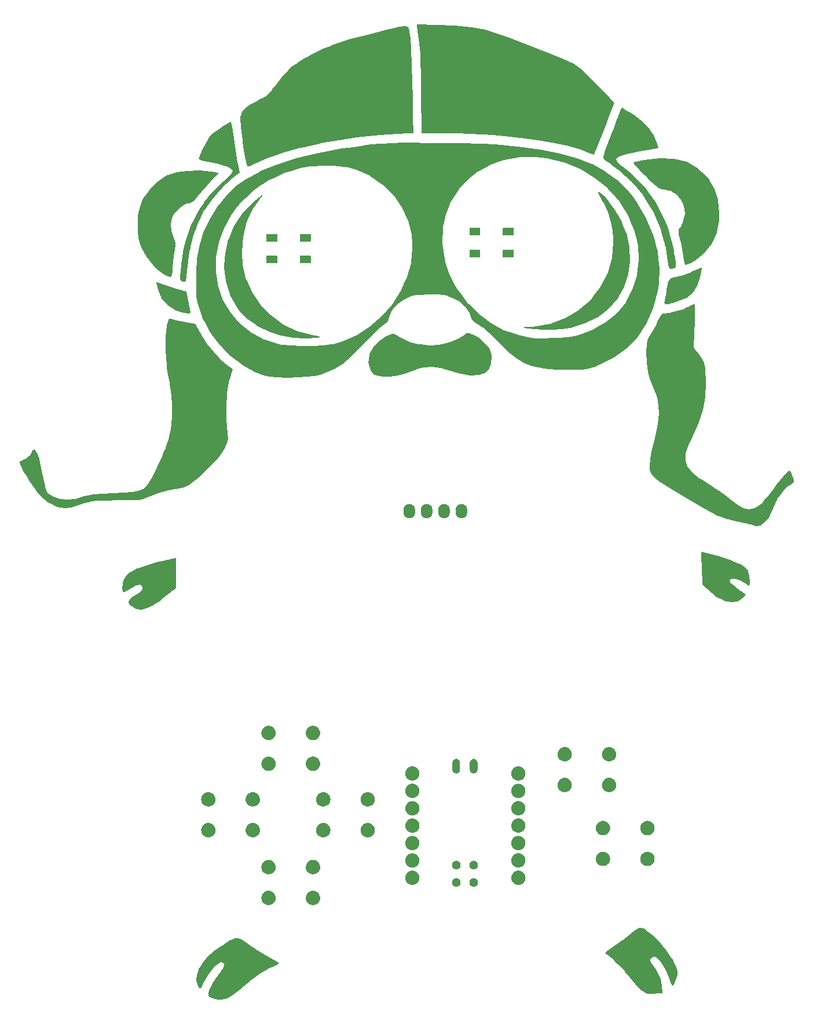
<source format=gbr>
G04 #@! TF.GenerationSoftware,KiCad,Pcbnew,8.0.5-8.0.5-0~ubuntu24.04.1*
G04 #@! TF.CreationDate,2024-09-20T13:44:17+09:00*
G04 #@! TF.ProjectId,gopher_pilot_xiao_sw,676f7068-6572-45f7-9069-6c6f745f7869,rev?*
G04 #@! TF.SameCoordinates,Original*
G04 #@! TF.FileFunction,Soldermask,Top*
G04 #@! TF.FilePolarity,Negative*
%FSLAX46Y46*%
G04 Gerber Fmt 4.6, Leading zero omitted, Abs format (unit mm)*
G04 Created by KiCad (PCBNEW 8.0.5-8.0.5-0~ubuntu24.04.1) date 2024-09-20 13:44:17*
%MOMM*%
%LPD*%
G01*
G04 APERTURE LIST*
G04 APERTURE END LIST*
G36*
X89093574Y-173597291D02*
G01*
X89093582Y-173597291D01*
X89297502Y-173615829D01*
X89297507Y-173615830D01*
X89307579Y-173616746D01*
X89324709Y-173621160D01*
X89333970Y-173625226D01*
X89333974Y-173625227D01*
X89730498Y-173799311D01*
X89730500Y-173799312D01*
X89734709Y-173801160D01*
X89741857Y-173804947D01*
X89745752Y-173807393D01*
X89745756Y-173807396D01*
X90521013Y-174294416D01*
X90521049Y-174294440D01*
X90521857Y-174294947D01*
X90523259Y-174295858D01*
X90524054Y-174296392D01*
X90524062Y-174296397D01*
X91222326Y-174765231D01*
X91222347Y-174765245D01*
X91223259Y-174765858D01*
X91224883Y-174766991D01*
X91225779Y-174767641D01*
X91225834Y-174767679D01*
X91494721Y-174962623D01*
X91622106Y-175054977D01*
X91625128Y-175057035D01*
X91981849Y-175284940D01*
X91981937Y-175284997D01*
X91982211Y-175285172D01*
X91982721Y-175285501D01*
X92531971Y-175645010D01*
X92944929Y-175896376D01*
X92991031Y-175924438D01*
X93388517Y-176162929D01*
X93391083Y-176164387D01*
X94188204Y-176592840D01*
X94188361Y-176592926D01*
X94188639Y-176593075D01*
X94189203Y-176593382D01*
X94189528Y-176593562D01*
X94189681Y-176593645D01*
X94569046Y-176803295D01*
X94879046Y-176973295D01*
X94882342Y-176975255D01*
X94884182Y-176976438D01*
X94884199Y-176976448D01*
X94968559Y-177030680D01*
X95022342Y-177065255D01*
X95028818Y-177070128D01*
X95032287Y-177073164D01*
X95032293Y-177073168D01*
X95153211Y-177178972D01*
X95188818Y-177210128D01*
X95199519Y-177231768D01*
X95200414Y-177233047D01*
X95200505Y-177233761D01*
X95207478Y-177247861D01*
X95193992Y-177287738D01*
X95186367Y-177294934D01*
X95096367Y-177364934D01*
X95093658Y-177366912D01*
X94903658Y-177496912D01*
X94895648Y-177501458D01*
X94375648Y-177741458D01*
X94374530Y-177741959D01*
X93950440Y-177926345D01*
X93692261Y-178038597D01*
X93684328Y-178042744D01*
X93597317Y-178096486D01*
X93351502Y-178248314D01*
X93350115Y-178249143D01*
X92900788Y-178508753D01*
X92641900Y-178668069D01*
X92641874Y-178668084D01*
X92641425Y-178668361D01*
X92640580Y-178668871D01*
X92640111Y-178669147D01*
X92640093Y-178669159D01*
X92425223Y-178796127D01*
X92420423Y-178799269D01*
X92099097Y-179031338D01*
X92065543Y-179055571D01*
X91846230Y-179225041D01*
X91843109Y-179227283D01*
X91783807Y-179266816D01*
X91197182Y-179684414D01*
X91194384Y-179686527D01*
X91131561Y-179736785D01*
X91047624Y-179803935D01*
X90578247Y-180203405D01*
X90578153Y-180203484D01*
X89858721Y-180813002D01*
X89479274Y-181152508D01*
X89476876Y-181154533D01*
X88836876Y-181664533D01*
X88833392Y-181667092D01*
X88463392Y-181917092D01*
X88462829Y-181917468D01*
X88082829Y-182167468D01*
X88077197Y-182170713D01*
X87637197Y-182390713D01*
X87624758Y-182395159D01*
X86874758Y-182565159D01*
X86859853Y-182566451D01*
X86259853Y-182536451D01*
X86250233Y-182535112D01*
X85600233Y-182385112D01*
X85595924Y-182383931D01*
X85155924Y-182243931D01*
X85134583Y-182231265D01*
X85073003Y-182172363D01*
X84915549Y-182021754D01*
X84904583Y-182011265D01*
X84894854Y-181989179D01*
X84892670Y-181985741D01*
X84892415Y-181983643D01*
X84887614Y-181972742D01*
X84887790Y-181966952D01*
X84891897Y-181917663D01*
X84917067Y-181615617D01*
X84917068Y-181615610D01*
X84917790Y-181606952D01*
X84921142Y-181592102D01*
X84924209Y-181583973D01*
X84924211Y-181583966D01*
X85121108Y-181062193D01*
X85179750Y-180905812D01*
X85179753Y-180905804D01*
X85181102Y-180902208D01*
X85183868Y-180896021D01*
X85185647Y-180892619D01*
X85185653Y-180892608D01*
X85633741Y-180036263D01*
X85633992Y-180035786D01*
X85811784Y-179699956D01*
X85811786Y-179699952D01*
X85813992Y-179695786D01*
X85818418Y-179688764D01*
X85821225Y-179684977D01*
X85821230Y-179684970D01*
X86126784Y-179272828D01*
X86248290Y-179108936D01*
X86399984Y-178900798D01*
X86677767Y-178519653D01*
X86677807Y-178519598D01*
X86678152Y-178519126D01*
X86678851Y-178518188D01*
X86679228Y-178517692D01*
X86679252Y-178517661D01*
X86990099Y-178109673D01*
X86997808Y-178096486D01*
X87023206Y-178037562D01*
X87226478Y-177565971D01*
X87229990Y-177525811D01*
X87224741Y-177503652D01*
X87192606Y-177367970D01*
X87164879Y-177250902D01*
X87120445Y-177202746D01*
X86845670Y-177113849D01*
X86843288Y-177113018D01*
X86805264Y-177098759D01*
X86759936Y-177098759D01*
X86644443Y-177142068D01*
X86499765Y-177196323D01*
X86482327Y-177206286D01*
X86381481Y-177287738D01*
X85984837Y-177608104D01*
X85977275Y-177615338D01*
X85604147Y-178037562D01*
X85377773Y-178303306D01*
X85374444Y-178307576D01*
X84860584Y-179028955D01*
X84857423Y-179033861D01*
X84282215Y-180025600D01*
X84280178Y-180029410D01*
X84194724Y-180203484D01*
X84014761Y-180570075D01*
X84012126Y-180576263D01*
X83974289Y-180680316D01*
X83962428Y-180699451D01*
X83762428Y-180909451D01*
X83740353Y-180919231D01*
X83739039Y-180920071D01*
X83738322Y-180920131D01*
X83723941Y-180926504D01*
X83709261Y-180924878D01*
X83589261Y-180894878D01*
X83569488Y-180880307D01*
X83563076Y-180876915D01*
X83560209Y-180873470D01*
X83555587Y-180870064D01*
X83457684Y-180708812D01*
X83388908Y-180595535D01*
X83388905Y-180595529D01*
X83385587Y-180590064D01*
X83380766Y-180579913D01*
X83270766Y-180269913D01*
X83269835Y-180267039D01*
X83224172Y-180111785D01*
X83123125Y-179768227D01*
X83123124Y-179768223D01*
X83119835Y-179757039D01*
X83117804Y-179736785D01*
X83118808Y-179725163D01*
X83186948Y-178936677D01*
X83186949Y-178936670D01*
X83187804Y-178926785D01*
X83192012Y-178909936D01*
X83195908Y-178900802D01*
X83195910Y-178900798D01*
X83474502Y-178247849D01*
X83511839Y-178160338D01*
X83599421Y-177946251D01*
X83599425Y-177946241D01*
X83601695Y-177940695D01*
X83606603Y-177931366D01*
X83609881Y-177926364D01*
X83609892Y-177926345D01*
X84196418Y-177031645D01*
X84196603Y-177031366D01*
X84196837Y-177031011D01*
X84328748Y-176833144D01*
X84334798Y-176824069D01*
X84334800Y-176824065D01*
X84336837Y-176821011D01*
X84340732Y-176815854D01*
X84570732Y-176545854D01*
X84575072Y-176541312D01*
X84577676Y-176538881D01*
X84577689Y-176538868D01*
X84874662Y-176261694D01*
X85221255Y-175924469D01*
X85244245Y-175902100D01*
X85248497Y-175898369D01*
X85251011Y-175896382D01*
X85251018Y-175896376D01*
X85868184Y-175408616D01*
X85868219Y-175408588D01*
X85868497Y-175408369D01*
X85869104Y-175407897D01*
X85869223Y-175407805D01*
X85869361Y-175407698D01*
X86428046Y-174978709D01*
X86428057Y-174978700D01*
X86429104Y-174977897D01*
X86431007Y-174976499D01*
X87001007Y-174576499D01*
X87003230Y-174575018D01*
X87953230Y-173975018D01*
X87959418Y-173971644D01*
X87963042Y-173969959D01*
X87963056Y-173969952D01*
X88659961Y-173646039D01*
X88659963Y-173646038D01*
X88669418Y-173641644D01*
X88686988Y-173636807D01*
X88697355Y-173635743D01*
X88697358Y-173635743D01*
X89070991Y-173597422D01*
X89070991Y-173597421D01*
X89076988Y-173596807D01*
X89087579Y-173596746D01*
X89093574Y-173597291D01*
G37*
G36*
X148182064Y-172040079D02*
G01*
X148195221Y-172045057D01*
X148195225Y-172045058D01*
X148446703Y-172140212D01*
X148552064Y-172180079D01*
X148565251Y-172187260D01*
X149175251Y-172637260D01*
X149177342Y-172638882D01*
X149987342Y-173298882D01*
X149990348Y-173301519D01*
X150700348Y-173971519D01*
X150704628Y-173976042D01*
X151354628Y-174746042D01*
X151355548Y-174747162D01*
X151795548Y-175297162D01*
X151797294Y-175299467D01*
X151972259Y-175543432D01*
X152501463Y-176281337D01*
X152507294Y-176289467D01*
X152507579Y-176289868D01*
X152697579Y-176559868D01*
X152701235Y-176565836D01*
X153171235Y-177455836D01*
X153174627Y-177463682D01*
X153294627Y-177813682D01*
X153295206Y-177815471D01*
X153475206Y-178405471D01*
X153477600Y-178421520D01*
X153477600Y-178991520D01*
X153475593Y-179006240D01*
X153325593Y-179546240D01*
X153322458Y-179554741D01*
X152982458Y-180284741D01*
X152974359Y-180297314D01*
X152794359Y-180507314D01*
X152772831Y-180518234D01*
X152771559Y-180519144D01*
X152770844Y-180519242D01*
X152756818Y-180526358D01*
X152716806Y-180513279D01*
X152706199Y-180501048D01*
X152636199Y-180391048D01*
X152635759Y-180390345D01*
X152635568Y-180390035D01*
X152635505Y-180389934D01*
X152479589Y-180136570D01*
X152479586Y-180136564D01*
X152475759Y-180130345D01*
X152470361Y-180118728D01*
X152191706Y-179272814D01*
X152190115Y-179268521D01*
X151814030Y-178358000D01*
X151811335Y-178352305D01*
X151713904Y-178170729D01*
X151377319Y-177543457D01*
X151373582Y-177537359D01*
X150884543Y-176833144D01*
X150875898Y-176823139D01*
X150434565Y-176409977D01*
X150410444Y-176395852D01*
X150076962Y-176290114D01*
X150024224Y-176296006D01*
X149684410Y-176494921D01*
X149663396Y-176514920D01*
X149612449Y-176592840D01*
X149532940Y-176714443D01*
X149522987Y-176758275D01*
X149551517Y-176972249D01*
X149552903Y-176982642D01*
X149565617Y-177013120D01*
X149642412Y-177112502D01*
X149716121Y-177207890D01*
X149718363Y-177211011D01*
X150358143Y-178170681D01*
X150464987Y-178326091D01*
X150464990Y-178326096D01*
X150467922Y-178330361D01*
X150472440Y-178338261D01*
X151032440Y-179538261D01*
X151036652Y-179551352D01*
X151226652Y-180561352D01*
X151227505Y-180568290D01*
X151287505Y-181588290D01*
X151279589Y-181611106D01*
X151279307Y-181612634D01*
X151278864Y-181613197D01*
X151273708Y-181628060D01*
X151235830Y-181646425D01*
X151234309Y-181646493D01*
X149304309Y-181706493D01*
X149298032Y-181706330D01*
X149058032Y-181686330D01*
X149044609Y-181683494D01*
X149037218Y-181680935D01*
X149037210Y-181680934D01*
X148793172Y-181596459D01*
X148793166Y-181596456D01*
X148784609Y-181593494D01*
X148770524Y-181586198D01*
X148380524Y-181306198D01*
X148375253Y-181301895D01*
X148116017Y-181062102D01*
X147977206Y-180933702D01*
X147977200Y-180933696D01*
X147975253Y-180931895D01*
X147971957Y-180928576D01*
X147351957Y-180248576D01*
X147351286Y-180247826D01*
X147350924Y-180247414D01*
X147350889Y-180247375D01*
X146481286Y-179257826D01*
X146481073Y-179257583D01*
X146352019Y-179108976D01*
X145821134Y-178497653D01*
X145754517Y-178421520D01*
X145331909Y-177938539D01*
X144813341Y-177390054D01*
X144304867Y-176891550D01*
X143988088Y-176604469D01*
X143985442Y-176602202D01*
X143974871Y-176593645D01*
X143877624Y-176514921D01*
X143571747Y-176267307D01*
X143567640Y-176264252D01*
X143131616Y-175966963D01*
X143121719Y-175958313D01*
X142941719Y-175758313D01*
X142933666Y-175735557D01*
X142932927Y-175734175D01*
X142932921Y-175733451D01*
X142927676Y-175718629D01*
X142943709Y-175682629D01*
X142949759Y-175676578D01*
X142949761Y-175676576D01*
X143069896Y-175556441D01*
X143069902Y-175556435D01*
X143073709Y-175552629D01*
X143080957Y-175546534D01*
X144260957Y-174716534D01*
X144261692Y-174716026D01*
X144262034Y-174715793D01*
X144262113Y-174715739D01*
X145350880Y-173976042D01*
X145567555Y-173828835D01*
X145571800Y-173825679D01*
X146045825Y-173440883D01*
X146417506Y-173139166D01*
X146417594Y-173139094D01*
X146417936Y-173138818D01*
X146418562Y-173138318D01*
X146418841Y-173138097D01*
X146418935Y-173138023D01*
X146748407Y-172878440D01*
X146748725Y-172878190D01*
X147296281Y-172450100D01*
X147296293Y-172450090D01*
X147298724Y-172448191D01*
X147303172Y-172445055D01*
X147305771Y-172443408D01*
X147305788Y-172443397D01*
X147890496Y-172073083D01*
X147890496Y-172073082D01*
X147903172Y-172065055D01*
X147927835Y-172056727D01*
X147942783Y-172055427D01*
X147942784Y-172055427D01*
X148143817Y-172037946D01*
X148157835Y-172036727D01*
X148182064Y-172040079D01*
G37*
G36*
X93750938Y-166654017D02*
G01*
X93796923Y-166654017D01*
X93848139Y-166663590D01*
X93905040Y-166669195D01*
X93948261Y-166682306D01*
X93987474Y-166689636D01*
X94041785Y-166710676D01*
X94102200Y-166729003D01*
X94136720Y-166747454D01*
X94168232Y-166759662D01*
X94222977Y-166793559D01*
X94283904Y-166826125D01*
X94309506Y-166847136D01*
X94333048Y-166861713D01*
X94385212Y-166909267D01*
X94443169Y-166956831D01*
X94460342Y-166977757D01*
X94476301Y-166992305D01*
X94522629Y-167053653D01*
X94573875Y-167116096D01*
X94583783Y-167134634D01*
X94593122Y-167147000D01*
X94630274Y-167221613D01*
X94670997Y-167297800D01*
X94675340Y-167312117D01*
X94679528Y-167320528D01*
X94704267Y-167407476D01*
X94730805Y-167494960D01*
X94731676Y-167503811D01*
X94732577Y-167506975D01*
X94741938Y-167608002D01*
X94751000Y-167700000D01*
X94741938Y-167792005D01*
X94732577Y-167893024D01*
X94731676Y-167896187D01*
X94730805Y-167905040D01*
X94704262Y-167992538D01*
X94679528Y-168079471D01*
X94675341Y-168087879D01*
X94670997Y-168102200D01*
X94630267Y-168178399D01*
X94593122Y-168252999D01*
X94583785Y-168265362D01*
X94573875Y-168283904D01*
X94522620Y-168346357D01*
X94476301Y-168407694D01*
X94460345Y-168422238D01*
X94443169Y-168443169D01*
X94385201Y-168490741D01*
X94333048Y-168538286D01*
X94309511Y-168552859D01*
X94283904Y-168573875D01*
X94222965Y-168606447D01*
X94168232Y-168640337D01*
X94136726Y-168652542D01*
X94102200Y-168670997D01*
X94041773Y-168689327D01*
X93987474Y-168710363D01*
X93948268Y-168717691D01*
X93905040Y-168730805D01*
X93848136Y-168736409D01*
X93796923Y-168745983D01*
X93750938Y-168745983D01*
X93700000Y-168751000D01*
X93649062Y-168745983D01*
X93603077Y-168745983D01*
X93551863Y-168736409D01*
X93494960Y-168730805D01*
X93451732Y-168717692D01*
X93412525Y-168710363D01*
X93358221Y-168689325D01*
X93297800Y-168670997D01*
X93263275Y-168652543D01*
X93231767Y-168640337D01*
X93177027Y-168606443D01*
X93116096Y-168573875D01*
X93090491Y-168552861D01*
X93066951Y-168538286D01*
X93014788Y-168490733D01*
X92956831Y-168443169D01*
X92939656Y-168422242D01*
X92923698Y-168407694D01*
X92877367Y-168346342D01*
X92826125Y-168283904D01*
X92816216Y-168265366D01*
X92806877Y-168252999D01*
X92769717Y-168178372D01*
X92729003Y-168102200D01*
X92724660Y-168087884D01*
X92720471Y-168079471D01*
X92695721Y-167992485D01*
X92669195Y-167905040D01*
X92668323Y-167896192D01*
X92667422Y-167893024D01*
X92658044Y-167791833D01*
X92649000Y-167700000D01*
X92658044Y-167608173D01*
X92667422Y-167506975D01*
X92668323Y-167503805D01*
X92669195Y-167494960D01*
X92695716Y-167407529D01*
X92720471Y-167320528D01*
X92724661Y-167312112D01*
X92729003Y-167297800D01*
X92769710Y-167221641D01*
X92806877Y-167147000D01*
X92816218Y-167134629D01*
X92826125Y-167116096D01*
X92877357Y-167053668D01*
X92923698Y-166992305D01*
X92939660Y-166977753D01*
X92956831Y-166956831D01*
X93014777Y-166909275D01*
X93066951Y-166861713D01*
X93090496Y-166847134D01*
X93116096Y-166826125D01*
X93177015Y-166793563D01*
X93231767Y-166759662D01*
X93263282Y-166747452D01*
X93297800Y-166729003D01*
X93358209Y-166710677D01*
X93412525Y-166689636D01*
X93451739Y-166682305D01*
X93494960Y-166669195D01*
X93551860Y-166663590D01*
X93603077Y-166654017D01*
X93649062Y-166654017D01*
X93700000Y-166649000D01*
X93750938Y-166654017D01*
G37*
G36*
X100250938Y-166654017D02*
G01*
X100296923Y-166654017D01*
X100348139Y-166663590D01*
X100405040Y-166669195D01*
X100448261Y-166682306D01*
X100487474Y-166689636D01*
X100541785Y-166710676D01*
X100602200Y-166729003D01*
X100636720Y-166747454D01*
X100668232Y-166759662D01*
X100722977Y-166793559D01*
X100783904Y-166826125D01*
X100809506Y-166847136D01*
X100833048Y-166861713D01*
X100885212Y-166909267D01*
X100943169Y-166956831D01*
X100960342Y-166977757D01*
X100976301Y-166992305D01*
X101022629Y-167053653D01*
X101073875Y-167116096D01*
X101083783Y-167134634D01*
X101093122Y-167147000D01*
X101130274Y-167221613D01*
X101170997Y-167297800D01*
X101175340Y-167312117D01*
X101179528Y-167320528D01*
X101204267Y-167407476D01*
X101230805Y-167494960D01*
X101231676Y-167503811D01*
X101232577Y-167506975D01*
X101241938Y-167608002D01*
X101251000Y-167700000D01*
X101241938Y-167792005D01*
X101232577Y-167893024D01*
X101231676Y-167896187D01*
X101230805Y-167905040D01*
X101204262Y-167992538D01*
X101179528Y-168079471D01*
X101175341Y-168087879D01*
X101170997Y-168102200D01*
X101130267Y-168178399D01*
X101093122Y-168252999D01*
X101083785Y-168265362D01*
X101073875Y-168283904D01*
X101022620Y-168346357D01*
X100976301Y-168407694D01*
X100960345Y-168422238D01*
X100943169Y-168443169D01*
X100885201Y-168490741D01*
X100833048Y-168538286D01*
X100809511Y-168552859D01*
X100783904Y-168573875D01*
X100722965Y-168606447D01*
X100668232Y-168640337D01*
X100636726Y-168652542D01*
X100602200Y-168670997D01*
X100541773Y-168689327D01*
X100487474Y-168710363D01*
X100448268Y-168717691D01*
X100405040Y-168730805D01*
X100348136Y-168736409D01*
X100296923Y-168745983D01*
X100250938Y-168745983D01*
X100200000Y-168751000D01*
X100149062Y-168745983D01*
X100103077Y-168745983D01*
X100051863Y-168736409D01*
X99994960Y-168730805D01*
X99951732Y-168717692D01*
X99912525Y-168710363D01*
X99858221Y-168689325D01*
X99797800Y-168670997D01*
X99763275Y-168652543D01*
X99731767Y-168640337D01*
X99677027Y-168606443D01*
X99616096Y-168573875D01*
X99590491Y-168552861D01*
X99566951Y-168538286D01*
X99514788Y-168490733D01*
X99456831Y-168443169D01*
X99439656Y-168422242D01*
X99423698Y-168407694D01*
X99377367Y-168346342D01*
X99326125Y-168283904D01*
X99316216Y-168265366D01*
X99306877Y-168252999D01*
X99269717Y-168178372D01*
X99229003Y-168102200D01*
X99224660Y-168087884D01*
X99220471Y-168079471D01*
X99195721Y-167992485D01*
X99169195Y-167905040D01*
X99168323Y-167896192D01*
X99167422Y-167893024D01*
X99158044Y-167791833D01*
X99149000Y-167700000D01*
X99158044Y-167608173D01*
X99167422Y-167506975D01*
X99168323Y-167503805D01*
X99169195Y-167494960D01*
X99195716Y-167407529D01*
X99220471Y-167320528D01*
X99224661Y-167312112D01*
X99229003Y-167297800D01*
X99269710Y-167221641D01*
X99306877Y-167147000D01*
X99316218Y-167134629D01*
X99326125Y-167116096D01*
X99377357Y-167053668D01*
X99423698Y-166992305D01*
X99439660Y-166977753D01*
X99456831Y-166956831D01*
X99514777Y-166909275D01*
X99566951Y-166861713D01*
X99590496Y-166847134D01*
X99616096Y-166826125D01*
X99677015Y-166793563D01*
X99731767Y-166759662D01*
X99763282Y-166747452D01*
X99797800Y-166729003D01*
X99858209Y-166710677D01*
X99912525Y-166689636D01*
X99951739Y-166682305D01*
X99994960Y-166669195D01*
X100051860Y-166663590D01*
X100103077Y-166654017D01*
X100149062Y-166654017D01*
X100200000Y-166649000D01*
X100250938Y-166654017D01*
G37*
G36*
X121189469Y-164836226D02*
G01*
X121231231Y-164836226D01*
X121266400Y-164844894D01*
X121294541Y-164848065D01*
X121330938Y-164860801D01*
X121376939Y-164872139D01*
X121404141Y-164886416D01*
X121425943Y-164894045D01*
X121462793Y-164917199D01*
X121509817Y-164941880D01*
X121528711Y-164958618D01*
X121543826Y-164968116D01*
X121577950Y-165002240D01*
X121622145Y-165041393D01*
X121633380Y-165057670D01*
X121642267Y-165066557D01*
X121670208Y-165111025D01*
X121707393Y-165164897D01*
X121712470Y-165178284D01*
X121716338Y-165184440D01*
X121734629Y-165236712D01*
X121760608Y-165305213D01*
X121761675Y-165314006D01*
X121762318Y-165315842D01*
X121767719Y-165363777D01*
X121778697Y-165454187D01*
X121767718Y-165544605D01*
X121762318Y-165592531D01*
X121761675Y-165594365D01*
X121760608Y-165603161D01*
X121734624Y-165671673D01*
X121716338Y-165723933D01*
X121712471Y-165730087D01*
X121707393Y-165743477D01*
X121670201Y-165797358D01*
X121642267Y-165841816D01*
X121633382Y-165850700D01*
X121622145Y-165866981D01*
X121577941Y-165906141D01*
X121543826Y-165940257D01*
X121528715Y-165949751D01*
X121509817Y-165966494D01*
X121462783Y-165991179D01*
X121425943Y-166014328D01*
X121404147Y-166021954D01*
X121376939Y-166036235D01*
X121330928Y-166047575D01*
X121294541Y-166060308D01*
X121266407Y-166063477D01*
X121231231Y-166072148D01*
X121189461Y-166072148D01*
X121156197Y-166075896D01*
X121122933Y-166072148D01*
X121081163Y-166072148D01*
X121045987Y-166063478D01*
X121017852Y-166060308D01*
X120981461Y-166047574D01*
X120935455Y-166036235D01*
X120908248Y-166021955D01*
X120886450Y-166014328D01*
X120849604Y-165991176D01*
X120802577Y-165966494D01*
X120783681Y-165949753D01*
X120768567Y-165940257D01*
X120734443Y-165906133D01*
X120690249Y-165866981D01*
X120679013Y-165850703D01*
X120670126Y-165841816D01*
X120642181Y-165797342D01*
X120605001Y-165743477D01*
X120599924Y-165730091D01*
X120596055Y-165723933D01*
X120577756Y-165671639D01*
X120551786Y-165603161D01*
X120550718Y-165594370D01*
X120550075Y-165592531D01*
X120544662Y-165544491D01*
X120533697Y-165454187D01*
X120544661Y-165363891D01*
X120550075Y-165315842D01*
X120550718Y-165314002D01*
X120551786Y-165305213D01*
X120577751Y-165236746D01*
X120596055Y-165184440D01*
X120599925Y-165178280D01*
X120605001Y-165164897D01*
X120642174Y-165111041D01*
X120670126Y-165066557D01*
X120679015Y-165057667D01*
X120690249Y-165041393D01*
X120734435Y-165002247D01*
X120768567Y-164968116D01*
X120783684Y-164958616D01*
X120802577Y-164941880D01*
X120849594Y-164917202D01*
X120886450Y-164894045D01*
X120908254Y-164886415D01*
X120935455Y-164872139D01*
X120981452Y-164860801D01*
X121017852Y-164848065D01*
X121045994Y-164844894D01*
X121081163Y-164836226D01*
X121122924Y-164836226D01*
X121156197Y-164832477D01*
X121189469Y-164836226D01*
G37*
G36*
X123729469Y-164836226D02*
G01*
X123771231Y-164836226D01*
X123806400Y-164844894D01*
X123834541Y-164848065D01*
X123870938Y-164860801D01*
X123916939Y-164872139D01*
X123944141Y-164886416D01*
X123965943Y-164894045D01*
X124002793Y-164917199D01*
X124049817Y-164941880D01*
X124068711Y-164958618D01*
X124083826Y-164968116D01*
X124117950Y-165002240D01*
X124162145Y-165041393D01*
X124173380Y-165057670D01*
X124182267Y-165066557D01*
X124210208Y-165111025D01*
X124247393Y-165164897D01*
X124252470Y-165178284D01*
X124256338Y-165184440D01*
X124274629Y-165236712D01*
X124300608Y-165305213D01*
X124301675Y-165314006D01*
X124302318Y-165315842D01*
X124307719Y-165363777D01*
X124318697Y-165454187D01*
X124307718Y-165544605D01*
X124302318Y-165592531D01*
X124301675Y-165594365D01*
X124300608Y-165603161D01*
X124274624Y-165671673D01*
X124256338Y-165723933D01*
X124252471Y-165730087D01*
X124247393Y-165743477D01*
X124210201Y-165797358D01*
X124182267Y-165841816D01*
X124173382Y-165850700D01*
X124162145Y-165866981D01*
X124117941Y-165906141D01*
X124083826Y-165940257D01*
X124068715Y-165949751D01*
X124049817Y-165966494D01*
X124002783Y-165991179D01*
X123965943Y-166014328D01*
X123944147Y-166021954D01*
X123916939Y-166036235D01*
X123870928Y-166047575D01*
X123834541Y-166060308D01*
X123806407Y-166063477D01*
X123771231Y-166072148D01*
X123729461Y-166072148D01*
X123696197Y-166075896D01*
X123662933Y-166072148D01*
X123621163Y-166072148D01*
X123585987Y-166063478D01*
X123557852Y-166060308D01*
X123521461Y-166047574D01*
X123475455Y-166036235D01*
X123448248Y-166021955D01*
X123426450Y-166014328D01*
X123389604Y-165991176D01*
X123342577Y-165966494D01*
X123323681Y-165949753D01*
X123308567Y-165940257D01*
X123274443Y-165906133D01*
X123230249Y-165866981D01*
X123219013Y-165850703D01*
X123210126Y-165841816D01*
X123182181Y-165797342D01*
X123145001Y-165743477D01*
X123139924Y-165730091D01*
X123136055Y-165723933D01*
X123117756Y-165671639D01*
X123091786Y-165603161D01*
X123090718Y-165594370D01*
X123090075Y-165592531D01*
X123084662Y-165544491D01*
X123073697Y-165454187D01*
X123084661Y-165363891D01*
X123090075Y-165315842D01*
X123090718Y-165314002D01*
X123091786Y-165305213D01*
X123117751Y-165236746D01*
X123136055Y-165184440D01*
X123139925Y-165178280D01*
X123145001Y-165164897D01*
X123182174Y-165111041D01*
X123210126Y-165066557D01*
X123219015Y-165057667D01*
X123230249Y-165041393D01*
X123274435Y-165002247D01*
X123308567Y-164968116D01*
X123323684Y-164958616D01*
X123342577Y-164941880D01*
X123389594Y-164917202D01*
X123426450Y-164894045D01*
X123448254Y-164886415D01*
X123475455Y-164872139D01*
X123521452Y-164860801D01*
X123557852Y-164848065D01*
X123585994Y-164844894D01*
X123621163Y-164836226D01*
X123662924Y-164836226D01*
X123696197Y-164832477D01*
X123729469Y-164836226D01*
G37*
G36*
X114775523Y-163723576D02*
G01*
X114821037Y-163723576D01*
X114871723Y-163733050D01*
X114928167Y-163738610D01*
X114971046Y-163751617D01*
X115009850Y-163758871D01*
X115063597Y-163779692D01*
X115123527Y-163797872D01*
X115157764Y-163816172D01*
X115188951Y-163828254D01*
X115243140Y-163861807D01*
X115303571Y-163894108D01*
X115328962Y-163914946D01*
X115352259Y-163929371D01*
X115403876Y-163976426D01*
X115461381Y-164023619D01*
X115478421Y-164044382D01*
X115494209Y-164058775D01*
X115540042Y-164119468D01*
X115590892Y-164181429D01*
X115600725Y-164199826D01*
X115609961Y-164212056D01*
X115646700Y-164285839D01*
X115687128Y-164361473D01*
X115691440Y-164375687D01*
X115695577Y-164383996D01*
X115720017Y-164469894D01*
X115746390Y-164556833D01*
X115747256Y-164565628D01*
X115748141Y-164568738D01*
X115757340Y-164668013D01*
X115766400Y-164760000D01*
X115757339Y-164851994D01*
X115748141Y-164951261D01*
X115747256Y-164954369D01*
X115746390Y-164963167D01*
X115720012Y-165050120D01*
X115695577Y-165136003D01*
X115691440Y-165144309D01*
X115687128Y-165158527D01*
X115646693Y-165234174D01*
X115609961Y-165307943D01*
X115600727Y-165320170D01*
X115590892Y-165338571D01*
X115540032Y-165400543D01*
X115494209Y-165461224D01*
X115478424Y-165475613D01*
X115461381Y-165496381D01*
X115403865Y-165543582D01*
X115352259Y-165590628D01*
X115328967Y-165605049D01*
X115303571Y-165625892D01*
X115243128Y-165658199D01*
X115188951Y-165691745D01*
X115157771Y-165703823D01*
X115123527Y-165722128D01*
X115063585Y-165740311D01*
X115009850Y-165761128D01*
X114971053Y-165768380D01*
X114928167Y-165781390D01*
X114871720Y-165786949D01*
X114821037Y-165796424D01*
X114775523Y-165796424D01*
X114725000Y-165801400D01*
X114674477Y-165796424D01*
X114628963Y-165796424D01*
X114578279Y-165786949D01*
X114521833Y-165781390D01*
X114478947Y-165768380D01*
X114440149Y-165761128D01*
X114386410Y-165740309D01*
X114326473Y-165722128D01*
X114292230Y-165703825D01*
X114261048Y-165691745D01*
X114206863Y-165658195D01*
X114146429Y-165625892D01*
X114121035Y-165605051D01*
X114097740Y-165590628D01*
X114046124Y-165543574D01*
X113988619Y-165496381D01*
X113971578Y-165475617D01*
X113955790Y-165461224D01*
X113909954Y-165400528D01*
X113859108Y-165338571D01*
X113849274Y-165320174D01*
X113840038Y-165307943D01*
X113803291Y-165234147D01*
X113762872Y-165158527D01*
X113758560Y-165144314D01*
X113754422Y-165136003D01*
X113729971Y-165050067D01*
X113703610Y-164963167D01*
X113702744Y-164954375D01*
X113701858Y-164951261D01*
X113692643Y-164851822D01*
X113683600Y-164760000D01*
X113692642Y-164668185D01*
X113701858Y-164568738D01*
X113702744Y-164565623D01*
X113703610Y-164556833D01*
X113729966Y-164469947D01*
X113754422Y-164383996D01*
X113758561Y-164375682D01*
X113762872Y-164361473D01*
X113803284Y-164285866D01*
X113840038Y-164212056D01*
X113849276Y-164199821D01*
X113859108Y-164181429D01*
X113909945Y-164119483D01*
X113955790Y-164058775D01*
X113971581Y-164044378D01*
X113988619Y-164023619D01*
X114046113Y-163976434D01*
X114097740Y-163929371D01*
X114121040Y-163914943D01*
X114146429Y-163894108D01*
X114206851Y-163861811D01*
X114261048Y-163828254D01*
X114292237Y-163816171D01*
X114326473Y-163797872D01*
X114386398Y-163779693D01*
X114440149Y-163758871D01*
X114478954Y-163751617D01*
X114521833Y-163738610D01*
X114578276Y-163733050D01*
X114628963Y-163723576D01*
X114674477Y-163723576D01*
X114725000Y-163718600D01*
X114775523Y-163723576D01*
G37*
G36*
X130285523Y-163723576D02*
G01*
X130331037Y-163723576D01*
X130381723Y-163733050D01*
X130438167Y-163738610D01*
X130481046Y-163751617D01*
X130519850Y-163758871D01*
X130573597Y-163779692D01*
X130633527Y-163797872D01*
X130667764Y-163816172D01*
X130698951Y-163828254D01*
X130753140Y-163861807D01*
X130813571Y-163894108D01*
X130838962Y-163914946D01*
X130862259Y-163929371D01*
X130913876Y-163976426D01*
X130971381Y-164023619D01*
X130988421Y-164044382D01*
X131004209Y-164058775D01*
X131050042Y-164119468D01*
X131100892Y-164181429D01*
X131110725Y-164199826D01*
X131119961Y-164212056D01*
X131156700Y-164285839D01*
X131197128Y-164361473D01*
X131201440Y-164375687D01*
X131205577Y-164383996D01*
X131230017Y-164469894D01*
X131256390Y-164556833D01*
X131257256Y-164565628D01*
X131258141Y-164568738D01*
X131267340Y-164668013D01*
X131276400Y-164760000D01*
X131267339Y-164851994D01*
X131258141Y-164951261D01*
X131257256Y-164954369D01*
X131256390Y-164963167D01*
X131230012Y-165050120D01*
X131205577Y-165136003D01*
X131201440Y-165144309D01*
X131197128Y-165158527D01*
X131156693Y-165234174D01*
X131119961Y-165307943D01*
X131110727Y-165320170D01*
X131100892Y-165338571D01*
X131050032Y-165400543D01*
X131004209Y-165461224D01*
X130988424Y-165475613D01*
X130971381Y-165496381D01*
X130913865Y-165543582D01*
X130862259Y-165590628D01*
X130838967Y-165605049D01*
X130813571Y-165625892D01*
X130753128Y-165658199D01*
X130698951Y-165691745D01*
X130667771Y-165703823D01*
X130633527Y-165722128D01*
X130573585Y-165740311D01*
X130519850Y-165761128D01*
X130481053Y-165768380D01*
X130438167Y-165781390D01*
X130381720Y-165786949D01*
X130331037Y-165796424D01*
X130285523Y-165796424D01*
X130235000Y-165801400D01*
X130184477Y-165796424D01*
X130138963Y-165796424D01*
X130088279Y-165786949D01*
X130031833Y-165781390D01*
X129988947Y-165768380D01*
X129950149Y-165761128D01*
X129896410Y-165740309D01*
X129836473Y-165722128D01*
X129802230Y-165703825D01*
X129771048Y-165691745D01*
X129716863Y-165658195D01*
X129656429Y-165625892D01*
X129631035Y-165605051D01*
X129607740Y-165590628D01*
X129556124Y-165543574D01*
X129498619Y-165496381D01*
X129481578Y-165475617D01*
X129465790Y-165461224D01*
X129419954Y-165400528D01*
X129369108Y-165338571D01*
X129359274Y-165320174D01*
X129350038Y-165307943D01*
X129313291Y-165234147D01*
X129272872Y-165158527D01*
X129268560Y-165144314D01*
X129264422Y-165136003D01*
X129239971Y-165050067D01*
X129213610Y-164963167D01*
X129212744Y-164954375D01*
X129211858Y-164951261D01*
X129202643Y-164851822D01*
X129193600Y-164760000D01*
X129202642Y-164668185D01*
X129211858Y-164568738D01*
X129212744Y-164565623D01*
X129213610Y-164556833D01*
X129239966Y-164469947D01*
X129264422Y-164383996D01*
X129268561Y-164375682D01*
X129272872Y-164361473D01*
X129313284Y-164285866D01*
X129350038Y-164212056D01*
X129359276Y-164199821D01*
X129369108Y-164181429D01*
X129419945Y-164119483D01*
X129465790Y-164058775D01*
X129481581Y-164044378D01*
X129498619Y-164023619D01*
X129556113Y-163976434D01*
X129607740Y-163929371D01*
X129631040Y-163914943D01*
X129656429Y-163894108D01*
X129716851Y-163861811D01*
X129771048Y-163828254D01*
X129802237Y-163816171D01*
X129836473Y-163797872D01*
X129896398Y-163779693D01*
X129950149Y-163758871D01*
X129988954Y-163751617D01*
X130031833Y-163738610D01*
X130088276Y-163733050D01*
X130138963Y-163723576D01*
X130184477Y-163723576D01*
X130235000Y-163718600D01*
X130285523Y-163723576D01*
G37*
G36*
X93750938Y-162154017D02*
G01*
X93796923Y-162154017D01*
X93848139Y-162163590D01*
X93905040Y-162169195D01*
X93948261Y-162182306D01*
X93987474Y-162189636D01*
X94041785Y-162210676D01*
X94102200Y-162229003D01*
X94136720Y-162247454D01*
X94168232Y-162259662D01*
X94222977Y-162293559D01*
X94283904Y-162326125D01*
X94309506Y-162347136D01*
X94333048Y-162361713D01*
X94385212Y-162409267D01*
X94443169Y-162456831D01*
X94460342Y-162477757D01*
X94476301Y-162492305D01*
X94522629Y-162553653D01*
X94573875Y-162616096D01*
X94583783Y-162634634D01*
X94593122Y-162647000D01*
X94630274Y-162721613D01*
X94670997Y-162797800D01*
X94675340Y-162812117D01*
X94679528Y-162820528D01*
X94704267Y-162907476D01*
X94730805Y-162994960D01*
X94731676Y-163003811D01*
X94732577Y-163006975D01*
X94741938Y-163108002D01*
X94751000Y-163200000D01*
X94741938Y-163292005D01*
X94732577Y-163393024D01*
X94731676Y-163396187D01*
X94730805Y-163405040D01*
X94704262Y-163492538D01*
X94679528Y-163579471D01*
X94675341Y-163587879D01*
X94670997Y-163602200D01*
X94630267Y-163678399D01*
X94593122Y-163752999D01*
X94583785Y-163765362D01*
X94573875Y-163783904D01*
X94522620Y-163846357D01*
X94476301Y-163907694D01*
X94460345Y-163922238D01*
X94443169Y-163943169D01*
X94385201Y-163990741D01*
X94333048Y-164038286D01*
X94309511Y-164052859D01*
X94283904Y-164073875D01*
X94222965Y-164106447D01*
X94168232Y-164140337D01*
X94136726Y-164152542D01*
X94102200Y-164170997D01*
X94041773Y-164189327D01*
X93987474Y-164210363D01*
X93948268Y-164217691D01*
X93905040Y-164230805D01*
X93848136Y-164236409D01*
X93796923Y-164245983D01*
X93750938Y-164245983D01*
X93700000Y-164251000D01*
X93649062Y-164245983D01*
X93603077Y-164245983D01*
X93551863Y-164236409D01*
X93494960Y-164230805D01*
X93451732Y-164217692D01*
X93412525Y-164210363D01*
X93358221Y-164189325D01*
X93297800Y-164170997D01*
X93263275Y-164152543D01*
X93231767Y-164140337D01*
X93177027Y-164106443D01*
X93116096Y-164073875D01*
X93090491Y-164052861D01*
X93066951Y-164038286D01*
X93014788Y-163990733D01*
X92956831Y-163943169D01*
X92939656Y-163922242D01*
X92923698Y-163907694D01*
X92877367Y-163846342D01*
X92826125Y-163783904D01*
X92816216Y-163765366D01*
X92806877Y-163752999D01*
X92769717Y-163678372D01*
X92729003Y-163602200D01*
X92724660Y-163587884D01*
X92720471Y-163579471D01*
X92695721Y-163492485D01*
X92669195Y-163405040D01*
X92668323Y-163396192D01*
X92667422Y-163393024D01*
X92658044Y-163291833D01*
X92649000Y-163200000D01*
X92658044Y-163108173D01*
X92667422Y-163006975D01*
X92668323Y-163003805D01*
X92669195Y-162994960D01*
X92695716Y-162907529D01*
X92720471Y-162820528D01*
X92724661Y-162812112D01*
X92729003Y-162797800D01*
X92769710Y-162721641D01*
X92806877Y-162647000D01*
X92816218Y-162634629D01*
X92826125Y-162616096D01*
X92877357Y-162553668D01*
X92923698Y-162492305D01*
X92939660Y-162477753D01*
X92956831Y-162456831D01*
X93014777Y-162409275D01*
X93066951Y-162361713D01*
X93090496Y-162347134D01*
X93116096Y-162326125D01*
X93177015Y-162293563D01*
X93231767Y-162259662D01*
X93263282Y-162247452D01*
X93297800Y-162229003D01*
X93358209Y-162210677D01*
X93412525Y-162189636D01*
X93451739Y-162182305D01*
X93494960Y-162169195D01*
X93551860Y-162163590D01*
X93603077Y-162154017D01*
X93649062Y-162154017D01*
X93700000Y-162149000D01*
X93750938Y-162154017D01*
G37*
G36*
X100250938Y-162154017D02*
G01*
X100296923Y-162154017D01*
X100348139Y-162163590D01*
X100405040Y-162169195D01*
X100448261Y-162182306D01*
X100487474Y-162189636D01*
X100541785Y-162210676D01*
X100602200Y-162229003D01*
X100636720Y-162247454D01*
X100668232Y-162259662D01*
X100722977Y-162293559D01*
X100783904Y-162326125D01*
X100809506Y-162347136D01*
X100833048Y-162361713D01*
X100885212Y-162409267D01*
X100943169Y-162456831D01*
X100960342Y-162477757D01*
X100976301Y-162492305D01*
X101022629Y-162553653D01*
X101073875Y-162616096D01*
X101083783Y-162634634D01*
X101093122Y-162647000D01*
X101130274Y-162721613D01*
X101170997Y-162797800D01*
X101175340Y-162812117D01*
X101179528Y-162820528D01*
X101204267Y-162907476D01*
X101230805Y-162994960D01*
X101231676Y-163003811D01*
X101232577Y-163006975D01*
X101241938Y-163108002D01*
X101251000Y-163200000D01*
X101241938Y-163292005D01*
X101232577Y-163393024D01*
X101231676Y-163396187D01*
X101230805Y-163405040D01*
X101204262Y-163492538D01*
X101179528Y-163579471D01*
X101175341Y-163587879D01*
X101170997Y-163602200D01*
X101130267Y-163678399D01*
X101093122Y-163752999D01*
X101083785Y-163765362D01*
X101073875Y-163783904D01*
X101022620Y-163846357D01*
X100976301Y-163907694D01*
X100960345Y-163922238D01*
X100943169Y-163943169D01*
X100885201Y-163990741D01*
X100833048Y-164038286D01*
X100809511Y-164052859D01*
X100783904Y-164073875D01*
X100722965Y-164106447D01*
X100668232Y-164140337D01*
X100636726Y-164152542D01*
X100602200Y-164170997D01*
X100541773Y-164189327D01*
X100487474Y-164210363D01*
X100448268Y-164217691D01*
X100405040Y-164230805D01*
X100348136Y-164236409D01*
X100296923Y-164245983D01*
X100250938Y-164245983D01*
X100200000Y-164251000D01*
X100149062Y-164245983D01*
X100103077Y-164245983D01*
X100051863Y-164236409D01*
X99994960Y-164230805D01*
X99951732Y-164217692D01*
X99912525Y-164210363D01*
X99858221Y-164189325D01*
X99797800Y-164170997D01*
X99763275Y-164152543D01*
X99731767Y-164140337D01*
X99677027Y-164106443D01*
X99616096Y-164073875D01*
X99590491Y-164052861D01*
X99566951Y-164038286D01*
X99514788Y-163990733D01*
X99456831Y-163943169D01*
X99439656Y-163922242D01*
X99423698Y-163907694D01*
X99377367Y-163846342D01*
X99326125Y-163783904D01*
X99316216Y-163765366D01*
X99306877Y-163752999D01*
X99269717Y-163678372D01*
X99229003Y-163602200D01*
X99224660Y-163587884D01*
X99220471Y-163579471D01*
X99195721Y-163492485D01*
X99169195Y-163405040D01*
X99168323Y-163396192D01*
X99167422Y-163393024D01*
X99158044Y-163291833D01*
X99149000Y-163200000D01*
X99158044Y-163108173D01*
X99167422Y-163006975D01*
X99168323Y-163003805D01*
X99169195Y-162994960D01*
X99195716Y-162907529D01*
X99220471Y-162820528D01*
X99224661Y-162812112D01*
X99229003Y-162797800D01*
X99269710Y-162721641D01*
X99306877Y-162647000D01*
X99316218Y-162634629D01*
X99326125Y-162616096D01*
X99377357Y-162553668D01*
X99423698Y-162492305D01*
X99439660Y-162477753D01*
X99456831Y-162456831D01*
X99514777Y-162409275D01*
X99566951Y-162361713D01*
X99590496Y-162347134D01*
X99616096Y-162326125D01*
X99677015Y-162293563D01*
X99731767Y-162259662D01*
X99763282Y-162247452D01*
X99797800Y-162229003D01*
X99858209Y-162210677D01*
X99912525Y-162189636D01*
X99951739Y-162182305D01*
X99994960Y-162169195D01*
X100051860Y-162163590D01*
X100103077Y-162154017D01*
X100149062Y-162154017D01*
X100200000Y-162149000D01*
X100250938Y-162154017D01*
G37*
G36*
X121189469Y-162296226D02*
G01*
X121231231Y-162296226D01*
X121266400Y-162304894D01*
X121294541Y-162308065D01*
X121330938Y-162320801D01*
X121376939Y-162332139D01*
X121404141Y-162346416D01*
X121425943Y-162354045D01*
X121462793Y-162377199D01*
X121509817Y-162401880D01*
X121528711Y-162418618D01*
X121543826Y-162428116D01*
X121577950Y-162462240D01*
X121622145Y-162501393D01*
X121633380Y-162517670D01*
X121642267Y-162526557D01*
X121670208Y-162571025D01*
X121707393Y-162624897D01*
X121712470Y-162638284D01*
X121716338Y-162644440D01*
X121734629Y-162696712D01*
X121760608Y-162765213D01*
X121761675Y-162774006D01*
X121762318Y-162775842D01*
X121767719Y-162823777D01*
X121778697Y-162914187D01*
X121767718Y-163004605D01*
X121762318Y-163052531D01*
X121761675Y-163054365D01*
X121760608Y-163063161D01*
X121734624Y-163131673D01*
X121716338Y-163183933D01*
X121712471Y-163190087D01*
X121707393Y-163203477D01*
X121670201Y-163257358D01*
X121642267Y-163301816D01*
X121633382Y-163310700D01*
X121622145Y-163326981D01*
X121577941Y-163366141D01*
X121543826Y-163400257D01*
X121528715Y-163409751D01*
X121509817Y-163426494D01*
X121462783Y-163451179D01*
X121425943Y-163474328D01*
X121404147Y-163481954D01*
X121376939Y-163496235D01*
X121330928Y-163507575D01*
X121294541Y-163520308D01*
X121266407Y-163523477D01*
X121231231Y-163532148D01*
X121189461Y-163532148D01*
X121156197Y-163535896D01*
X121122933Y-163532148D01*
X121081163Y-163532148D01*
X121045987Y-163523478D01*
X121017852Y-163520308D01*
X120981461Y-163507574D01*
X120935455Y-163496235D01*
X120908248Y-163481955D01*
X120886450Y-163474328D01*
X120849604Y-163451176D01*
X120802577Y-163426494D01*
X120783681Y-163409753D01*
X120768567Y-163400257D01*
X120734443Y-163366133D01*
X120690249Y-163326981D01*
X120679013Y-163310703D01*
X120670126Y-163301816D01*
X120642181Y-163257342D01*
X120605001Y-163203477D01*
X120599924Y-163190091D01*
X120596055Y-163183933D01*
X120577756Y-163131639D01*
X120551786Y-163063161D01*
X120550718Y-163054370D01*
X120550075Y-163052531D01*
X120544662Y-163004491D01*
X120533697Y-162914187D01*
X120544661Y-162823891D01*
X120550075Y-162775842D01*
X120550718Y-162774002D01*
X120551786Y-162765213D01*
X120577751Y-162696746D01*
X120596055Y-162644440D01*
X120599925Y-162638280D01*
X120605001Y-162624897D01*
X120642174Y-162571041D01*
X120670126Y-162526557D01*
X120679015Y-162517667D01*
X120690249Y-162501393D01*
X120734435Y-162462247D01*
X120768567Y-162428116D01*
X120783684Y-162418616D01*
X120802577Y-162401880D01*
X120849594Y-162377202D01*
X120886450Y-162354045D01*
X120908254Y-162346415D01*
X120935455Y-162332139D01*
X120981452Y-162320801D01*
X121017852Y-162308065D01*
X121045994Y-162304894D01*
X121081163Y-162296226D01*
X121122924Y-162296226D01*
X121156197Y-162292477D01*
X121189469Y-162296226D01*
G37*
G36*
X123729469Y-162296226D02*
G01*
X123771231Y-162296226D01*
X123806400Y-162304894D01*
X123834541Y-162308065D01*
X123870938Y-162320801D01*
X123916939Y-162332139D01*
X123944141Y-162346416D01*
X123965943Y-162354045D01*
X124002793Y-162377199D01*
X124049817Y-162401880D01*
X124068711Y-162418618D01*
X124083826Y-162428116D01*
X124117950Y-162462240D01*
X124162145Y-162501393D01*
X124173380Y-162517670D01*
X124182267Y-162526557D01*
X124210208Y-162571025D01*
X124247393Y-162624897D01*
X124252470Y-162638284D01*
X124256338Y-162644440D01*
X124274629Y-162696712D01*
X124300608Y-162765213D01*
X124301675Y-162774006D01*
X124302318Y-162775842D01*
X124307719Y-162823777D01*
X124318697Y-162914187D01*
X124307718Y-163004605D01*
X124302318Y-163052531D01*
X124301675Y-163054365D01*
X124300608Y-163063161D01*
X124274624Y-163131673D01*
X124256338Y-163183933D01*
X124252471Y-163190087D01*
X124247393Y-163203477D01*
X124210201Y-163257358D01*
X124182267Y-163301816D01*
X124173382Y-163310700D01*
X124162145Y-163326981D01*
X124117941Y-163366141D01*
X124083826Y-163400257D01*
X124068715Y-163409751D01*
X124049817Y-163426494D01*
X124002783Y-163451179D01*
X123965943Y-163474328D01*
X123944147Y-163481954D01*
X123916939Y-163496235D01*
X123870928Y-163507575D01*
X123834541Y-163520308D01*
X123806407Y-163523477D01*
X123771231Y-163532148D01*
X123729461Y-163532148D01*
X123696197Y-163535896D01*
X123662933Y-163532148D01*
X123621163Y-163532148D01*
X123585987Y-163523478D01*
X123557852Y-163520308D01*
X123521461Y-163507574D01*
X123475455Y-163496235D01*
X123448248Y-163481955D01*
X123426450Y-163474328D01*
X123389604Y-163451176D01*
X123342577Y-163426494D01*
X123323681Y-163409753D01*
X123308567Y-163400257D01*
X123274443Y-163366133D01*
X123230249Y-163326981D01*
X123219013Y-163310703D01*
X123210126Y-163301816D01*
X123182181Y-163257342D01*
X123145001Y-163203477D01*
X123139924Y-163190091D01*
X123136055Y-163183933D01*
X123117756Y-163131639D01*
X123091786Y-163063161D01*
X123090718Y-163054370D01*
X123090075Y-163052531D01*
X123084662Y-163004491D01*
X123073697Y-162914187D01*
X123084661Y-162823891D01*
X123090075Y-162775842D01*
X123090718Y-162774002D01*
X123091786Y-162765213D01*
X123117751Y-162696746D01*
X123136055Y-162644440D01*
X123139925Y-162638280D01*
X123145001Y-162624897D01*
X123182174Y-162571041D01*
X123210126Y-162526557D01*
X123219015Y-162517667D01*
X123230249Y-162501393D01*
X123274435Y-162462247D01*
X123308567Y-162428116D01*
X123323684Y-162418616D01*
X123342577Y-162401880D01*
X123389594Y-162377202D01*
X123426450Y-162354045D01*
X123448254Y-162346415D01*
X123475455Y-162332139D01*
X123521452Y-162320801D01*
X123557852Y-162308065D01*
X123585994Y-162304894D01*
X123621163Y-162296226D01*
X123662924Y-162296226D01*
X123696197Y-162292477D01*
X123729469Y-162296226D01*
G37*
G36*
X114775523Y-161193576D02*
G01*
X114821037Y-161193576D01*
X114871723Y-161203050D01*
X114928167Y-161208610D01*
X114971046Y-161221617D01*
X115009850Y-161228871D01*
X115063597Y-161249692D01*
X115123527Y-161267872D01*
X115157764Y-161286172D01*
X115188951Y-161298254D01*
X115243140Y-161331807D01*
X115303571Y-161364108D01*
X115328962Y-161384946D01*
X115352259Y-161399371D01*
X115403876Y-161446426D01*
X115461381Y-161493619D01*
X115478421Y-161514382D01*
X115494209Y-161528775D01*
X115540042Y-161589468D01*
X115590892Y-161651429D01*
X115600725Y-161669826D01*
X115609961Y-161682056D01*
X115646700Y-161755839D01*
X115687128Y-161831473D01*
X115691440Y-161845687D01*
X115695577Y-161853996D01*
X115720017Y-161939894D01*
X115746390Y-162026833D01*
X115747256Y-162035628D01*
X115748141Y-162038738D01*
X115757340Y-162138013D01*
X115766400Y-162230000D01*
X115757339Y-162321994D01*
X115748141Y-162421261D01*
X115747256Y-162424369D01*
X115746390Y-162433167D01*
X115720012Y-162520120D01*
X115695577Y-162606003D01*
X115691440Y-162614309D01*
X115687128Y-162628527D01*
X115646693Y-162704174D01*
X115609961Y-162777943D01*
X115600727Y-162790170D01*
X115590892Y-162808571D01*
X115540032Y-162870543D01*
X115494209Y-162931224D01*
X115478424Y-162945613D01*
X115461381Y-162966381D01*
X115403865Y-163013582D01*
X115352259Y-163060628D01*
X115328967Y-163075049D01*
X115303571Y-163095892D01*
X115243128Y-163128199D01*
X115188951Y-163161745D01*
X115157771Y-163173823D01*
X115123527Y-163192128D01*
X115063585Y-163210311D01*
X115009850Y-163231128D01*
X114971053Y-163238380D01*
X114928167Y-163251390D01*
X114871720Y-163256949D01*
X114821037Y-163266424D01*
X114775523Y-163266424D01*
X114725000Y-163271400D01*
X114674477Y-163266424D01*
X114628963Y-163266424D01*
X114578279Y-163256949D01*
X114521833Y-163251390D01*
X114478947Y-163238380D01*
X114440149Y-163231128D01*
X114386410Y-163210309D01*
X114326473Y-163192128D01*
X114292230Y-163173825D01*
X114261048Y-163161745D01*
X114206863Y-163128195D01*
X114146429Y-163095892D01*
X114121035Y-163075051D01*
X114097740Y-163060628D01*
X114046124Y-163013574D01*
X113988619Y-162966381D01*
X113971578Y-162945617D01*
X113955790Y-162931224D01*
X113909954Y-162870528D01*
X113859108Y-162808571D01*
X113849274Y-162790174D01*
X113840038Y-162777943D01*
X113803291Y-162704147D01*
X113762872Y-162628527D01*
X113758560Y-162614314D01*
X113754422Y-162606003D01*
X113729971Y-162520067D01*
X113703610Y-162433167D01*
X113702744Y-162424375D01*
X113701858Y-162421261D01*
X113692643Y-162321822D01*
X113683600Y-162230000D01*
X113692642Y-162138185D01*
X113701858Y-162038738D01*
X113702744Y-162035623D01*
X113703610Y-162026833D01*
X113729966Y-161939947D01*
X113754422Y-161853996D01*
X113758561Y-161845682D01*
X113762872Y-161831473D01*
X113803284Y-161755866D01*
X113840038Y-161682056D01*
X113849276Y-161669821D01*
X113859108Y-161651429D01*
X113909945Y-161589483D01*
X113955790Y-161528775D01*
X113971581Y-161514378D01*
X113988619Y-161493619D01*
X114046113Y-161446434D01*
X114097740Y-161399371D01*
X114121040Y-161384943D01*
X114146429Y-161364108D01*
X114206851Y-161331811D01*
X114261048Y-161298254D01*
X114292237Y-161286171D01*
X114326473Y-161267872D01*
X114386398Y-161249693D01*
X114440149Y-161228871D01*
X114478954Y-161221617D01*
X114521833Y-161208610D01*
X114578276Y-161203050D01*
X114628963Y-161193576D01*
X114674477Y-161193576D01*
X114725000Y-161188600D01*
X114775523Y-161193576D01*
G37*
G36*
X130275523Y-161183576D02*
G01*
X130321037Y-161183576D01*
X130371723Y-161193050D01*
X130428167Y-161198610D01*
X130471046Y-161211617D01*
X130509850Y-161218871D01*
X130563597Y-161239692D01*
X130623527Y-161257872D01*
X130657764Y-161276172D01*
X130688951Y-161288254D01*
X130743140Y-161321807D01*
X130803571Y-161354108D01*
X130828962Y-161374946D01*
X130852259Y-161389371D01*
X130903876Y-161436426D01*
X130961381Y-161483619D01*
X130978421Y-161504382D01*
X130994209Y-161518775D01*
X131040042Y-161579468D01*
X131090892Y-161641429D01*
X131100725Y-161659826D01*
X131109961Y-161672056D01*
X131146700Y-161745839D01*
X131187128Y-161821473D01*
X131191440Y-161835687D01*
X131195577Y-161843996D01*
X131220017Y-161929894D01*
X131246390Y-162016833D01*
X131247256Y-162025628D01*
X131248141Y-162028738D01*
X131257340Y-162128013D01*
X131266400Y-162220000D01*
X131257339Y-162311994D01*
X131248141Y-162411261D01*
X131247256Y-162414369D01*
X131246390Y-162423167D01*
X131220012Y-162510120D01*
X131195577Y-162596003D01*
X131191440Y-162604309D01*
X131187128Y-162618527D01*
X131146693Y-162694174D01*
X131109961Y-162767943D01*
X131100727Y-162780170D01*
X131090892Y-162798571D01*
X131040032Y-162860543D01*
X130994209Y-162921224D01*
X130978424Y-162935613D01*
X130961381Y-162956381D01*
X130903865Y-163003582D01*
X130852259Y-163050628D01*
X130828967Y-163065049D01*
X130803571Y-163085892D01*
X130743128Y-163118199D01*
X130688951Y-163151745D01*
X130657771Y-163163823D01*
X130623527Y-163182128D01*
X130563585Y-163200311D01*
X130509850Y-163221128D01*
X130471053Y-163228380D01*
X130428167Y-163241390D01*
X130371720Y-163246949D01*
X130321037Y-163256424D01*
X130275523Y-163256424D01*
X130225000Y-163261400D01*
X130174477Y-163256424D01*
X130128963Y-163256424D01*
X130078279Y-163246949D01*
X130021833Y-163241390D01*
X129978947Y-163228380D01*
X129940149Y-163221128D01*
X129886410Y-163200309D01*
X129826473Y-163182128D01*
X129792230Y-163163825D01*
X129761048Y-163151745D01*
X129706863Y-163118195D01*
X129646429Y-163085892D01*
X129621035Y-163065051D01*
X129597740Y-163050628D01*
X129546124Y-163003574D01*
X129488619Y-162956381D01*
X129471578Y-162935617D01*
X129455790Y-162921224D01*
X129409954Y-162860528D01*
X129359108Y-162798571D01*
X129349274Y-162780174D01*
X129340038Y-162767943D01*
X129303291Y-162694147D01*
X129262872Y-162618527D01*
X129258560Y-162604314D01*
X129254422Y-162596003D01*
X129229971Y-162510067D01*
X129203610Y-162423167D01*
X129202744Y-162414375D01*
X129201858Y-162411261D01*
X129192643Y-162311822D01*
X129183600Y-162220000D01*
X129192642Y-162128185D01*
X129201858Y-162028738D01*
X129202744Y-162025623D01*
X129203610Y-162016833D01*
X129229966Y-161929947D01*
X129254422Y-161843996D01*
X129258561Y-161835682D01*
X129262872Y-161821473D01*
X129303284Y-161745866D01*
X129340038Y-161672056D01*
X129349276Y-161659821D01*
X129359108Y-161641429D01*
X129409945Y-161579483D01*
X129455790Y-161518775D01*
X129471581Y-161504378D01*
X129488619Y-161483619D01*
X129546113Y-161436434D01*
X129597740Y-161389371D01*
X129621040Y-161374943D01*
X129646429Y-161354108D01*
X129706851Y-161321811D01*
X129761048Y-161288254D01*
X129792237Y-161276171D01*
X129826473Y-161257872D01*
X129886398Y-161239693D01*
X129940149Y-161218871D01*
X129978954Y-161211617D01*
X130021833Y-161198610D01*
X130078276Y-161193050D01*
X130128963Y-161183576D01*
X130174477Y-161183576D01*
X130225000Y-161178600D01*
X130275523Y-161183576D01*
G37*
G36*
X142650938Y-160954017D02*
G01*
X142696923Y-160954017D01*
X142748139Y-160963590D01*
X142805040Y-160969195D01*
X142848261Y-160982306D01*
X142887474Y-160989636D01*
X142941785Y-161010676D01*
X143002200Y-161029003D01*
X143036720Y-161047454D01*
X143068232Y-161059662D01*
X143122977Y-161093559D01*
X143183904Y-161126125D01*
X143209506Y-161147136D01*
X143233048Y-161161713D01*
X143285212Y-161209267D01*
X143343169Y-161256831D01*
X143360342Y-161277757D01*
X143376301Y-161292305D01*
X143422629Y-161353653D01*
X143473875Y-161416096D01*
X143483783Y-161434634D01*
X143493122Y-161447000D01*
X143530274Y-161521613D01*
X143570997Y-161597800D01*
X143575340Y-161612117D01*
X143579528Y-161620528D01*
X143604267Y-161707476D01*
X143630805Y-161794960D01*
X143631676Y-161803811D01*
X143632577Y-161806975D01*
X143641938Y-161908002D01*
X143651000Y-162000000D01*
X143641938Y-162092005D01*
X143632577Y-162193024D01*
X143631676Y-162196187D01*
X143630805Y-162205040D01*
X143604262Y-162292538D01*
X143579528Y-162379471D01*
X143575341Y-162387879D01*
X143570997Y-162402200D01*
X143530267Y-162478399D01*
X143493122Y-162552999D01*
X143483785Y-162565362D01*
X143473875Y-162583904D01*
X143422620Y-162646357D01*
X143376301Y-162707694D01*
X143360345Y-162722238D01*
X143343169Y-162743169D01*
X143285201Y-162790741D01*
X143233048Y-162838286D01*
X143209511Y-162852859D01*
X143183904Y-162873875D01*
X143122965Y-162906447D01*
X143068232Y-162940337D01*
X143036726Y-162952542D01*
X143002200Y-162970997D01*
X142941773Y-162989327D01*
X142887474Y-163010363D01*
X142848268Y-163017691D01*
X142805040Y-163030805D01*
X142748136Y-163036409D01*
X142696923Y-163045983D01*
X142650938Y-163045983D01*
X142600000Y-163051000D01*
X142549062Y-163045983D01*
X142503077Y-163045983D01*
X142451863Y-163036409D01*
X142394960Y-163030805D01*
X142351732Y-163017692D01*
X142312525Y-163010363D01*
X142258221Y-162989325D01*
X142197800Y-162970997D01*
X142163275Y-162952543D01*
X142131767Y-162940337D01*
X142077027Y-162906443D01*
X142016096Y-162873875D01*
X141990491Y-162852861D01*
X141966951Y-162838286D01*
X141914788Y-162790733D01*
X141856831Y-162743169D01*
X141839656Y-162722242D01*
X141823698Y-162707694D01*
X141777367Y-162646342D01*
X141726125Y-162583904D01*
X141716216Y-162565366D01*
X141706877Y-162552999D01*
X141669717Y-162478372D01*
X141629003Y-162402200D01*
X141624660Y-162387884D01*
X141620471Y-162379471D01*
X141595719Y-162292477D01*
X141569195Y-162205040D01*
X141568323Y-162196192D01*
X141567422Y-162193024D01*
X141558044Y-162091833D01*
X141549000Y-162000000D01*
X141558044Y-161908173D01*
X141567422Y-161806975D01*
X141568323Y-161803805D01*
X141569195Y-161794960D01*
X141595716Y-161707529D01*
X141620471Y-161620528D01*
X141624661Y-161612112D01*
X141629003Y-161597800D01*
X141669710Y-161521641D01*
X141706877Y-161447000D01*
X141716218Y-161434629D01*
X141726125Y-161416096D01*
X141777357Y-161353668D01*
X141823698Y-161292305D01*
X141839660Y-161277753D01*
X141856831Y-161256831D01*
X141914777Y-161209275D01*
X141966951Y-161161713D01*
X141990496Y-161147134D01*
X142016096Y-161126125D01*
X142077015Y-161093563D01*
X142131767Y-161059662D01*
X142163282Y-161047452D01*
X142197800Y-161029003D01*
X142258209Y-161010677D01*
X142312525Y-160989636D01*
X142351739Y-160982305D01*
X142394960Y-160969195D01*
X142451860Y-160963590D01*
X142503077Y-160954017D01*
X142549062Y-160954017D01*
X142600000Y-160949000D01*
X142650938Y-160954017D01*
G37*
G36*
X149150938Y-160954017D02*
G01*
X149196923Y-160954017D01*
X149248139Y-160963590D01*
X149305040Y-160969195D01*
X149348261Y-160982306D01*
X149387474Y-160989636D01*
X149441785Y-161010676D01*
X149502200Y-161029003D01*
X149536720Y-161047454D01*
X149568232Y-161059662D01*
X149622977Y-161093559D01*
X149683904Y-161126125D01*
X149709506Y-161147136D01*
X149733048Y-161161713D01*
X149785212Y-161209267D01*
X149843169Y-161256831D01*
X149860342Y-161277757D01*
X149876301Y-161292305D01*
X149922629Y-161353653D01*
X149973875Y-161416096D01*
X149983783Y-161434634D01*
X149993122Y-161447000D01*
X150030274Y-161521613D01*
X150070997Y-161597800D01*
X150075340Y-161612117D01*
X150079528Y-161620528D01*
X150104267Y-161707476D01*
X150130805Y-161794960D01*
X150131676Y-161803811D01*
X150132577Y-161806975D01*
X150141938Y-161908002D01*
X150151000Y-162000000D01*
X150141938Y-162092005D01*
X150132577Y-162193024D01*
X150131676Y-162196187D01*
X150130805Y-162205040D01*
X150104262Y-162292538D01*
X150079528Y-162379471D01*
X150075341Y-162387879D01*
X150070997Y-162402200D01*
X150030267Y-162478399D01*
X149993122Y-162552999D01*
X149983785Y-162565362D01*
X149973875Y-162583904D01*
X149922620Y-162646357D01*
X149876301Y-162707694D01*
X149860345Y-162722238D01*
X149843169Y-162743169D01*
X149785201Y-162790741D01*
X149733048Y-162838286D01*
X149709511Y-162852859D01*
X149683904Y-162873875D01*
X149622965Y-162906447D01*
X149568232Y-162940337D01*
X149536726Y-162952542D01*
X149502200Y-162970997D01*
X149441773Y-162989327D01*
X149387474Y-163010363D01*
X149348268Y-163017691D01*
X149305040Y-163030805D01*
X149248136Y-163036409D01*
X149196923Y-163045983D01*
X149150938Y-163045983D01*
X149100000Y-163051000D01*
X149049062Y-163045983D01*
X149003077Y-163045983D01*
X148951863Y-163036409D01*
X148894960Y-163030805D01*
X148851732Y-163017692D01*
X148812525Y-163010363D01*
X148758221Y-162989325D01*
X148697800Y-162970997D01*
X148663275Y-162952543D01*
X148631767Y-162940337D01*
X148577027Y-162906443D01*
X148516096Y-162873875D01*
X148490491Y-162852861D01*
X148466951Y-162838286D01*
X148414788Y-162790733D01*
X148356831Y-162743169D01*
X148339656Y-162722242D01*
X148323698Y-162707694D01*
X148277367Y-162646342D01*
X148226125Y-162583904D01*
X148216216Y-162565366D01*
X148206877Y-162552999D01*
X148169717Y-162478372D01*
X148129003Y-162402200D01*
X148124660Y-162387884D01*
X148120471Y-162379471D01*
X148095719Y-162292477D01*
X148069195Y-162205040D01*
X148068323Y-162196192D01*
X148067422Y-162193024D01*
X148058044Y-162091833D01*
X148049000Y-162000000D01*
X148058044Y-161908173D01*
X148067422Y-161806975D01*
X148068323Y-161803805D01*
X148069195Y-161794960D01*
X148095716Y-161707529D01*
X148120471Y-161620528D01*
X148124661Y-161612112D01*
X148129003Y-161597800D01*
X148169710Y-161521641D01*
X148206877Y-161447000D01*
X148216218Y-161434629D01*
X148226125Y-161416096D01*
X148277357Y-161353668D01*
X148323698Y-161292305D01*
X148339660Y-161277753D01*
X148356831Y-161256831D01*
X148414777Y-161209275D01*
X148466951Y-161161713D01*
X148490496Y-161147134D01*
X148516096Y-161126125D01*
X148577015Y-161093563D01*
X148631767Y-161059662D01*
X148663282Y-161047452D01*
X148697800Y-161029003D01*
X148758209Y-161010677D01*
X148812525Y-160989636D01*
X148851739Y-160982305D01*
X148894960Y-160969195D01*
X148951860Y-160963590D01*
X149003077Y-160954017D01*
X149049062Y-160954017D01*
X149100000Y-160949000D01*
X149150938Y-160954017D01*
G37*
G36*
X114775523Y-158653576D02*
G01*
X114821037Y-158653576D01*
X114871723Y-158663050D01*
X114928167Y-158668610D01*
X114971046Y-158681617D01*
X115009850Y-158688871D01*
X115063597Y-158709692D01*
X115123527Y-158727872D01*
X115157764Y-158746172D01*
X115188951Y-158758254D01*
X115243140Y-158791807D01*
X115303571Y-158824108D01*
X115328962Y-158844946D01*
X115352259Y-158859371D01*
X115403876Y-158906426D01*
X115461381Y-158953619D01*
X115478421Y-158974382D01*
X115494209Y-158988775D01*
X115540042Y-159049468D01*
X115590892Y-159111429D01*
X115600725Y-159129826D01*
X115609961Y-159142056D01*
X115646700Y-159215839D01*
X115687128Y-159291473D01*
X115691440Y-159305687D01*
X115695577Y-159313996D01*
X115720017Y-159399894D01*
X115746390Y-159486833D01*
X115747256Y-159495628D01*
X115748141Y-159498738D01*
X115757340Y-159598013D01*
X115766400Y-159690000D01*
X115757339Y-159781994D01*
X115748141Y-159881261D01*
X115747256Y-159884369D01*
X115746390Y-159893167D01*
X115720012Y-159980120D01*
X115695577Y-160066003D01*
X115691440Y-160074309D01*
X115687128Y-160088527D01*
X115646693Y-160164174D01*
X115609961Y-160237943D01*
X115600727Y-160250170D01*
X115590892Y-160268571D01*
X115540032Y-160330543D01*
X115494209Y-160391224D01*
X115478424Y-160405613D01*
X115461381Y-160426381D01*
X115403865Y-160473582D01*
X115352259Y-160520628D01*
X115328967Y-160535049D01*
X115303571Y-160555892D01*
X115243128Y-160588199D01*
X115188951Y-160621745D01*
X115157771Y-160633823D01*
X115123527Y-160652128D01*
X115063585Y-160670311D01*
X115009850Y-160691128D01*
X114971053Y-160698380D01*
X114928167Y-160711390D01*
X114871720Y-160716949D01*
X114821037Y-160726424D01*
X114775523Y-160726424D01*
X114725000Y-160731400D01*
X114674477Y-160726424D01*
X114628963Y-160726424D01*
X114578279Y-160716949D01*
X114521833Y-160711390D01*
X114478947Y-160698380D01*
X114440149Y-160691128D01*
X114386410Y-160670309D01*
X114326473Y-160652128D01*
X114292230Y-160633825D01*
X114261048Y-160621745D01*
X114206863Y-160588195D01*
X114146429Y-160555892D01*
X114121035Y-160535051D01*
X114097740Y-160520628D01*
X114046124Y-160473574D01*
X113988619Y-160426381D01*
X113971578Y-160405617D01*
X113955790Y-160391224D01*
X113909954Y-160330528D01*
X113859108Y-160268571D01*
X113849274Y-160250174D01*
X113840038Y-160237943D01*
X113803291Y-160164147D01*
X113762872Y-160088527D01*
X113758560Y-160074314D01*
X113754422Y-160066003D01*
X113729971Y-159980067D01*
X113703610Y-159893167D01*
X113702744Y-159884375D01*
X113701858Y-159881261D01*
X113692643Y-159781822D01*
X113683600Y-159690000D01*
X113692642Y-159598185D01*
X113701858Y-159498738D01*
X113702744Y-159495623D01*
X113703610Y-159486833D01*
X113729966Y-159399947D01*
X113754422Y-159313996D01*
X113758561Y-159305682D01*
X113762872Y-159291473D01*
X113803284Y-159215866D01*
X113840038Y-159142056D01*
X113849276Y-159129821D01*
X113859108Y-159111429D01*
X113909945Y-159049483D01*
X113955790Y-158988775D01*
X113971581Y-158974378D01*
X113988619Y-158953619D01*
X114046113Y-158906434D01*
X114097740Y-158859371D01*
X114121040Y-158844943D01*
X114146429Y-158824108D01*
X114206851Y-158791811D01*
X114261048Y-158758254D01*
X114292237Y-158746171D01*
X114326473Y-158727872D01*
X114386398Y-158709693D01*
X114440149Y-158688871D01*
X114478954Y-158681617D01*
X114521833Y-158668610D01*
X114578276Y-158663050D01*
X114628963Y-158653576D01*
X114674477Y-158653576D01*
X114725000Y-158648600D01*
X114775523Y-158653576D01*
G37*
G36*
X130275523Y-158653576D02*
G01*
X130321037Y-158653576D01*
X130371723Y-158663050D01*
X130428167Y-158668610D01*
X130471046Y-158681617D01*
X130509850Y-158688871D01*
X130563597Y-158709692D01*
X130623527Y-158727872D01*
X130657764Y-158746172D01*
X130688951Y-158758254D01*
X130743140Y-158791807D01*
X130803571Y-158824108D01*
X130828962Y-158844946D01*
X130852259Y-158859371D01*
X130903876Y-158906426D01*
X130961381Y-158953619D01*
X130978421Y-158974382D01*
X130994209Y-158988775D01*
X131040042Y-159049468D01*
X131090892Y-159111429D01*
X131100725Y-159129826D01*
X131109961Y-159142056D01*
X131146700Y-159215839D01*
X131187128Y-159291473D01*
X131191440Y-159305687D01*
X131195577Y-159313996D01*
X131220017Y-159399894D01*
X131246390Y-159486833D01*
X131247256Y-159495628D01*
X131248141Y-159498738D01*
X131257340Y-159598013D01*
X131266400Y-159690000D01*
X131257339Y-159781994D01*
X131248141Y-159881261D01*
X131247256Y-159884369D01*
X131246390Y-159893167D01*
X131220012Y-159980120D01*
X131195577Y-160066003D01*
X131191440Y-160074309D01*
X131187128Y-160088527D01*
X131146693Y-160164174D01*
X131109961Y-160237943D01*
X131100727Y-160250170D01*
X131090892Y-160268571D01*
X131040032Y-160330543D01*
X130994209Y-160391224D01*
X130978424Y-160405613D01*
X130961381Y-160426381D01*
X130903865Y-160473582D01*
X130852259Y-160520628D01*
X130828967Y-160535049D01*
X130803571Y-160555892D01*
X130743128Y-160588199D01*
X130688951Y-160621745D01*
X130657771Y-160633823D01*
X130623527Y-160652128D01*
X130563585Y-160670311D01*
X130509850Y-160691128D01*
X130471053Y-160698380D01*
X130428167Y-160711390D01*
X130371720Y-160716949D01*
X130321037Y-160726424D01*
X130275523Y-160726424D01*
X130225000Y-160731400D01*
X130174477Y-160726424D01*
X130128963Y-160726424D01*
X130078279Y-160716949D01*
X130021833Y-160711390D01*
X129978947Y-160698380D01*
X129940149Y-160691128D01*
X129886410Y-160670309D01*
X129826473Y-160652128D01*
X129792230Y-160633825D01*
X129761048Y-160621745D01*
X129706863Y-160588195D01*
X129646429Y-160555892D01*
X129621035Y-160535051D01*
X129597740Y-160520628D01*
X129546124Y-160473574D01*
X129488619Y-160426381D01*
X129471578Y-160405617D01*
X129455790Y-160391224D01*
X129409954Y-160330528D01*
X129359108Y-160268571D01*
X129349274Y-160250174D01*
X129340038Y-160237943D01*
X129303291Y-160164147D01*
X129262872Y-160088527D01*
X129258560Y-160074314D01*
X129254422Y-160066003D01*
X129229971Y-159980067D01*
X129203610Y-159893167D01*
X129202744Y-159884375D01*
X129201858Y-159881261D01*
X129192643Y-159781822D01*
X129183600Y-159690000D01*
X129192642Y-159598185D01*
X129201858Y-159498738D01*
X129202744Y-159495623D01*
X129203610Y-159486833D01*
X129229966Y-159399947D01*
X129254422Y-159313996D01*
X129258561Y-159305682D01*
X129262872Y-159291473D01*
X129303284Y-159215866D01*
X129340038Y-159142056D01*
X129349276Y-159129821D01*
X129359108Y-159111429D01*
X129409945Y-159049483D01*
X129455790Y-158988775D01*
X129471581Y-158974378D01*
X129488619Y-158953619D01*
X129546113Y-158906434D01*
X129597740Y-158859371D01*
X129621040Y-158844943D01*
X129646429Y-158824108D01*
X129706851Y-158791811D01*
X129761048Y-158758254D01*
X129792237Y-158746171D01*
X129826473Y-158727872D01*
X129886398Y-158709693D01*
X129940149Y-158688871D01*
X129978954Y-158681617D01*
X130021833Y-158668610D01*
X130078276Y-158663050D01*
X130128963Y-158653576D01*
X130174477Y-158653576D01*
X130225000Y-158648600D01*
X130275523Y-158653576D01*
G37*
G36*
X84950938Y-156754017D02*
G01*
X84996923Y-156754017D01*
X85048139Y-156763590D01*
X85105040Y-156769195D01*
X85148261Y-156782306D01*
X85187474Y-156789636D01*
X85241785Y-156810676D01*
X85302200Y-156829003D01*
X85336720Y-156847454D01*
X85368232Y-156859662D01*
X85422977Y-156893559D01*
X85483904Y-156926125D01*
X85509506Y-156947136D01*
X85533048Y-156961713D01*
X85585212Y-157009267D01*
X85643169Y-157056831D01*
X85660342Y-157077757D01*
X85676301Y-157092305D01*
X85722629Y-157153653D01*
X85773875Y-157216096D01*
X85783783Y-157234634D01*
X85793122Y-157247000D01*
X85830274Y-157321613D01*
X85870997Y-157397800D01*
X85875340Y-157412117D01*
X85879528Y-157420528D01*
X85904267Y-157507476D01*
X85930805Y-157594960D01*
X85931676Y-157603811D01*
X85932577Y-157606975D01*
X85941938Y-157708002D01*
X85951000Y-157800000D01*
X85941938Y-157892005D01*
X85932577Y-157993024D01*
X85931676Y-157996187D01*
X85930805Y-158005040D01*
X85904262Y-158092538D01*
X85879528Y-158179471D01*
X85875341Y-158187879D01*
X85870997Y-158202200D01*
X85830267Y-158278399D01*
X85793122Y-158352999D01*
X85783785Y-158365362D01*
X85773875Y-158383904D01*
X85722620Y-158446357D01*
X85676301Y-158507694D01*
X85660345Y-158522238D01*
X85643169Y-158543169D01*
X85585201Y-158590741D01*
X85533048Y-158638286D01*
X85509511Y-158652859D01*
X85483904Y-158673875D01*
X85422965Y-158706447D01*
X85368232Y-158740337D01*
X85336726Y-158752542D01*
X85302200Y-158770997D01*
X85241773Y-158789327D01*
X85187474Y-158810363D01*
X85148268Y-158817691D01*
X85105040Y-158830805D01*
X85048136Y-158836409D01*
X84996923Y-158845983D01*
X84950938Y-158845983D01*
X84900000Y-158851000D01*
X84849062Y-158845983D01*
X84803077Y-158845983D01*
X84751863Y-158836409D01*
X84694960Y-158830805D01*
X84651732Y-158817692D01*
X84612525Y-158810363D01*
X84558221Y-158789325D01*
X84497800Y-158770997D01*
X84463275Y-158752543D01*
X84431767Y-158740337D01*
X84377027Y-158706443D01*
X84316096Y-158673875D01*
X84290491Y-158652861D01*
X84266951Y-158638286D01*
X84214788Y-158590733D01*
X84156831Y-158543169D01*
X84139656Y-158522242D01*
X84123698Y-158507694D01*
X84077367Y-158446342D01*
X84026125Y-158383904D01*
X84016216Y-158365366D01*
X84006877Y-158352999D01*
X83969717Y-158278372D01*
X83929003Y-158202200D01*
X83924660Y-158187884D01*
X83920471Y-158179471D01*
X83895721Y-158092485D01*
X83869195Y-158005040D01*
X83868323Y-157996192D01*
X83867422Y-157993024D01*
X83858044Y-157891833D01*
X83849000Y-157800000D01*
X83858044Y-157708173D01*
X83867422Y-157606975D01*
X83868323Y-157603805D01*
X83869195Y-157594960D01*
X83895716Y-157507529D01*
X83920471Y-157420528D01*
X83924661Y-157412112D01*
X83929003Y-157397800D01*
X83969710Y-157321641D01*
X84006877Y-157247000D01*
X84016218Y-157234629D01*
X84026125Y-157216096D01*
X84077357Y-157153668D01*
X84123698Y-157092305D01*
X84139660Y-157077753D01*
X84156831Y-157056831D01*
X84214777Y-157009275D01*
X84266951Y-156961713D01*
X84290496Y-156947134D01*
X84316096Y-156926125D01*
X84377015Y-156893563D01*
X84431767Y-156859662D01*
X84463282Y-156847452D01*
X84497800Y-156829003D01*
X84558209Y-156810677D01*
X84612525Y-156789636D01*
X84651739Y-156782305D01*
X84694960Y-156769195D01*
X84751860Y-156763590D01*
X84803077Y-156754017D01*
X84849062Y-156754017D01*
X84900000Y-156749000D01*
X84950938Y-156754017D01*
G37*
G36*
X91450938Y-156754017D02*
G01*
X91496923Y-156754017D01*
X91548139Y-156763590D01*
X91605040Y-156769195D01*
X91648261Y-156782306D01*
X91687474Y-156789636D01*
X91741785Y-156810676D01*
X91802200Y-156829003D01*
X91836720Y-156847454D01*
X91868232Y-156859662D01*
X91922977Y-156893559D01*
X91983904Y-156926125D01*
X92009506Y-156947136D01*
X92033048Y-156961713D01*
X92085212Y-157009267D01*
X92143169Y-157056831D01*
X92160342Y-157077757D01*
X92176301Y-157092305D01*
X92222629Y-157153653D01*
X92273875Y-157216096D01*
X92283783Y-157234634D01*
X92293122Y-157247000D01*
X92330274Y-157321613D01*
X92370997Y-157397800D01*
X92375340Y-157412117D01*
X92379528Y-157420528D01*
X92404267Y-157507476D01*
X92430805Y-157594960D01*
X92431676Y-157603811D01*
X92432577Y-157606975D01*
X92441938Y-157708002D01*
X92451000Y-157800000D01*
X92441938Y-157892005D01*
X92432577Y-157993024D01*
X92431676Y-157996187D01*
X92430805Y-158005040D01*
X92404262Y-158092538D01*
X92379528Y-158179471D01*
X92375341Y-158187879D01*
X92370997Y-158202200D01*
X92330267Y-158278399D01*
X92293122Y-158352999D01*
X92283785Y-158365362D01*
X92273875Y-158383904D01*
X92222620Y-158446357D01*
X92176301Y-158507694D01*
X92160345Y-158522238D01*
X92143169Y-158543169D01*
X92085201Y-158590741D01*
X92033048Y-158638286D01*
X92009511Y-158652859D01*
X91983904Y-158673875D01*
X91922965Y-158706447D01*
X91868232Y-158740337D01*
X91836726Y-158752542D01*
X91802200Y-158770997D01*
X91741773Y-158789327D01*
X91687474Y-158810363D01*
X91648268Y-158817691D01*
X91605040Y-158830805D01*
X91548136Y-158836409D01*
X91496923Y-158845983D01*
X91450938Y-158845983D01*
X91400000Y-158851000D01*
X91349062Y-158845983D01*
X91303077Y-158845983D01*
X91251863Y-158836409D01*
X91194960Y-158830805D01*
X91151732Y-158817692D01*
X91112525Y-158810363D01*
X91058221Y-158789325D01*
X90997800Y-158770997D01*
X90963275Y-158752543D01*
X90931767Y-158740337D01*
X90877027Y-158706443D01*
X90816096Y-158673875D01*
X90790491Y-158652861D01*
X90766951Y-158638286D01*
X90714788Y-158590733D01*
X90656831Y-158543169D01*
X90639656Y-158522242D01*
X90623698Y-158507694D01*
X90577367Y-158446342D01*
X90526125Y-158383904D01*
X90516216Y-158365366D01*
X90506877Y-158352999D01*
X90469717Y-158278372D01*
X90429003Y-158202200D01*
X90424660Y-158187884D01*
X90420471Y-158179471D01*
X90395721Y-158092485D01*
X90369195Y-158005040D01*
X90368323Y-157996192D01*
X90367422Y-157993024D01*
X90358044Y-157891833D01*
X90349000Y-157800000D01*
X90358044Y-157708173D01*
X90367422Y-157606975D01*
X90368323Y-157603805D01*
X90369195Y-157594960D01*
X90395716Y-157507529D01*
X90420471Y-157420528D01*
X90424661Y-157412112D01*
X90429003Y-157397800D01*
X90469710Y-157321641D01*
X90506877Y-157247000D01*
X90516218Y-157234629D01*
X90526125Y-157216096D01*
X90577357Y-157153668D01*
X90623698Y-157092305D01*
X90639660Y-157077753D01*
X90656831Y-157056831D01*
X90714777Y-157009275D01*
X90766951Y-156961713D01*
X90790496Y-156947134D01*
X90816096Y-156926125D01*
X90877015Y-156893563D01*
X90931767Y-156859662D01*
X90963282Y-156847452D01*
X90997800Y-156829003D01*
X91058209Y-156810677D01*
X91112525Y-156789636D01*
X91151739Y-156782305D01*
X91194960Y-156769195D01*
X91251860Y-156763590D01*
X91303077Y-156754017D01*
X91349062Y-156754017D01*
X91400000Y-156749000D01*
X91450938Y-156754017D01*
G37*
G36*
X101750938Y-156754017D02*
G01*
X101796923Y-156754017D01*
X101848139Y-156763590D01*
X101905040Y-156769195D01*
X101948261Y-156782306D01*
X101987474Y-156789636D01*
X102041785Y-156810676D01*
X102102200Y-156829003D01*
X102136720Y-156847454D01*
X102168232Y-156859662D01*
X102222977Y-156893559D01*
X102283904Y-156926125D01*
X102309506Y-156947136D01*
X102333048Y-156961713D01*
X102385212Y-157009267D01*
X102443169Y-157056831D01*
X102460342Y-157077757D01*
X102476301Y-157092305D01*
X102522629Y-157153653D01*
X102573875Y-157216096D01*
X102583783Y-157234634D01*
X102593122Y-157247000D01*
X102630274Y-157321613D01*
X102670997Y-157397800D01*
X102675340Y-157412117D01*
X102679528Y-157420528D01*
X102704267Y-157507476D01*
X102730805Y-157594960D01*
X102731676Y-157603811D01*
X102732577Y-157606975D01*
X102741938Y-157708002D01*
X102751000Y-157800000D01*
X102741938Y-157892005D01*
X102732577Y-157993024D01*
X102731676Y-157996187D01*
X102730805Y-158005040D01*
X102704262Y-158092538D01*
X102679528Y-158179471D01*
X102675341Y-158187879D01*
X102670997Y-158202200D01*
X102630267Y-158278399D01*
X102593122Y-158352999D01*
X102583785Y-158365362D01*
X102573875Y-158383904D01*
X102522620Y-158446357D01*
X102476301Y-158507694D01*
X102460345Y-158522238D01*
X102443169Y-158543169D01*
X102385201Y-158590741D01*
X102333048Y-158638286D01*
X102309511Y-158652859D01*
X102283904Y-158673875D01*
X102222965Y-158706447D01*
X102168232Y-158740337D01*
X102136726Y-158752542D01*
X102102200Y-158770997D01*
X102041773Y-158789327D01*
X101987474Y-158810363D01*
X101948268Y-158817691D01*
X101905040Y-158830805D01*
X101848136Y-158836409D01*
X101796923Y-158845983D01*
X101750938Y-158845983D01*
X101700000Y-158851000D01*
X101649062Y-158845983D01*
X101603077Y-158845983D01*
X101551863Y-158836409D01*
X101494960Y-158830805D01*
X101451732Y-158817692D01*
X101412525Y-158810363D01*
X101358221Y-158789325D01*
X101297800Y-158770997D01*
X101263275Y-158752543D01*
X101231767Y-158740337D01*
X101177027Y-158706443D01*
X101116096Y-158673875D01*
X101090491Y-158652861D01*
X101066951Y-158638286D01*
X101014788Y-158590733D01*
X100956831Y-158543169D01*
X100939656Y-158522242D01*
X100923698Y-158507694D01*
X100877367Y-158446342D01*
X100826125Y-158383904D01*
X100816216Y-158365366D01*
X100806877Y-158352999D01*
X100769717Y-158278372D01*
X100729003Y-158202200D01*
X100724660Y-158187884D01*
X100720471Y-158179471D01*
X100695721Y-158092485D01*
X100669195Y-158005040D01*
X100668323Y-157996192D01*
X100667422Y-157993024D01*
X100658044Y-157891833D01*
X100649000Y-157800000D01*
X100658044Y-157708173D01*
X100667422Y-157606975D01*
X100668323Y-157603805D01*
X100669195Y-157594960D01*
X100695716Y-157507529D01*
X100720471Y-157420528D01*
X100724661Y-157412112D01*
X100729003Y-157397800D01*
X100769710Y-157321641D01*
X100806877Y-157247000D01*
X100816218Y-157234629D01*
X100826125Y-157216096D01*
X100877357Y-157153668D01*
X100923698Y-157092305D01*
X100939660Y-157077753D01*
X100956831Y-157056831D01*
X101014777Y-157009275D01*
X101066951Y-156961713D01*
X101090496Y-156947134D01*
X101116096Y-156926125D01*
X101177015Y-156893563D01*
X101231767Y-156859662D01*
X101263282Y-156847452D01*
X101297800Y-156829003D01*
X101358209Y-156810677D01*
X101412525Y-156789636D01*
X101451739Y-156782305D01*
X101494960Y-156769195D01*
X101551860Y-156763590D01*
X101603077Y-156754017D01*
X101649062Y-156754017D01*
X101700000Y-156749000D01*
X101750938Y-156754017D01*
G37*
G36*
X108250938Y-156754017D02*
G01*
X108296923Y-156754017D01*
X108348139Y-156763590D01*
X108405040Y-156769195D01*
X108448261Y-156782306D01*
X108487474Y-156789636D01*
X108541785Y-156810676D01*
X108602200Y-156829003D01*
X108636720Y-156847454D01*
X108668232Y-156859662D01*
X108722977Y-156893559D01*
X108783904Y-156926125D01*
X108809506Y-156947136D01*
X108833048Y-156961713D01*
X108885212Y-157009267D01*
X108943169Y-157056831D01*
X108960342Y-157077757D01*
X108976301Y-157092305D01*
X109022629Y-157153653D01*
X109073875Y-157216096D01*
X109083783Y-157234634D01*
X109093122Y-157247000D01*
X109130274Y-157321613D01*
X109170997Y-157397800D01*
X109175340Y-157412117D01*
X109179528Y-157420528D01*
X109204267Y-157507476D01*
X109230805Y-157594960D01*
X109231676Y-157603811D01*
X109232577Y-157606975D01*
X109241938Y-157708002D01*
X109251000Y-157800000D01*
X109241938Y-157892005D01*
X109232577Y-157993024D01*
X109231676Y-157996187D01*
X109230805Y-158005040D01*
X109204262Y-158092538D01*
X109179528Y-158179471D01*
X109175341Y-158187879D01*
X109170997Y-158202200D01*
X109130267Y-158278399D01*
X109093122Y-158352999D01*
X109083785Y-158365362D01*
X109073875Y-158383904D01*
X109022620Y-158446357D01*
X108976301Y-158507694D01*
X108960345Y-158522238D01*
X108943169Y-158543169D01*
X108885201Y-158590741D01*
X108833048Y-158638286D01*
X108809511Y-158652859D01*
X108783904Y-158673875D01*
X108722965Y-158706447D01*
X108668232Y-158740337D01*
X108636726Y-158752542D01*
X108602200Y-158770997D01*
X108541773Y-158789327D01*
X108487474Y-158810363D01*
X108448268Y-158817691D01*
X108405040Y-158830805D01*
X108348136Y-158836409D01*
X108296923Y-158845983D01*
X108250938Y-158845983D01*
X108200000Y-158851000D01*
X108149062Y-158845983D01*
X108103077Y-158845983D01*
X108051863Y-158836409D01*
X107994960Y-158830805D01*
X107951732Y-158817692D01*
X107912525Y-158810363D01*
X107858221Y-158789325D01*
X107797800Y-158770997D01*
X107763275Y-158752543D01*
X107731767Y-158740337D01*
X107677027Y-158706443D01*
X107616096Y-158673875D01*
X107590491Y-158652861D01*
X107566951Y-158638286D01*
X107514788Y-158590733D01*
X107456831Y-158543169D01*
X107439656Y-158522242D01*
X107423698Y-158507694D01*
X107377367Y-158446342D01*
X107326125Y-158383904D01*
X107316216Y-158365366D01*
X107306877Y-158352999D01*
X107269717Y-158278372D01*
X107229003Y-158202200D01*
X107224660Y-158187884D01*
X107220471Y-158179471D01*
X107195721Y-158092485D01*
X107169195Y-158005040D01*
X107168323Y-157996192D01*
X107167422Y-157993024D01*
X107158044Y-157891833D01*
X107149000Y-157800000D01*
X107158044Y-157708173D01*
X107167422Y-157606975D01*
X107168323Y-157603805D01*
X107169195Y-157594960D01*
X107195716Y-157507529D01*
X107220471Y-157420528D01*
X107224661Y-157412112D01*
X107229003Y-157397800D01*
X107269710Y-157321641D01*
X107306877Y-157247000D01*
X107316218Y-157234629D01*
X107326125Y-157216096D01*
X107377357Y-157153668D01*
X107423698Y-157092305D01*
X107439660Y-157077753D01*
X107456831Y-157056831D01*
X107514777Y-157009275D01*
X107566951Y-156961713D01*
X107590496Y-156947134D01*
X107616096Y-156926125D01*
X107677015Y-156893563D01*
X107731767Y-156859662D01*
X107763282Y-156847452D01*
X107797800Y-156829003D01*
X107858209Y-156810677D01*
X107912525Y-156789636D01*
X107951739Y-156782305D01*
X107994960Y-156769195D01*
X108051860Y-156763590D01*
X108103077Y-156754017D01*
X108149062Y-156754017D01*
X108200000Y-156749000D01*
X108250938Y-156754017D01*
G37*
G36*
X142650938Y-156454017D02*
G01*
X142696923Y-156454017D01*
X142748139Y-156463590D01*
X142805040Y-156469195D01*
X142848261Y-156482306D01*
X142887474Y-156489636D01*
X142941785Y-156510676D01*
X143002200Y-156529003D01*
X143036720Y-156547454D01*
X143068232Y-156559662D01*
X143122977Y-156593559D01*
X143183904Y-156626125D01*
X143209506Y-156647136D01*
X143233048Y-156661713D01*
X143285212Y-156709267D01*
X143343169Y-156756831D01*
X143360342Y-156777757D01*
X143376301Y-156792305D01*
X143422629Y-156853653D01*
X143473875Y-156916096D01*
X143483783Y-156934634D01*
X143493122Y-156947000D01*
X143530274Y-157021613D01*
X143570997Y-157097800D01*
X143575340Y-157112117D01*
X143579528Y-157120528D01*
X143604267Y-157207476D01*
X143630805Y-157294960D01*
X143631676Y-157303811D01*
X143632577Y-157306975D01*
X143641938Y-157408002D01*
X143651000Y-157500000D01*
X143641938Y-157592005D01*
X143632577Y-157693024D01*
X143631676Y-157696187D01*
X143630805Y-157705040D01*
X143604262Y-157792538D01*
X143579528Y-157879471D01*
X143575341Y-157887879D01*
X143570997Y-157902200D01*
X143530267Y-157978399D01*
X143493122Y-158052999D01*
X143483785Y-158065362D01*
X143473875Y-158083904D01*
X143422620Y-158146357D01*
X143376301Y-158207694D01*
X143360345Y-158222238D01*
X143343169Y-158243169D01*
X143285201Y-158290741D01*
X143233048Y-158338286D01*
X143209511Y-158352859D01*
X143183904Y-158373875D01*
X143122965Y-158406447D01*
X143068232Y-158440337D01*
X143036726Y-158452542D01*
X143002200Y-158470997D01*
X142941773Y-158489327D01*
X142887474Y-158510363D01*
X142848268Y-158517691D01*
X142805040Y-158530805D01*
X142748136Y-158536409D01*
X142696923Y-158545983D01*
X142650938Y-158545983D01*
X142600000Y-158551000D01*
X142549062Y-158545983D01*
X142503077Y-158545983D01*
X142451863Y-158536409D01*
X142394960Y-158530805D01*
X142351732Y-158517692D01*
X142312525Y-158510363D01*
X142258221Y-158489325D01*
X142197800Y-158470997D01*
X142163275Y-158452543D01*
X142131767Y-158440337D01*
X142077027Y-158406443D01*
X142016096Y-158373875D01*
X141990491Y-158352861D01*
X141966951Y-158338286D01*
X141914788Y-158290733D01*
X141856831Y-158243169D01*
X141839656Y-158222242D01*
X141823698Y-158207694D01*
X141777367Y-158146342D01*
X141726125Y-158083904D01*
X141716216Y-158065366D01*
X141706877Y-158052999D01*
X141669717Y-157978372D01*
X141629003Y-157902200D01*
X141624660Y-157887884D01*
X141620471Y-157879471D01*
X141595721Y-157792485D01*
X141569195Y-157705040D01*
X141568323Y-157696192D01*
X141567422Y-157693024D01*
X141558044Y-157591833D01*
X141549000Y-157500000D01*
X141558044Y-157408173D01*
X141567422Y-157306975D01*
X141568323Y-157303805D01*
X141569195Y-157294960D01*
X141595716Y-157207529D01*
X141620471Y-157120528D01*
X141624661Y-157112112D01*
X141629003Y-157097800D01*
X141669710Y-157021641D01*
X141706877Y-156947000D01*
X141716218Y-156934629D01*
X141726125Y-156916096D01*
X141777357Y-156853668D01*
X141823698Y-156792305D01*
X141839660Y-156777753D01*
X141856831Y-156756831D01*
X141914777Y-156709275D01*
X141966951Y-156661713D01*
X141990496Y-156647134D01*
X142016096Y-156626125D01*
X142077015Y-156593563D01*
X142131767Y-156559662D01*
X142163282Y-156547452D01*
X142197800Y-156529003D01*
X142258209Y-156510677D01*
X142312525Y-156489636D01*
X142351739Y-156482305D01*
X142394960Y-156469195D01*
X142451860Y-156463590D01*
X142503077Y-156454017D01*
X142549062Y-156454017D01*
X142600000Y-156449000D01*
X142650938Y-156454017D01*
G37*
G36*
X149150938Y-156454017D02*
G01*
X149196923Y-156454017D01*
X149248139Y-156463590D01*
X149305040Y-156469195D01*
X149348261Y-156482306D01*
X149387474Y-156489636D01*
X149441785Y-156510676D01*
X149502200Y-156529003D01*
X149536720Y-156547454D01*
X149568232Y-156559662D01*
X149622977Y-156593559D01*
X149683904Y-156626125D01*
X149709506Y-156647136D01*
X149733048Y-156661713D01*
X149785212Y-156709267D01*
X149843169Y-156756831D01*
X149860342Y-156777757D01*
X149876301Y-156792305D01*
X149922629Y-156853653D01*
X149973875Y-156916096D01*
X149983783Y-156934634D01*
X149993122Y-156947000D01*
X150030274Y-157021613D01*
X150070997Y-157097800D01*
X150075340Y-157112117D01*
X150079528Y-157120528D01*
X150104267Y-157207476D01*
X150130805Y-157294960D01*
X150131676Y-157303811D01*
X150132577Y-157306975D01*
X150141938Y-157408002D01*
X150151000Y-157500000D01*
X150141938Y-157592005D01*
X150132577Y-157693024D01*
X150131676Y-157696187D01*
X150130805Y-157705040D01*
X150104262Y-157792538D01*
X150079528Y-157879471D01*
X150075341Y-157887879D01*
X150070997Y-157902200D01*
X150030267Y-157978399D01*
X149993122Y-158052999D01*
X149983785Y-158065362D01*
X149973875Y-158083904D01*
X149922620Y-158146357D01*
X149876301Y-158207694D01*
X149860345Y-158222238D01*
X149843169Y-158243169D01*
X149785201Y-158290741D01*
X149733048Y-158338286D01*
X149709511Y-158352859D01*
X149683904Y-158373875D01*
X149622965Y-158406447D01*
X149568232Y-158440337D01*
X149536726Y-158452542D01*
X149502200Y-158470997D01*
X149441773Y-158489327D01*
X149387474Y-158510363D01*
X149348268Y-158517691D01*
X149305040Y-158530805D01*
X149248136Y-158536409D01*
X149196923Y-158545983D01*
X149150938Y-158545983D01*
X149100000Y-158551000D01*
X149049062Y-158545983D01*
X149003077Y-158545983D01*
X148951863Y-158536409D01*
X148894960Y-158530805D01*
X148851732Y-158517692D01*
X148812525Y-158510363D01*
X148758221Y-158489325D01*
X148697800Y-158470997D01*
X148663275Y-158452543D01*
X148631767Y-158440337D01*
X148577027Y-158406443D01*
X148516096Y-158373875D01*
X148490491Y-158352861D01*
X148466951Y-158338286D01*
X148414788Y-158290733D01*
X148356831Y-158243169D01*
X148339656Y-158222242D01*
X148323698Y-158207694D01*
X148277367Y-158146342D01*
X148226125Y-158083904D01*
X148216216Y-158065366D01*
X148206877Y-158052999D01*
X148169717Y-157978372D01*
X148129003Y-157902200D01*
X148124660Y-157887884D01*
X148120471Y-157879471D01*
X148095721Y-157792485D01*
X148069195Y-157705040D01*
X148068323Y-157696192D01*
X148067422Y-157693024D01*
X148058044Y-157591833D01*
X148049000Y-157500000D01*
X148058044Y-157408173D01*
X148067422Y-157306975D01*
X148068323Y-157303805D01*
X148069195Y-157294960D01*
X148095716Y-157207529D01*
X148120471Y-157120528D01*
X148124661Y-157112112D01*
X148129003Y-157097800D01*
X148169710Y-157021641D01*
X148206877Y-156947000D01*
X148216218Y-156934629D01*
X148226125Y-156916096D01*
X148277357Y-156853668D01*
X148323698Y-156792305D01*
X148339660Y-156777753D01*
X148356831Y-156756831D01*
X148414777Y-156709275D01*
X148466951Y-156661713D01*
X148490496Y-156647134D01*
X148516096Y-156626125D01*
X148577015Y-156593563D01*
X148631767Y-156559662D01*
X148663282Y-156547452D01*
X148697800Y-156529003D01*
X148758209Y-156510677D01*
X148812525Y-156489636D01*
X148851739Y-156482305D01*
X148894960Y-156469195D01*
X148951860Y-156463590D01*
X149003077Y-156454017D01*
X149049062Y-156454017D01*
X149100000Y-156449000D01*
X149150938Y-156454017D01*
G37*
G36*
X114785523Y-156103576D02*
G01*
X114831037Y-156103576D01*
X114881723Y-156113050D01*
X114938167Y-156118610D01*
X114981046Y-156131617D01*
X115019850Y-156138871D01*
X115073597Y-156159692D01*
X115133527Y-156177872D01*
X115167764Y-156196172D01*
X115198951Y-156208254D01*
X115253140Y-156241807D01*
X115313571Y-156274108D01*
X115338962Y-156294946D01*
X115362259Y-156309371D01*
X115413876Y-156356426D01*
X115471381Y-156403619D01*
X115488421Y-156424382D01*
X115504209Y-156438775D01*
X115550042Y-156499468D01*
X115600892Y-156561429D01*
X115610725Y-156579826D01*
X115619961Y-156592056D01*
X115656700Y-156665839D01*
X115697128Y-156741473D01*
X115701440Y-156755687D01*
X115705577Y-156763996D01*
X115730017Y-156849894D01*
X115756390Y-156936833D01*
X115757256Y-156945628D01*
X115758141Y-156948738D01*
X115767340Y-157048013D01*
X115776400Y-157140000D01*
X115767339Y-157231994D01*
X115758141Y-157331261D01*
X115757256Y-157334369D01*
X115756390Y-157343167D01*
X115730012Y-157430120D01*
X115705577Y-157516003D01*
X115701440Y-157524309D01*
X115697128Y-157538527D01*
X115656693Y-157614174D01*
X115619961Y-157687943D01*
X115610727Y-157700170D01*
X115600892Y-157718571D01*
X115550032Y-157780543D01*
X115504209Y-157841224D01*
X115488424Y-157855613D01*
X115471381Y-157876381D01*
X115413865Y-157923582D01*
X115362259Y-157970628D01*
X115338967Y-157985049D01*
X115313571Y-158005892D01*
X115253128Y-158038199D01*
X115198951Y-158071745D01*
X115167771Y-158083823D01*
X115133527Y-158102128D01*
X115073585Y-158120311D01*
X115019850Y-158141128D01*
X114981053Y-158148380D01*
X114938167Y-158161390D01*
X114881720Y-158166949D01*
X114831037Y-158176424D01*
X114785523Y-158176424D01*
X114735000Y-158181400D01*
X114684477Y-158176424D01*
X114638963Y-158176424D01*
X114588279Y-158166949D01*
X114531833Y-158161390D01*
X114488947Y-158148380D01*
X114450149Y-158141128D01*
X114396410Y-158120309D01*
X114336473Y-158102128D01*
X114302230Y-158083825D01*
X114271048Y-158071745D01*
X114216863Y-158038195D01*
X114156429Y-158005892D01*
X114131035Y-157985051D01*
X114107740Y-157970628D01*
X114056124Y-157923574D01*
X113998619Y-157876381D01*
X113981578Y-157855617D01*
X113965790Y-157841224D01*
X113919954Y-157780528D01*
X113869108Y-157718571D01*
X113859274Y-157700174D01*
X113850038Y-157687943D01*
X113813291Y-157614147D01*
X113772872Y-157538527D01*
X113768560Y-157524314D01*
X113764422Y-157516003D01*
X113739971Y-157430067D01*
X113713610Y-157343167D01*
X113712744Y-157334375D01*
X113711858Y-157331261D01*
X113702643Y-157231822D01*
X113693600Y-157140000D01*
X113702642Y-157048185D01*
X113711858Y-156948738D01*
X113712744Y-156945623D01*
X113713610Y-156936833D01*
X113739966Y-156849947D01*
X113764422Y-156763996D01*
X113768561Y-156755682D01*
X113772872Y-156741473D01*
X113813284Y-156665866D01*
X113850038Y-156592056D01*
X113859276Y-156579821D01*
X113869108Y-156561429D01*
X113919945Y-156499483D01*
X113965790Y-156438775D01*
X113981581Y-156424378D01*
X113998619Y-156403619D01*
X114056113Y-156356434D01*
X114107740Y-156309371D01*
X114131040Y-156294943D01*
X114156429Y-156274108D01*
X114216851Y-156241811D01*
X114271048Y-156208254D01*
X114302237Y-156196171D01*
X114336473Y-156177872D01*
X114396398Y-156159693D01*
X114450149Y-156138871D01*
X114488954Y-156131617D01*
X114531833Y-156118610D01*
X114588276Y-156113050D01*
X114638963Y-156103576D01*
X114684477Y-156103576D01*
X114735000Y-156098600D01*
X114785523Y-156103576D01*
G37*
G36*
X130275523Y-156093576D02*
G01*
X130321037Y-156093576D01*
X130371723Y-156103050D01*
X130428167Y-156108610D01*
X130471046Y-156121617D01*
X130509850Y-156128871D01*
X130563597Y-156149692D01*
X130623527Y-156167872D01*
X130657764Y-156186172D01*
X130688951Y-156198254D01*
X130743140Y-156231807D01*
X130803571Y-156264108D01*
X130828962Y-156284946D01*
X130852259Y-156299371D01*
X130903876Y-156346426D01*
X130961381Y-156393619D01*
X130978421Y-156414382D01*
X130994209Y-156428775D01*
X131040042Y-156489468D01*
X131090892Y-156551429D01*
X131100725Y-156569826D01*
X131109961Y-156582056D01*
X131146700Y-156655839D01*
X131187128Y-156731473D01*
X131191440Y-156745687D01*
X131195577Y-156753996D01*
X131220017Y-156839894D01*
X131246390Y-156926833D01*
X131247256Y-156935628D01*
X131248141Y-156938738D01*
X131257340Y-157038013D01*
X131266400Y-157130000D01*
X131257339Y-157221994D01*
X131248141Y-157321261D01*
X131247256Y-157324369D01*
X131246390Y-157333167D01*
X131220012Y-157420120D01*
X131195577Y-157506003D01*
X131191440Y-157514309D01*
X131187128Y-157528527D01*
X131146693Y-157604174D01*
X131109961Y-157677943D01*
X131100727Y-157690170D01*
X131090892Y-157708571D01*
X131040032Y-157770543D01*
X130994209Y-157831224D01*
X130978424Y-157845613D01*
X130961381Y-157866381D01*
X130903865Y-157913582D01*
X130852259Y-157960628D01*
X130828967Y-157975049D01*
X130803571Y-157995892D01*
X130743128Y-158028199D01*
X130688951Y-158061745D01*
X130657771Y-158073823D01*
X130623527Y-158092128D01*
X130563585Y-158110311D01*
X130509850Y-158131128D01*
X130471053Y-158138380D01*
X130428167Y-158151390D01*
X130371720Y-158156949D01*
X130321037Y-158166424D01*
X130275523Y-158166424D01*
X130225000Y-158171400D01*
X130174477Y-158166424D01*
X130128963Y-158166424D01*
X130078279Y-158156949D01*
X130021833Y-158151390D01*
X129978947Y-158138380D01*
X129940149Y-158131128D01*
X129886410Y-158110309D01*
X129826473Y-158092128D01*
X129792230Y-158073825D01*
X129761048Y-158061745D01*
X129706863Y-158028195D01*
X129646429Y-157995892D01*
X129621035Y-157975051D01*
X129597740Y-157960628D01*
X129546124Y-157913574D01*
X129488619Y-157866381D01*
X129471578Y-157845617D01*
X129455790Y-157831224D01*
X129409954Y-157770528D01*
X129359108Y-157708571D01*
X129349274Y-157690174D01*
X129340038Y-157677943D01*
X129303291Y-157604147D01*
X129262872Y-157528527D01*
X129258560Y-157514314D01*
X129254422Y-157506003D01*
X129229971Y-157420067D01*
X129203610Y-157333167D01*
X129202744Y-157324375D01*
X129201858Y-157321261D01*
X129192643Y-157221822D01*
X129183600Y-157130000D01*
X129192642Y-157038185D01*
X129201858Y-156938738D01*
X129202744Y-156935623D01*
X129203610Y-156926833D01*
X129229966Y-156839947D01*
X129254422Y-156753996D01*
X129258561Y-156745682D01*
X129262872Y-156731473D01*
X129303284Y-156655866D01*
X129340038Y-156582056D01*
X129349276Y-156569821D01*
X129359108Y-156551429D01*
X129409945Y-156489483D01*
X129455790Y-156428775D01*
X129471581Y-156414378D01*
X129488619Y-156393619D01*
X129546113Y-156346434D01*
X129597740Y-156299371D01*
X129621040Y-156284943D01*
X129646429Y-156264108D01*
X129706851Y-156231811D01*
X129761048Y-156198254D01*
X129792237Y-156186171D01*
X129826473Y-156167872D01*
X129886398Y-156149693D01*
X129940149Y-156128871D01*
X129978954Y-156121617D01*
X130021833Y-156108610D01*
X130078276Y-156103050D01*
X130128963Y-156093576D01*
X130174477Y-156093576D01*
X130225000Y-156088600D01*
X130275523Y-156093576D01*
G37*
G36*
X114785523Y-153573576D02*
G01*
X114831037Y-153573576D01*
X114881723Y-153583050D01*
X114938167Y-153588610D01*
X114981046Y-153601617D01*
X115019850Y-153608871D01*
X115073597Y-153629692D01*
X115133527Y-153647872D01*
X115167764Y-153666172D01*
X115198951Y-153678254D01*
X115253140Y-153711807D01*
X115313571Y-153744108D01*
X115338962Y-153764946D01*
X115362259Y-153779371D01*
X115413876Y-153826426D01*
X115471381Y-153873619D01*
X115488421Y-153894382D01*
X115504209Y-153908775D01*
X115550042Y-153969468D01*
X115600892Y-154031429D01*
X115610725Y-154049826D01*
X115619961Y-154062056D01*
X115656700Y-154135839D01*
X115697128Y-154211473D01*
X115701440Y-154225687D01*
X115705577Y-154233996D01*
X115730017Y-154319894D01*
X115756390Y-154406833D01*
X115757256Y-154415628D01*
X115758141Y-154418738D01*
X115767340Y-154518013D01*
X115776400Y-154610000D01*
X115767339Y-154701994D01*
X115758141Y-154801261D01*
X115757256Y-154804369D01*
X115756390Y-154813167D01*
X115730012Y-154900120D01*
X115705577Y-154986003D01*
X115701440Y-154994309D01*
X115697128Y-155008527D01*
X115656693Y-155084174D01*
X115619961Y-155157943D01*
X115610727Y-155170170D01*
X115600892Y-155188571D01*
X115550032Y-155250543D01*
X115504209Y-155311224D01*
X115488424Y-155325613D01*
X115471381Y-155346381D01*
X115413865Y-155393582D01*
X115362259Y-155440628D01*
X115338967Y-155455049D01*
X115313571Y-155475892D01*
X115253128Y-155508199D01*
X115198951Y-155541745D01*
X115167771Y-155553823D01*
X115133527Y-155572128D01*
X115073585Y-155590311D01*
X115019850Y-155611128D01*
X114981053Y-155618380D01*
X114938167Y-155631390D01*
X114881720Y-155636949D01*
X114831037Y-155646424D01*
X114785523Y-155646424D01*
X114735000Y-155651400D01*
X114684477Y-155646424D01*
X114638963Y-155646424D01*
X114588279Y-155636949D01*
X114531833Y-155631390D01*
X114488947Y-155618380D01*
X114450149Y-155611128D01*
X114396410Y-155590309D01*
X114336473Y-155572128D01*
X114302230Y-155553825D01*
X114271048Y-155541745D01*
X114216863Y-155508195D01*
X114156429Y-155475892D01*
X114131035Y-155455051D01*
X114107740Y-155440628D01*
X114056124Y-155393574D01*
X113998619Y-155346381D01*
X113981578Y-155325617D01*
X113965790Y-155311224D01*
X113919954Y-155250528D01*
X113869108Y-155188571D01*
X113859274Y-155170174D01*
X113850038Y-155157943D01*
X113813291Y-155084147D01*
X113772872Y-155008527D01*
X113768560Y-154994314D01*
X113764422Y-154986003D01*
X113739971Y-154900067D01*
X113713610Y-154813167D01*
X113712744Y-154804375D01*
X113711858Y-154801261D01*
X113702643Y-154701822D01*
X113693600Y-154610000D01*
X113702642Y-154518185D01*
X113711858Y-154418738D01*
X113712744Y-154415623D01*
X113713610Y-154406833D01*
X113739966Y-154319947D01*
X113764422Y-154233996D01*
X113768561Y-154225682D01*
X113772872Y-154211473D01*
X113813284Y-154135866D01*
X113850038Y-154062056D01*
X113859276Y-154049821D01*
X113869108Y-154031429D01*
X113919945Y-153969483D01*
X113965790Y-153908775D01*
X113981581Y-153894378D01*
X113998619Y-153873619D01*
X114056113Y-153826434D01*
X114107740Y-153779371D01*
X114131040Y-153764943D01*
X114156429Y-153744108D01*
X114216851Y-153711811D01*
X114271048Y-153678254D01*
X114302237Y-153666171D01*
X114336473Y-153647872D01*
X114396398Y-153629693D01*
X114450149Y-153608871D01*
X114488954Y-153601617D01*
X114531833Y-153588610D01*
X114588276Y-153583050D01*
X114638963Y-153573576D01*
X114684477Y-153573576D01*
X114735000Y-153568600D01*
X114785523Y-153573576D01*
G37*
G36*
X130275523Y-153563576D02*
G01*
X130321037Y-153563576D01*
X130371723Y-153573050D01*
X130428167Y-153578610D01*
X130471046Y-153591617D01*
X130509850Y-153598871D01*
X130563597Y-153619692D01*
X130623527Y-153637872D01*
X130657764Y-153656172D01*
X130688951Y-153668254D01*
X130743140Y-153701807D01*
X130803571Y-153734108D01*
X130828962Y-153754946D01*
X130852259Y-153769371D01*
X130903876Y-153816426D01*
X130961381Y-153863619D01*
X130978421Y-153884382D01*
X130994209Y-153898775D01*
X131040042Y-153959468D01*
X131090892Y-154021429D01*
X131100725Y-154039826D01*
X131109961Y-154052056D01*
X131146700Y-154125839D01*
X131187128Y-154201473D01*
X131191440Y-154215687D01*
X131195577Y-154223996D01*
X131220017Y-154309894D01*
X131246390Y-154396833D01*
X131247256Y-154405628D01*
X131248141Y-154408738D01*
X131257340Y-154508013D01*
X131266400Y-154600000D01*
X131257339Y-154691994D01*
X131248141Y-154791261D01*
X131247256Y-154794369D01*
X131246390Y-154803167D01*
X131220012Y-154890120D01*
X131195577Y-154976003D01*
X131191440Y-154984309D01*
X131187128Y-154998527D01*
X131146693Y-155074174D01*
X131109961Y-155147943D01*
X131100727Y-155160170D01*
X131090892Y-155178571D01*
X131040032Y-155240543D01*
X130994209Y-155301224D01*
X130978424Y-155315613D01*
X130961381Y-155336381D01*
X130903865Y-155383582D01*
X130852259Y-155430628D01*
X130828967Y-155445049D01*
X130803571Y-155465892D01*
X130743128Y-155498199D01*
X130688951Y-155531745D01*
X130657771Y-155543823D01*
X130623527Y-155562128D01*
X130563585Y-155580311D01*
X130509850Y-155601128D01*
X130471053Y-155608380D01*
X130428167Y-155621390D01*
X130371720Y-155626949D01*
X130321037Y-155636424D01*
X130275523Y-155636424D01*
X130225000Y-155641400D01*
X130174477Y-155636424D01*
X130128963Y-155636424D01*
X130078279Y-155626949D01*
X130021833Y-155621390D01*
X129978947Y-155608380D01*
X129940149Y-155601128D01*
X129886410Y-155580309D01*
X129826473Y-155562128D01*
X129792230Y-155543825D01*
X129761048Y-155531745D01*
X129706863Y-155498195D01*
X129646429Y-155465892D01*
X129621035Y-155445051D01*
X129597740Y-155430628D01*
X129546124Y-155383574D01*
X129488619Y-155336381D01*
X129471578Y-155315617D01*
X129455790Y-155301224D01*
X129409954Y-155240528D01*
X129359108Y-155178571D01*
X129349274Y-155160174D01*
X129340038Y-155147943D01*
X129303291Y-155074147D01*
X129262872Y-154998527D01*
X129258560Y-154984314D01*
X129254422Y-154976003D01*
X129229971Y-154890067D01*
X129203610Y-154803167D01*
X129202744Y-154794375D01*
X129201858Y-154791261D01*
X129192643Y-154691822D01*
X129183600Y-154600000D01*
X129192642Y-154508185D01*
X129201858Y-154408738D01*
X129202744Y-154405623D01*
X129203610Y-154396833D01*
X129229966Y-154309947D01*
X129254422Y-154223996D01*
X129258561Y-154215682D01*
X129262872Y-154201473D01*
X129303284Y-154125866D01*
X129340038Y-154052056D01*
X129349276Y-154039821D01*
X129359108Y-154021429D01*
X129409945Y-153959483D01*
X129455790Y-153898775D01*
X129471581Y-153884378D01*
X129488619Y-153863619D01*
X129546113Y-153816434D01*
X129597740Y-153769371D01*
X129621040Y-153754943D01*
X129646429Y-153734108D01*
X129706851Y-153701811D01*
X129761048Y-153668254D01*
X129792237Y-153656171D01*
X129826473Y-153637872D01*
X129886398Y-153619693D01*
X129940149Y-153598871D01*
X129978954Y-153591617D01*
X130021833Y-153578610D01*
X130078276Y-153573050D01*
X130128963Y-153563576D01*
X130174477Y-153563576D01*
X130225000Y-153558600D01*
X130275523Y-153563576D01*
G37*
G36*
X84950938Y-152254017D02*
G01*
X84996923Y-152254017D01*
X85048139Y-152263590D01*
X85105040Y-152269195D01*
X85148261Y-152282306D01*
X85187474Y-152289636D01*
X85241785Y-152310676D01*
X85302200Y-152329003D01*
X85336720Y-152347454D01*
X85368232Y-152359662D01*
X85422977Y-152393559D01*
X85483904Y-152426125D01*
X85509506Y-152447136D01*
X85533048Y-152461713D01*
X85585212Y-152509267D01*
X85643169Y-152556831D01*
X85660342Y-152577757D01*
X85676301Y-152592305D01*
X85722629Y-152653653D01*
X85773875Y-152716096D01*
X85783783Y-152734634D01*
X85793122Y-152747000D01*
X85830274Y-152821613D01*
X85870997Y-152897800D01*
X85875340Y-152912117D01*
X85879528Y-152920528D01*
X85904267Y-153007476D01*
X85930805Y-153094960D01*
X85931676Y-153103811D01*
X85932577Y-153106975D01*
X85941938Y-153208002D01*
X85951000Y-153300000D01*
X85941938Y-153392005D01*
X85932577Y-153493024D01*
X85931676Y-153496187D01*
X85930805Y-153505040D01*
X85904262Y-153592538D01*
X85879528Y-153679471D01*
X85875341Y-153687879D01*
X85870997Y-153702200D01*
X85830267Y-153778399D01*
X85793122Y-153852999D01*
X85783785Y-153865362D01*
X85773875Y-153883904D01*
X85722620Y-153946357D01*
X85676301Y-154007694D01*
X85660345Y-154022238D01*
X85643169Y-154043169D01*
X85585201Y-154090741D01*
X85533048Y-154138286D01*
X85509511Y-154152859D01*
X85483904Y-154173875D01*
X85422965Y-154206447D01*
X85368232Y-154240337D01*
X85336726Y-154252542D01*
X85302200Y-154270997D01*
X85241773Y-154289327D01*
X85187474Y-154310363D01*
X85148268Y-154317691D01*
X85105040Y-154330805D01*
X85048136Y-154336409D01*
X84996923Y-154345983D01*
X84950938Y-154345983D01*
X84900000Y-154351000D01*
X84849062Y-154345983D01*
X84803077Y-154345983D01*
X84751863Y-154336409D01*
X84694960Y-154330805D01*
X84651732Y-154317692D01*
X84612525Y-154310363D01*
X84558221Y-154289325D01*
X84497800Y-154270997D01*
X84463275Y-154252543D01*
X84431767Y-154240337D01*
X84377027Y-154206443D01*
X84316096Y-154173875D01*
X84290491Y-154152861D01*
X84266951Y-154138286D01*
X84214788Y-154090733D01*
X84156831Y-154043169D01*
X84139656Y-154022242D01*
X84123698Y-154007694D01*
X84077367Y-153946342D01*
X84026125Y-153883904D01*
X84016216Y-153865366D01*
X84006877Y-153852999D01*
X83969717Y-153778372D01*
X83929003Y-153702200D01*
X83924660Y-153687884D01*
X83920471Y-153679471D01*
X83895721Y-153592485D01*
X83869195Y-153505040D01*
X83868323Y-153496192D01*
X83867422Y-153493024D01*
X83858044Y-153391833D01*
X83849000Y-153300000D01*
X83858044Y-153208173D01*
X83867422Y-153106975D01*
X83868323Y-153103805D01*
X83869195Y-153094960D01*
X83895716Y-153007529D01*
X83920471Y-152920528D01*
X83924661Y-152912112D01*
X83929003Y-152897800D01*
X83969710Y-152821641D01*
X84006877Y-152747000D01*
X84016218Y-152734629D01*
X84026125Y-152716096D01*
X84077357Y-152653668D01*
X84123698Y-152592305D01*
X84139660Y-152577753D01*
X84156831Y-152556831D01*
X84214777Y-152509275D01*
X84266951Y-152461713D01*
X84290496Y-152447134D01*
X84316096Y-152426125D01*
X84377015Y-152393563D01*
X84431767Y-152359662D01*
X84463282Y-152347452D01*
X84497800Y-152329003D01*
X84558209Y-152310677D01*
X84612525Y-152289636D01*
X84651739Y-152282305D01*
X84694960Y-152269195D01*
X84751860Y-152263590D01*
X84803077Y-152254017D01*
X84849062Y-152254017D01*
X84900000Y-152249000D01*
X84950938Y-152254017D01*
G37*
G36*
X91450938Y-152254017D02*
G01*
X91496923Y-152254017D01*
X91548139Y-152263590D01*
X91605040Y-152269195D01*
X91648261Y-152282306D01*
X91687474Y-152289636D01*
X91741785Y-152310676D01*
X91802200Y-152329003D01*
X91836720Y-152347454D01*
X91868232Y-152359662D01*
X91922977Y-152393559D01*
X91983904Y-152426125D01*
X92009506Y-152447136D01*
X92033048Y-152461713D01*
X92085212Y-152509267D01*
X92143169Y-152556831D01*
X92160342Y-152577757D01*
X92176301Y-152592305D01*
X92222629Y-152653653D01*
X92273875Y-152716096D01*
X92283783Y-152734634D01*
X92293122Y-152747000D01*
X92330274Y-152821613D01*
X92370997Y-152897800D01*
X92375340Y-152912117D01*
X92379528Y-152920528D01*
X92404267Y-153007476D01*
X92430805Y-153094960D01*
X92431676Y-153103811D01*
X92432577Y-153106975D01*
X92441938Y-153208002D01*
X92451000Y-153300000D01*
X92441938Y-153392005D01*
X92432577Y-153493024D01*
X92431676Y-153496187D01*
X92430805Y-153505040D01*
X92404262Y-153592538D01*
X92379528Y-153679471D01*
X92375341Y-153687879D01*
X92370997Y-153702200D01*
X92330267Y-153778399D01*
X92293122Y-153852999D01*
X92283785Y-153865362D01*
X92273875Y-153883904D01*
X92222620Y-153946357D01*
X92176301Y-154007694D01*
X92160345Y-154022238D01*
X92143169Y-154043169D01*
X92085201Y-154090741D01*
X92033048Y-154138286D01*
X92009511Y-154152859D01*
X91983904Y-154173875D01*
X91922965Y-154206447D01*
X91868232Y-154240337D01*
X91836726Y-154252542D01*
X91802200Y-154270997D01*
X91741773Y-154289327D01*
X91687474Y-154310363D01*
X91648268Y-154317691D01*
X91605040Y-154330805D01*
X91548136Y-154336409D01*
X91496923Y-154345983D01*
X91450938Y-154345983D01*
X91400000Y-154351000D01*
X91349062Y-154345983D01*
X91303077Y-154345983D01*
X91251863Y-154336409D01*
X91194960Y-154330805D01*
X91151732Y-154317692D01*
X91112525Y-154310363D01*
X91058221Y-154289325D01*
X90997800Y-154270997D01*
X90963275Y-154252543D01*
X90931767Y-154240337D01*
X90877027Y-154206443D01*
X90816096Y-154173875D01*
X90790491Y-154152861D01*
X90766951Y-154138286D01*
X90714788Y-154090733D01*
X90656831Y-154043169D01*
X90639656Y-154022242D01*
X90623698Y-154007694D01*
X90577367Y-153946342D01*
X90526125Y-153883904D01*
X90516216Y-153865366D01*
X90506877Y-153852999D01*
X90469717Y-153778372D01*
X90429003Y-153702200D01*
X90424660Y-153687884D01*
X90420471Y-153679471D01*
X90395721Y-153592485D01*
X90369195Y-153505040D01*
X90368323Y-153496192D01*
X90367422Y-153493024D01*
X90358044Y-153391833D01*
X90349000Y-153300000D01*
X90358044Y-153208173D01*
X90367422Y-153106975D01*
X90368323Y-153103805D01*
X90369195Y-153094960D01*
X90395716Y-153007529D01*
X90420471Y-152920528D01*
X90424661Y-152912112D01*
X90429003Y-152897800D01*
X90469710Y-152821641D01*
X90506877Y-152747000D01*
X90516218Y-152734629D01*
X90526125Y-152716096D01*
X90577357Y-152653668D01*
X90623698Y-152592305D01*
X90639660Y-152577753D01*
X90656831Y-152556831D01*
X90714777Y-152509275D01*
X90766951Y-152461713D01*
X90790496Y-152447134D01*
X90816096Y-152426125D01*
X90877015Y-152393563D01*
X90931767Y-152359662D01*
X90963282Y-152347452D01*
X90997800Y-152329003D01*
X91058209Y-152310677D01*
X91112525Y-152289636D01*
X91151739Y-152282305D01*
X91194960Y-152269195D01*
X91251860Y-152263590D01*
X91303077Y-152254017D01*
X91349062Y-152254017D01*
X91400000Y-152249000D01*
X91450938Y-152254017D01*
G37*
G36*
X101750938Y-152254017D02*
G01*
X101796923Y-152254017D01*
X101848139Y-152263590D01*
X101905040Y-152269195D01*
X101948261Y-152282306D01*
X101987474Y-152289636D01*
X102041785Y-152310676D01*
X102102200Y-152329003D01*
X102136720Y-152347454D01*
X102168232Y-152359662D01*
X102222977Y-152393559D01*
X102283904Y-152426125D01*
X102309506Y-152447136D01*
X102333048Y-152461713D01*
X102385212Y-152509267D01*
X102443169Y-152556831D01*
X102460342Y-152577757D01*
X102476301Y-152592305D01*
X102522629Y-152653653D01*
X102573875Y-152716096D01*
X102583783Y-152734634D01*
X102593122Y-152747000D01*
X102630274Y-152821613D01*
X102670997Y-152897800D01*
X102675340Y-152912117D01*
X102679528Y-152920528D01*
X102704267Y-153007476D01*
X102730805Y-153094960D01*
X102731676Y-153103811D01*
X102732577Y-153106975D01*
X102741938Y-153208002D01*
X102751000Y-153300000D01*
X102741938Y-153392005D01*
X102732577Y-153493024D01*
X102731676Y-153496187D01*
X102730805Y-153505040D01*
X102704262Y-153592538D01*
X102679528Y-153679471D01*
X102675341Y-153687879D01*
X102670997Y-153702200D01*
X102630267Y-153778399D01*
X102593122Y-153852999D01*
X102583785Y-153865362D01*
X102573875Y-153883904D01*
X102522620Y-153946357D01*
X102476301Y-154007694D01*
X102460345Y-154022238D01*
X102443169Y-154043169D01*
X102385201Y-154090741D01*
X102333048Y-154138286D01*
X102309511Y-154152859D01*
X102283904Y-154173875D01*
X102222965Y-154206447D01*
X102168232Y-154240337D01*
X102136726Y-154252542D01*
X102102200Y-154270997D01*
X102041773Y-154289327D01*
X101987474Y-154310363D01*
X101948268Y-154317691D01*
X101905040Y-154330805D01*
X101848136Y-154336409D01*
X101796923Y-154345983D01*
X101750938Y-154345983D01*
X101700000Y-154351000D01*
X101649062Y-154345983D01*
X101603077Y-154345983D01*
X101551863Y-154336409D01*
X101494960Y-154330805D01*
X101451732Y-154317692D01*
X101412525Y-154310363D01*
X101358221Y-154289325D01*
X101297800Y-154270997D01*
X101263275Y-154252543D01*
X101231767Y-154240337D01*
X101177027Y-154206443D01*
X101116096Y-154173875D01*
X101090491Y-154152861D01*
X101066951Y-154138286D01*
X101014788Y-154090733D01*
X100956831Y-154043169D01*
X100939656Y-154022242D01*
X100923698Y-154007694D01*
X100877367Y-153946342D01*
X100826125Y-153883904D01*
X100816216Y-153865366D01*
X100806877Y-153852999D01*
X100769717Y-153778372D01*
X100729003Y-153702200D01*
X100724660Y-153687884D01*
X100720471Y-153679471D01*
X100695721Y-153592485D01*
X100669195Y-153505040D01*
X100668323Y-153496192D01*
X100667422Y-153493024D01*
X100658044Y-153391833D01*
X100649000Y-153300000D01*
X100658044Y-153208173D01*
X100667422Y-153106975D01*
X100668323Y-153103805D01*
X100669195Y-153094960D01*
X100695716Y-153007529D01*
X100720471Y-152920528D01*
X100724661Y-152912112D01*
X100729003Y-152897800D01*
X100769710Y-152821641D01*
X100806877Y-152747000D01*
X100816218Y-152734629D01*
X100826125Y-152716096D01*
X100877357Y-152653668D01*
X100923698Y-152592305D01*
X100939660Y-152577753D01*
X100956831Y-152556831D01*
X101014777Y-152509275D01*
X101066951Y-152461713D01*
X101090496Y-152447134D01*
X101116096Y-152426125D01*
X101177015Y-152393563D01*
X101231767Y-152359662D01*
X101263282Y-152347452D01*
X101297800Y-152329003D01*
X101358209Y-152310677D01*
X101412525Y-152289636D01*
X101451739Y-152282305D01*
X101494960Y-152269195D01*
X101551860Y-152263590D01*
X101603077Y-152254017D01*
X101649062Y-152254017D01*
X101700000Y-152249000D01*
X101750938Y-152254017D01*
G37*
G36*
X108250938Y-152254017D02*
G01*
X108296923Y-152254017D01*
X108348139Y-152263590D01*
X108405040Y-152269195D01*
X108448261Y-152282306D01*
X108487474Y-152289636D01*
X108541785Y-152310676D01*
X108602200Y-152329003D01*
X108636720Y-152347454D01*
X108668232Y-152359662D01*
X108722977Y-152393559D01*
X108783904Y-152426125D01*
X108809506Y-152447136D01*
X108833048Y-152461713D01*
X108885212Y-152509267D01*
X108943169Y-152556831D01*
X108960342Y-152577757D01*
X108976301Y-152592305D01*
X109022629Y-152653653D01*
X109073875Y-152716096D01*
X109083783Y-152734634D01*
X109093122Y-152747000D01*
X109130274Y-152821613D01*
X109170997Y-152897800D01*
X109175340Y-152912117D01*
X109179528Y-152920528D01*
X109204267Y-153007476D01*
X109230805Y-153094960D01*
X109231676Y-153103811D01*
X109232577Y-153106975D01*
X109241938Y-153208002D01*
X109251000Y-153300000D01*
X109241938Y-153392005D01*
X109232577Y-153493024D01*
X109231676Y-153496187D01*
X109230805Y-153505040D01*
X109204262Y-153592538D01*
X109179528Y-153679471D01*
X109175341Y-153687879D01*
X109170997Y-153702200D01*
X109130267Y-153778399D01*
X109093122Y-153852999D01*
X109083785Y-153865362D01*
X109073875Y-153883904D01*
X109022620Y-153946357D01*
X108976301Y-154007694D01*
X108960345Y-154022238D01*
X108943169Y-154043169D01*
X108885201Y-154090741D01*
X108833048Y-154138286D01*
X108809511Y-154152859D01*
X108783904Y-154173875D01*
X108722965Y-154206447D01*
X108668232Y-154240337D01*
X108636726Y-154252542D01*
X108602200Y-154270997D01*
X108541773Y-154289327D01*
X108487474Y-154310363D01*
X108448268Y-154317691D01*
X108405040Y-154330805D01*
X108348136Y-154336409D01*
X108296923Y-154345983D01*
X108250938Y-154345983D01*
X108200000Y-154351000D01*
X108149062Y-154345983D01*
X108103077Y-154345983D01*
X108051863Y-154336409D01*
X107994960Y-154330805D01*
X107951732Y-154317692D01*
X107912525Y-154310363D01*
X107858221Y-154289325D01*
X107797800Y-154270997D01*
X107763275Y-154252543D01*
X107731767Y-154240337D01*
X107677027Y-154206443D01*
X107616096Y-154173875D01*
X107590491Y-154152861D01*
X107566951Y-154138286D01*
X107514788Y-154090733D01*
X107456831Y-154043169D01*
X107439656Y-154022242D01*
X107423698Y-154007694D01*
X107377367Y-153946342D01*
X107326125Y-153883904D01*
X107316216Y-153865366D01*
X107306877Y-153852999D01*
X107269717Y-153778372D01*
X107229003Y-153702200D01*
X107224660Y-153687884D01*
X107220471Y-153679471D01*
X107195721Y-153592485D01*
X107169195Y-153505040D01*
X107168323Y-153496192D01*
X107167422Y-153493024D01*
X107158044Y-153391833D01*
X107149000Y-153300000D01*
X107158044Y-153208173D01*
X107167422Y-153106975D01*
X107168323Y-153103805D01*
X107169195Y-153094960D01*
X107195716Y-153007529D01*
X107220471Y-152920528D01*
X107224661Y-152912112D01*
X107229003Y-152897800D01*
X107269710Y-152821641D01*
X107306877Y-152747000D01*
X107316218Y-152734629D01*
X107326125Y-152716096D01*
X107377357Y-152653668D01*
X107423698Y-152592305D01*
X107439660Y-152577753D01*
X107456831Y-152556831D01*
X107514777Y-152509275D01*
X107566951Y-152461713D01*
X107590496Y-152447134D01*
X107616096Y-152426125D01*
X107677015Y-152393563D01*
X107731767Y-152359662D01*
X107763282Y-152347452D01*
X107797800Y-152329003D01*
X107858209Y-152310677D01*
X107912525Y-152289636D01*
X107951739Y-152282305D01*
X107994960Y-152269195D01*
X108051860Y-152263590D01*
X108103077Y-152254017D01*
X108149062Y-152254017D01*
X108200000Y-152249000D01*
X108250938Y-152254017D01*
G37*
G36*
X130275523Y-151033576D02*
G01*
X130321037Y-151033576D01*
X130371723Y-151043050D01*
X130428167Y-151048610D01*
X130471046Y-151061617D01*
X130509850Y-151068871D01*
X130563597Y-151089692D01*
X130623527Y-151107872D01*
X130657764Y-151126172D01*
X130688951Y-151138254D01*
X130743140Y-151171807D01*
X130803571Y-151204108D01*
X130828962Y-151224946D01*
X130852259Y-151239371D01*
X130903876Y-151286426D01*
X130961381Y-151333619D01*
X130978421Y-151354382D01*
X130994209Y-151368775D01*
X131040042Y-151429468D01*
X131090892Y-151491429D01*
X131100725Y-151509826D01*
X131109961Y-151522056D01*
X131146700Y-151595839D01*
X131187128Y-151671473D01*
X131191440Y-151685687D01*
X131195577Y-151693996D01*
X131220017Y-151779894D01*
X131246390Y-151866833D01*
X131247256Y-151875628D01*
X131248141Y-151878738D01*
X131257340Y-151978013D01*
X131266400Y-152070000D01*
X131257339Y-152161994D01*
X131248141Y-152261261D01*
X131247256Y-152264369D01*
X131246390Y-152273167D01*
X131220012Y-152360120D01*
X131195577Y-152446003D01*
X131191440Y-152454309D01*
X131187128Y-152468527D01*
X131146693Y-152544174D01*
X131109961Y-152617943D01*
X131100727Y-152630170D01*
X131090892Y-152648571D01*
X131040032Y-152710543D01*
X130994209Y-152771224D01*
X130978424Y-152785613D01*
X130961381Y-152806381D01*
X130903865Y-152853582D01*
X130852259Y-152900628D01*
X130828967Y-152915049D01*
X130803571Y-152935892D01*
X130743128Y-152968199D01*
X130688951Y-153001745D01*
X130657771Y-153013823D01*
X130623527Y-153032128D01*
X130563585Y-153050311D01*
X130509850Y-153071128D01*
X130471053Y-153078380D01*
X130428167Y-153091390D01*
X130371720Y-153096949D01*
X130321037Y-153106424D01*
X130275523Y-153106424D01*
X130225000Y-153111400D01*
X130174477Y-153106424D01*
X130128963Y-153106424D01*
X130078279Y-153096949D01*
X130021833Y-153091390D01*
X129978947Y-153078380D01*
X129940149Y-153071128D01*
X129886410Y-153050309D01*
X129826473Y-153032128D01*
X129792230Y-153013825D01*
X129761048Y-153001745D01*
X129706863Y-152968195D01*
X129646429Y-152935892D01*
X129621035Y-152915051D01*
X129597740Y-152900628D01*
X129546124Y-152853574D01*
X129488619Y-152806381D01*
X129471578Y-152785617D01*
X129455790Y-152771224D01*
X129409954Y-152710528D01*
X129359108Y-152648571D01*
X129349274Y-152630174D01*
X129340038Y-152617943D01*
X129303291Y-152544147D01*
X129262872Y-152468527D01*
X129258560Y-152454314D01*
X129254422Y-152446003D01*
X129229971Y-152360067D01*
X129203610Y-152273167D01*
X129202744Y-152264375D01*
X129201858Y-152261261D01*
X129192643Y-152161822D01*
X129183600Y-152070000D01*
X129192642Y-151978185D01*
X129201858Y-151878738D01*
X129202744Y-151875623D01*
X129203610Y-151866833D01*
X129229966Y-151779947D01*
X129254422Y-151693996D01*
X129258561Y-151685682D01*
X129262872Y-151671473D01*
X129303284Y-151595866D01*
X129340038Y-151522056D01*
X129349276Y-151509821D01*
X129359108Y-151491429D01*
X129409945Y-151429483D01*
X129455790Y-151368775D01*
X129471581Y-151354378D01*
X129488619Y-151333619D01*
X129546113Y-151286434D01*
X129597740Y-151239371D01*
X129621040Y-151224943D01*
X129646429Y-151204108D01*
X129706851Y-151171811D01*
X129761048Y-151138254D01*
X129792237Y-151126171D01*
X129826473Y-151107872D01*
X129886398Y-151089693D01*
X129940149Y-151068871D01*
X129978954Y-151061617D01*
X130021833Y-151048610D01*
X130078276Y-151043050D01*
X130128963Y-151033576D01*
X130174477Y-151033576D01*
X130225000Y-151028600D01*
X130275523Y-151033576D01*
G37*
G36*
X114775523Y-151023576D02*
G01*
X114821037Y-151023576D01*
X114871723Y-151033050D01*
X114928167Y-151038610D01*
X114971046Y-151051617D01*
X115009850Y-151058871D01*
X115063597Y-151079692D01*
X115123527Y-151097872D01*
X115157764Y-151116172D01*
X115188951Y-151128254D01*
X115243140Y-151161807D01*
X115303571Y-151194108D01*
X115328962Y-151214946D01*
X115352259Y-151229371D01*
X115403876Y-151276426D01*
X115461381Y-151323619D01*
X115478421Y-151344382D01*
X115494209Y-151358775D01*
X115540042Y-151419468D01*
X115590892Y-151481429D01*
X115600725Y-151499826D01*
X115609961Y-151512056D01*
X115646700Y-151585839D01*
X115687128Y-151661473D01*
X115691440Y-151675687D01*
X115695577Y-151683996D01*
X115720017Y-151769894D01*
X115746390Y-151856833D01*
X115747256Y-151865628D01*
X115748141Y-151868738D01*
X115757340Y-151968013D01*
X115766400Y-152060000D01*
X115757339Y-152151994D01*
X115748141Y-152251261D01*
X115747256Y-152254369D01*
X115746390Y-152263167D01*
X115720012Y-152350120D01*
X115695577Y-152436003D01*
X115691440Y-152444309D01*
X115687128Y-152458527D01*
X115646693Y-152534174D01*
X115609961Y-152607943D01*
X115600727Y-152620170D01*
X115590892Y-152638571D01*
X115540032Y-152700543D01*
X115494209Y-152761224D01*
X115478424Y-152775613D01*
X115461381Y-152796381D01*
X115403865Y-152843582D01*
X115352259Y-152890628D01*
X115328967Y-152905049D01*
X115303571Y-152925892D01*
X115243128Y-152958199D01*
X115188951Y-152991745D01*
X115157771Y-153003823D01*
X115123527Y-153022128D01*
X115063585Y-153040311D01*
X115009850Y-153061128D01*
X114971053Y-153068380D01*
X114928167Y-153081390D01*
X114871720Y-153086949D01*
X114821037Y-153096424D01*
X114775523Y-153096424D01*
X114725000Y-153101400D01*
X114674477Y-153096424D01*
X114628963Y-153096424D01*
X114578279Y-153086949D01*
X114521833Y-153081390D01*
X114478947Y-153068380D01*
X114440149Y-153061128D01*
X114386410Y-153040309D01*
X114326473Y-153022128D01*
X114292230Y-153003825D01*
X114261048Y-152991745D01*
X114206863Y-152958195D01*
X114146429Y-152925892D01*
X114121035Y-152905051D01*
X114097740Y-152890628D01*
X114046124Y-152843574D01*
X113988619Y-152796381D01*
X113971578Y-152775617D01*
X113955790Y-152761224D01*
X113909954Y-152700528D01*
X113859108Y-152638571D01*
X113849274Y-152620174D01*
X113840038Y-152607943D01*
X113803291Y-152534147D01*
X113762872Y-152458527D01*
X113758560Y-152444314D01*
X113754422Y-152436003D01*
X113729971Y-152350067D01*
X113703610Y-152263167D01*
X113702744Y-152254375D01*
X113701858Y-152251261D01*
X113692643Y-152151822D01*
X113683600Y-152060000D01*
X113692642Y-151968185D01*
X113701858Y-151868738D01*
X113702744Y-151865623D01*
X113703610Y-151856833D01*
X113729966Y-151769947D01*
X113754422Y-151683996D01*
X113758561Y-151675682D01*
X113762872Y-151661473D01*
X113803284Y-151585866D01*
X113840038Y-151512056D01*
X113849276Y-151499821D01*
X113859108Y-151481429D01*
X113909945Y-151419483D01*
X113955790Y-151358775D01*
X113971581Y-151344378D01*
X113988619Y-151323619D01*
X114046113Y-151276434D01*
X114097740Y-151229371D01*
X114121040Y-151214943D01*
X114146429Y-151194108D01*
X114206851Y-151161811D01*
X114261048Y-151128254D01*
X114292237Y-151116171D01*
X114326473Y-151097872D01*
X114386398Y-151079693D01*
X114440149Y-151058871D01*
X114478954Y-151051617D01*
X114521833Y-151038610D01*
X114578276Y-151033050D01*
X114628963Y-151023576D01*
X114674477Y-151023576D01*
X114725000Y-151018600D01*
X114775523Y-151023576D01*
G37*
G36*
X137050938Y-150154017D02*
G01*
X137096923Y-150154017D01*
X137148139Y-150163590D01*
X137205040Y-150169195D01*
X137248261Y-150182306D01*
X137287474Y-150189636D01*
X137341785Y-150210676D01*
X137402200Y-150229003D01*
X137436720Y-150247454D01*
X137468232Y-150259662D01*
X137522977Y-150293559D01*
X137583904Y-150326125D01*
X137609506Y-150347136D01*
X137633048Y-150361713D01*
X137685212Y-150409267D01*
X137743169Y-150456831D01*
X137760342Y-150477757D01*
X137776301Y-150492305D01*
X137822629Y-150553653D01*
X137873875Y-150616096D01*
X137883783Y-150634634D01*
X137893122Y-150647000D01*
X137930274Y-150721613D01*
X137970997Y-150797800D01*
X137975340Y-150812117D01*
X137979528Y-150820528D01*
X138004267Y-150907476D01*
X138030805Y-150994960D01*
X138031676Y-151003811D01*
X138032577Y-151006975D01*
X138041938Y-151108002D01*
X138051000Y-151200000D01*
X138041938Y-151292005D01*
X138032577Y-151393024D01*
X138031676Y-151396187D01*
X138030805Y-151405040D01*
X138004262Y-151492538D01*
X137979528Y-151579471D01*
X137975341Y-151587879D01*
X137970997Y-151602200D01*
X137930267Y-151678399D01*
X137893122Y-151752999D01*
X137883785Y-151765362D01*
X137873875Y-151783904D01*
X137822620Y-151846357D01*
X137776301Y-151907694D01*
X137760345Y-151922238D01*
X137743169Y-151943169D01*
X137685201Y-151990741D01*
X137633048Y-152038286D01*
X137609511Y-152052859D01*
X137583904Y-152073875D01*
X137522965Y-152106447D01*
X137468232Y-152140337D01*
X137436726Y-152152542D01*
X137402200Y-152170997D01*
X137341773Y-152189327D01*
X137287474Y-152210363D01*
X137248268Y-152217691D01*
X137205040Y-152230805D01*
X137148136Y-152236409D01*
X137096923Y-152245983D01*
X137050938Y-152245983D01*
X137000000Y-152251000D01*
X136949062Y-152245983D01*
X136903077Y-152245983D01*
X136851863Y-152236409D01*
X136794960Y-152230805D01*
X136751732Y-152217692D01*
X136712525Y-152210363D01*
X136658221Y-152189325D01*
X136597800Y-152170997D01*
X136563275Y-152152543D01*
X136531767Y-152140337D01*
X136477027Y-152106443D01*
X136416096Y-152073875D01*
X136390491Y-152052861D01*
X136366951Y-152038286D01*
X136314788Y-151990733D01*
X136256831Y-151943169D01*
X136239656Y-151922242D01*
X136223698Y-151907694D01*
X136177367Y-151846342D01*
X136126125Y-151783904D01*
X136116216Y-151765366D01*
X136106877Y-151752999D01*
X136069717Y-151678372D01*
X136029003Y-151602200D01*
X136024660Y-151587884D01*
X136020471Y-151579471D01*
X135995721Y-151492485D01*
X135969195Y-151405040D01*
X135968323Y-151396192D01*
X135967422Y-151393024D01*
X135958044Y-151291833D01*
X135949000Y-151200000D01*
X135958044Y-151108173D01*
X135967422Y-151006975D01*
X135968323Y-151003805D01*
X135969195Y-150994960D01*
X135995716Y-150907529D01*
X136020471Y-150820528D01*
X136024661Y-150812112D01*
X136029003Y-150797800D01*
X136069710Y-150721641D01*
X136106877Y-150647000D01*
X136116218Y-150634629D01*
X136126125Y-150616096D01*
X136177357Y-150553668D01*
X136223698Y-150492305D01*
X136239660Y-150477753D01*
X136256831Y-150456831D01*
X136314777Y-150409275D01*
X136366951Y-150361713D01*
X136390496Y-150347134D01*
X136416096Y-150326125D01*
X136477015Y-150293563D01*
X136531767Y-150259662D01*
X136563282Y-150247452D01*
X136597800Y-150229003D01*
X136658209Y-150210677D01*
X136712525Y-150189636D01*
X136751739Y-150182305D01*
X136794960Y-150169195D01*
X136851860Y-150163590D01*
X136903077Y-150154017D01*
X136949062Y-150154017D01*
X137000000Y-150149000D01*
X137050938Y-150154017D01*
G37*
G36*
X143550938Y-150154017D02*
G01*
X143596923Y-150154017D01*
X143648139Y-150163590D01*
X143705040Y-150169195D01*
X143748261Y-150182306D01*
X143787474Y-150189636D01*
X143841785Y-150210676D01*
X143902200Y-150229003D01*
X143936720Y-150247454D01*
X143968232Y-150259662D01*
X144022977Y-150293559D01*
X144083904Y-150326125D01*
X144109506Y-150347136D01*
X144133048Y-150361713D01*
X144185212Y-150409267D01*
X144243169Y-150456831D01*
X144260342Y-150477757D01*
X144276301Y-150492305D01*
X144322629Y-150553653D01*
X144373875Y-150616096D01*
X144383783Y-150634634D01*
X144393122Y-150647000D01*
X144430274Y-150721613D01*
X144470997Y-150797800D01*
X144475340Y-150812117D01*
X144479528Y-150820528D01*
X144504267Y-150907476D01*
X144530805Y-150994960D01*
X144531676Y-151003811D01*
X144532577Y-151006975D01*
X144541938Y-151108002D01*
X144551000Y-151200000D01*
X144541938Y-151292005D01*
X144532577Y-151393024D01*
X144531676Y-151396187D01*
X144530805Y-151405040D01*
X144504262Y-151492538D01*
X144479528Y-151579471D01*
X144475341Y-151587879D01*
X144470997Y-151602200D01*
X144430267Y-151678399D01*
X144393122Y-151752999D01*
X144383785Y-151765362D01*
X144373875Y-151783904D01*
X144322620Y-151846357D01*
X144276301Y-151907694D01*
X144260345Y-151922238D01*
X144243169Y-151943169D01*
X144185201Y-151990741D01*
X144133048Y-152038286D01*
X144109511Y-152052859D01*
X144083904Y-152073875D01*
X144022965Y-152106447D01*
X143968232Y-152140337D01*
X143936726Y-152152542D01*
X143902200Y-152170997D01*
X143841773Y-152189327D01*
X143787474Y-152210363D01*
X143748268Y-152217691D01*
X143705040Y-152230805D01*
X143648136Y-152236409D01*
X143596923Y-152245983D01*
X143550938Y-152245983D01*
X143500000Y-152251000D01*
X143449062Y-152245983D01*
X143403077Y-152245983D01*
X143351863Y-152236409D01*
X143294960Y-152230805D01*
X143251732Y-152217692D01*
X143212525Y-152210363D01*
X143158221Y-152189325D01*
X143097800Y-152170997D01*
X143063275Y-152152543D01*
X143031767Y-152140337D01*
X142977027Y-152106443D01*
X142916096Y-152073875D01*
X142890491Y-152052861D01*
X142866951Y-152038286D01*
X142814788Y-151990733D01*
X142756831Y-151943169D01*
X142739656Y-151922242D01*
X142723698Y-151907694D01*
X142677367Y-151846342D01*
X142626125Y-151783904D01*
X142616216Y-151765366D01*
X142606877Y-151752999D01*
X142569717Y-151678372D01*
X142529003Y-151602200D01*
X142524660Y-151587884D01*
X142520471Y-151579471D01*
X142495721Y-151492485D01*
X142469195Y-151405040D01*
X142468323Y-151396192D01*
X142467422Y-151393024D01*
X142458044Y-151291833D01*
X142449000Y-151200000D01*
X142458044Y-151108173D01*
X142467422Y-151006975D01*
X142468323Y-151003805D01*
X142469195Y-150994960D01*
X142495716Y-150907529D01*
X142520471Y-150820528D01*
X142524661Y-150812112D01*
X142529003Y-150797800D01*
X142569710Y-150721641D01*
X142606877Y-150647000D01*
X142616218Y-150634629D01*
X142626125Y-150616096D01*
X142677357Y-150553668D01*
X142723698Y-150492305D01*
X142739660Y-150477753D01*
X142756831Y-150456831D01*
X142814777Y-150409275D01*
X142866951Y-150361713D01*
X142890496Y-150347134D01*
X142916096Y-150326125D01*
X142977015Y-150293563D01*
X143031767Y-150259662D01*
X143063282Y-150247452D01*
X143097800Y-150229003D01*
X143158209Y-150210677D01*
X143212525Y-150189636D01*
X143251739Y-150182305D01*
X143294960Y-150169195D01*
X143351860Y-150163590D01*
X143403077Y-150154017D01*
X143449062Y-150154017D01*
X143500000Y-150149000D01*
X143550938Y-150154017D01*
G37*
G36*
X114775523Y-148483576D02*
G01*
X114821037Y-148483576D01*
X114871723Y-148493050D01*
X114928167Y-148498610D01*
X114971046Y-148511617D01*
X115009850Y-148518871D01*
X115063597Y-148539692D01*
X115123527Y-148557872D01*
X115157764Y-148576172D01*
X115188951Y-148588254D01*
X115243140Y-148621807D01*
X115303571Y-148654108D01*
X115328962Y-148674946D01*
X115352259Y-148689371D01*
X115403876Y-148736426D01*
X115461381Y-148783619D01*
X115478421Y-148804382D01*
X115494209Y-148818775D01*
X115540042Y-148879468D01*
X115590892Y-148941429D01*
X115600725Y-148959826D01*
X115609961Y-148972056D01*
X115646700Y-149045839D01*
X115687128Y-149121473D01*
X115691440Y-149135687D01*
X115695577Y-149143996D01*
X115720017Y-149229894D01*
X115746390Y-149316833D01*
X115747256Y-149325628D01*
X115748141Y-149328738D01*
X115757340Y-149428013D01*
X115766400Y-149520000D01*
X115757339Y-149611994D01*
X115748141Y-149711261D01*
X115747256Y-149714369D01*
X115746390Y-149723167D01*
X115720012Y-149810120D01*
X115695577Y-149896003D01*
X115691440Y-149904309D01*
X115687128Y-149918527D01*
X115646693Y-149994174D01*
X115609961Y-150067943D01*
X115600727Y-150080170D01*
X115590892Y-150098571D01*
X115540032Y-150160543D01*
X115494209Y-150221224D01*
X115478424Y-150235613D01*
X115461381Y-150256381D01*
X115403865Y-150303582D01*
X115352259Y-150350628D01*
X115328967Y-150365049D01*
X115303571Y-150385892D01*
X115243128Y-150418199D01*
X115188951Y-150451745D01*
X115157771Y-150463823D01*
X115123527Y-150482128D01*
X115063585Y-150500311D01*
X115009850Y-150521128D01*
X114971053Y-150528380D01*
X114928167Y-150541390D01*
X114871720Y-150546949D01*
X114821037Y-150556424D01*
X114775523Y-150556424D01*
X114725000Y-150561400D01*
X114674477Y-150556424D01*
X114628963Y-150556424D01*
X114578279Y-150546949D01*
X114521833Y-150541390D01*
X114478947Y-150528380D01*
X114440149Y-150521128D01*
X114386410Y-150500309D01*
X114326473Y-150482128D01*
X114292230Y-150463825D01*
X114261048Y-150451745D01*
X114206863Y-150418195D01*
X114146429Y-150385892D01*
X114121035Y-150365051D01*
X114097740Y-150350628D01*
X114046124Y-150303574D01*
X113988619Y-150256381D01*
X113971578Y-150235617D01*
X113955790Y-150221224D01*
X113909954Y-150160528D01*
X113859108Y-150098571D01*
X113849274Y-150080174D01*
X113840038Y-150067943D01*
X113803291Y-149994147D01*
X113762872Y-149918527D01*
X113758560Y-149904314D01*
X113754422Y-149896003D01*
X113729971Y-149810067D01*
X113703610Y-149723167D01*
X113702744Y-149714375D01*
X113701858Y-149711261D01*
X113692643Y-149611822D01*
X113683600Y-149520000D01*
X113692642Y-149428185D01*
X113701858Y-149328738D01*
X113702744Y-149325623D01*
X113703610Y-149316833D01*
X113729966Y-149229947D01*
X113754422Y-149143996D01*
X113758561Y-149135682D01*
X113762872Y-149121473D01*
X113803284Y-149045866D01*
X113840038Y-148972056D01*
X113849276Y-148959821D01*
X113859108Y-148941429D01*
X113909945Y-148879483D01*
X113955790Y-148818775D01*
X113971581Y-148804378D01*
X113988619Y-148783619D01*
X114046113Y-148736434D01*
X114097740Y-148689371D01*
X114121040Y-148674943D01*
X114146429Y-148654108D01*
X114206851Y-148621811D01*
X114261048Y-148588254D01*
X114292237Y-148576171D01*
X114326473Y-148557872D01*
X114386398Y-148539693D01*
X114440149Y-148518871D01*
X114478954Y-148511617D01*
X114521833Y-148498610D01*
X114578276Y-148493050D01*
X114628963Y-148483576D01*
X114674477Y-148483576D01*
X114725000Y-148478600D01*
X114775523Y-148483576D01*
G37*
G36*
X130275523Y-148483576D02*
G01*
X130321037Y-148483576D01*
X130371723Y-148493050D01*
X130428167Y-148498610D01*
X130471046Y-148511617D01*
X130509850Y-148518871D01*
X130563597Y-148539692D01*
X130623527Y-148557872D01*
X130657764Y-148576172D01*
X130688951Y-148588254D01*
X130743140Y-148621807D01*
X130803571Y-148654108D01*
X130828962Y-148674946D01*
X130852259Y-148689371D01*
X130903876Y-148736426D01*
X130961381Y-148783619D01*
X130978421Y-148804382D01*
X130994209Y-148818775D01*
X131040042Y-148879468D01*
X131090892Y-148941429D01*
X131100725Y-148959826D01*
X131109961Y-148972056D01*
X131146700Y-149045839D01*
X131187128Y-149121473D01*
X131191440Y-149135687D01*
X131195577Y-149143996D01*
X131220017Y-149229894D01*
X131246390Y-149316833D01*
X131247256Y-149325628D01*
X131248141Y-149328738D01*
X131257340Y-149428013D01*
X131266400Y-149520000D01*
X131257339Y-149611994D01*
X131248141Y-149711261D01*
X131247256Y-149714369D01*
X131246390Y-149723167D01*
X131220012Y-149810120D01*
X131195577Y-149896003D01*
X131191440Y-149904309D01*
X131187128Y-149918527D01*
X131146693Y-149994174D01*
X131109961Y-150067943D01*
X131100727Y-150080170D01*
X131090892Y-150098571D01*
X131040032Y-150160543D01*
X130994209Y-150221224D01*
X130978424Y-150235613D01*
X130961381Y-150256381D01*
X130903865Y-150303582D01*
X130852259Y-150350628D01*
X130828967Y-150365049D01*
X130803571Y-150385892D01*
X130743128Y-150418199D01*
X130688951Y-150451745D01*
X130657771Y-150463823D01*
X130623527Y-150482128D01*
X130563585Y-150500311D01*
X130509850Y-150521128D01*
X130471053Y-150528380D01*
X130428167Y-150541390D01*
X130371720Y-150546949D01*
X130321037Y-150556424D01*
X130275523Y-150556424D01*
X130225000Y-150561400D01*
X130174477Y-150556424D01*
X130128963Y-150556424D01*
X130078279Y-150546949D01*
X130021833Y-150541390D01*
X129978947Y-150528380D01*
X129940149Y-150521128D01*
X129886410Y-150500309D01*
X129826473Y-150482128D01*
X129792230Y-150463825D01*
X129761048Y-150451745D01*
X129706863Y-150418195D01*
X129646429Y-150385892D01*
X129621035Y-150365051D01*
X129597740Y-150350628D01*
X129546124Y-150303574D01*
X129488619Y-150256381D01*
X129471578Y-150235617D01*
X129455790Y-150221224D01*
X129409954Y-150160528D01*
X129359108Y-150098571D01*
X129349274Y-150080174D01*
X129340038Y-150067943D01*
X129303291Y-149994147D01*
X129262872Y-149918527D01*
X129258560Y-149904314D01*
X129254422Y-149896003D01*
X129229971Y-149810067D01*
X129203610Y-149723167D01*
X129202744Y-149714375D01*
X129201858Y-149711261D01*
X129192643Y-149611822D01*
X129183600Y-149520000D01*
X129192642Y-149428185D01*
X129201858Y-149328738D01*
X129202744Y-149325623D01*
X129203610Y-149316833D01*
X129229966Y-149229947D01*
X129254422Y-149143996D01*
X129258561Y-149135682D01*
X129262872Y-149121473D01*
X129303284Y-149045866D01*
X129340038Y-148972056D01*
X129349276Y-148959821D01*
X129359108Y-148941429D01*
X129409945Y-148879483D01*
X129455790Y-148818775D01*
X129471581Y-148804378D01*
X129488619Y-148783619D01*
X129546113Y-148736434D01*
X129597740Y-148689371D01*
X129621040Y-148674943D01*
X129646429Y-148654108D01*
X129706851Y-148621811D01*
X129761048Y-148588254D01*
X129792237Y-148576171D01*
X129826473Y-148557872D01*
X129886398Y-148539693D01*
X129940149Y-148518871D01*
X129978954Y-148511617D01*
X130021833Y-148498610D01*
X130078276Y-148493050D01*
X130128963Y-148483576D01*
X130174477Y-148483576D01*
X130225000Y-148478600D01*
X130275523Y-148483576D01*
G37*
G36*
X121207215Y-147387782D02*
G01*
X121217964Y-147387782D01*
X121248936Y-147396081D01*
X121307092Y-147407649D01*
X121334540Y-147419018D01*
X121358920Y-147425551D01*
X121380777Y-147438170D01*
X121408224Y-147449539D01*
X121457518Y-147482476D01*
X121485298Y-147498515D01*
X121492902Y-147506119D01*
X121499240Y-147510354D01*
X121576645Y-147587759D01*
X121580879Y-147594096D01*
X121588485Y-147601702D01*
X121604525Y-147629484D01*
X121637460Y-147678775D01*
X121648827Y-147706219D01*
X121661449Y-147728080D01*
X121667982Y-147752463D01*
X121679350Y-147779907D01*
X121690916Y-147838053D01*
X121699218Y-147869036D01*
X121700268Y-147885071D01*
X121701309Y-147890300D01*
X121703398Y-147932829D01*
X121704000Y-147942000D01*
X121704000Y-148958000D01*
X121703398Y-148967173D01*
X121701309Y-149009699D01*
X121700269Y-149014927D01*
X121699218Y-149030964D01*
X121690915Y-149061948D01*
X121679350Y-149120092D01*
X121667983Y-149147534D01*
X121661449Y-149171920D01*
X121648826Y-149193783D01*
X121637460Y-149221224D01*
X121604529Y-149270507D01*
X121588485Y-149298298D01*
X121580877Y-149305905D01*
X121576645Y-149312240D01*
X121499240Y-149389645D01*
X121492905Y-149393877D01*
X121485298Y-149401485D01*
X121457507Y-149417529D01*
X121408224Y-149450460D01*
X121380783Y-149461826D01*
X121358920Y-149474449D01*
X121334534Y-149480983D01*
X121307092Y-149492350D01*
X121248943Y-149503917D01*
X121217964Y-149512218D01*
X121207214Y-149512218D01*
X121199734Y-149513706D01*
X121090266Y-149513706D01*
X121082786Y-149512218D01*
X121072036Y-149512218D01*
X121041057Y-149503917D01*
X120982907Y-149492350D01*
X120955463Y-149480982D01*
X120931080Y-149474449D01*
X120909219Y-149461827D01*
X120881775Y-149450460D01*
X120832484Y-149417525D01*
X120804702Y-149401485D01*
X120797096Y-149393879D01*
X120790759Y-149389645D01*
X120713354Y-149312240D01*
X120709119Y-149305902D01*
X120701515Y-149298298D01*
X120685476Y-149270518D01*
X120652539Y-149221224D01*
X120641170Y-149193777D01*
X120628551Y-149171920D01*
X120622018Y-149147540D01*
X120610649Y-149120092D01*
X120599080Y-149061934D01*
X120590782Y-149030964D01*
X120589731Y-149014934D01*
X120588690Y-149009699D01*
X120586600Y-148967159D01*
X120586000Y-148958000D01*
X120586000Y-147942000D01*
X120586600Y-147932843D01*
X120588690Y-147890300D01*
X120589731Y-147885063D01*
X120590782Y-147869036D01*
X120599079Y-147838068D01*
X120610649Y-147779907D01*
X120622019Y-147752456D01*
X120628551Y-147728080D01*
X120641168Y-147706225D01*
X120652539Y-147678775D01*
X120685480Y-147629473D01*
X120701515Y-147601702D01*
X120709117Y-147594099D01*
X120713354Y-147587759D01*
X120790759Y-147510354D01*
X120797099Y-147506117D01*
X120804702Y-147498515D01*
X120832473Y-147482480D01*
X120881775Y-147449539D01*
X120909225Y-147438168D01*
X120931080Y-147425551D01*
X120955456Y-147419019D01*
X120982907Y-147407649D01*
X121041064Y-147396080D01*
X121072036Y-147387782D01*
X121082785Y-147387782D01*
X121090266Y-147386294D01*
X121199734Y-147386294D01*
X121207215Y-147387782D01*
G37*
G36*
X123757215Y-147387782D02*
G01*
X123767964Y-147387782D01*
X123798936Y-147396081D01*
X123857092Y-147407649D01*
X123884540Y-147419018D01*
X123908920Y-147425551D01*
X123930777Y-147438170D01*
X123958224Y-147449539D01*
X124007518Y-147482476D01*
X124035298Y-147498515D01*
X124042902Y-147506119D01*
X124049240Y-147510354D01*
X124126645Y-147587759D01*
X124130879Y-147594096D01*
X124138485Y-147601702D01*
X124154525Y-147629484D01*
X124187460Y-147678775D01*
X124198827Y-147706219D01*
X124211449Y-147728080D01*
X124217982Y-147752463D01*
X124229350Y-147779907D01*
X124240916Y-147838053D01*
X124249218Y-147869036D01*
X124250268Y-147885071D01*
X124251309Y-147890300D01*
X124253398Y-147932829D01*
X124254000Y-147942000D01*
X124254000Y-148958000D01*
X124253398Y-148967173D01*
X124251309Y-149009699D01*
X124250269Y-149014927D01*
X124249218Y-149030964D01*
X124240915Y-149061948D01*
X124229350Y-149120092D01*
X124217983Y-149147534D01*
X124211449Y-149171920D01*
X124198826Y-149193783D01*
X124187460Y-149221224D01*
X124154529Y-149270507D01*
X124138485Y-149298298D01*
X124130877Y-149305905D01*
X124126645Y-149312240D01*
X124049240Y-149389645D01*
X124042905Y-149393877D01*
X124035298Y-149401485D01*
X124007507Y-149417529D01*
X123958224Y-149450460D01*
X123930783Y-149461826D01*
X123908920Y-149474449D01*
X123884534Y-149480983D01*
X123857092Y-149492350D01*
X123798943Y-149503917D01*
X123767964Y-149512218D01*
X123757214Y-149512218D01*
X123749734Y-149513706D01*
X123640266Y-149513706D01*
X123632786Y-149512218D01*
X123622036Y-149512218D01*
X123591057Y-149503917D01*
X123532907Y-149492350D01*
X123505463Y-149480982D01*
X123481080Y-149474449D01*
X123459219Y-149461827D01*
X123431775Y-149450460D01*
X123382484Y-149417525D01*
X123354702Y-149401485D01*
X123347096Y-149393879D01*
X123340759Y-149389645D01*
X123263354Y-149312240D01*
X123259119Y-149305902D01*
X123251515Y-149298298D01*
X123235476Y-149270518D01*
X123202539Y-149221224D01*
X123191170Y-149193777D01*
X123178551Y-149171920D01*
X123172018Y-149147540D01*
X123160649Y-149120092D01*
X123149080Y-149061934D01*
X123140782Y-149030964D01*
X123139731Y-149014934D01*
X123138690Y-149009699D01*
X123136600Y-148967159D01*
X123136000Y-148958000D01*
X123136000Y-147942000D01*
X123136600Y-147932843D01*
X123138690Y-147890300D01*
X123139731Y-147885063D01*
X123140782Y-147869036D01*
X123149079Y-147838068D01*
X123160649Y-147779907D01*
X123172019Y-147752456D01*
X123178551Y-147728080D01*
X123191168Y-147706225D01*
X123202539Y-147678775D01*
X123235480Y-147629473D01*
X123251515Y-147601702D01*
X123259117Y-147594099D01*
X123263354Y-147587759D01*
X123340759Y-147510354D01*
X123347099Y-147506117D01*
X123354702Y-147498515D01*
X123382473Y-147482480D01*
X123431775Y-147449539D01*
X123459225Y-147438168D01*
X123481080Y-147425551D01*
X123505456Y-147419019D01*
X123532907Y-147407649D01*
X123591064Y-147396080D01*
X123622036Y-147387782D01*
X123632785Y-147387782D01*
X123640266Y-147386294D01*
X123749734Y-147386294D01*
X123757215Y-147387782D01*
G37*
G36*
X93750938Y-147054017D02*
G01*
X93796923Y-147054017D01*
X93848139Y-147063590D01*
X93905040Y-147069195D01*
X93948261Y-147082306D01*
X93987474Y-147089636D01*
X94041785Y-147110676D01*
X94102200Y-147129003D01*
X94136720Y-147147454D01*
X94168232Y-147159662D01*
X94222977Y-147193559D01*
X94283904Y-147226125D01*
X94309506Y-147247136D01*
X94333048Y-147261713D01*
X94385212Y-147309267D01*
X94443169Y-147356831D01*
X94460342Y-147377757D01*
X94476301Y-147392305D01*
X94522629Y-147453653D01*
X94573875Y-147516096D01*
X94583783Y-147534634D01*
X94593122Y-147547000D01*
X94630274Y-147621613D01*
X94670997Y-147697800D01*
X94675340Y-147712117D01*
X94679528Y-147720528D01*
X94704267Y-147807476D01*
X94730805Y-147894960D01*
X94731676Y-147903811D01*
X94732577Y-147906975D01*
X94741938Y-148008002D01*
X94751000Y-148100000D01*
X94741938Y-148192005D01*
X94732577Y-148293024D01*
X94731676Y-148296187D01*
X94730805Y-148305040D01*
X94704262Y-148392538D01*
X94679528Y-148479471D01*
X94675341Y-148487879D01*
X94670997Y-148502200D01*
X94630267Y-148578399D01*
X94593122Y-148652999D01*
X94583785Y-148665362D01*
X94573875Y-148683904D01*
X94522620Y-148746357D01*
X94476301Y-148807694D01*
X94460345Y-148822238D01*
X94443169Y-148843169D01*
X94385201Y-148890741D01*
X94333048Y-148938286D01*
X94309511Y-148952859D01*
X94283904Y-148973875D01*
X94222965Y-149006447D01*
X94168232Y-149040337D01*
X94136726Y-149052542D01*
X94102200Y-149070997D01*
X94041773Y-149089327D01*
X93987474Y-149110363D01*
X93948268Y-149117691D01*
X93905040Y-149130805D01*
X93848136Y-149136409D01*
X93796923Y-149145983D01*
X93750938Y-149145983D01*
X93700000Y-149151000D01*
X93649062Y-149145983D01*
X93603077Y-149145983D01*
X93551863Y-149136409D01*
X93494960Y-149130805D01*
X93451732Y-149117692D01*
X93412525Y-149110363D01*
X93358221Y-149089325D01*
X93297800Y-149070997D01*
X93263275Y-149052543D01*
X93231767Y-149040337D01*
X93177027Y-149006443D01*
X93116096Y-148973875D01*
X93090491Y-148952861D01*
X93066951Y-148938286D01*
X93014788Y-148890733D01*
X92956831Y-148843169D01*
X92939656Y-148822242D01*
X92923698Y-148807694D01*
X92877367Y-148746342D01*
X92826125Y-148683904D01*
X92816216Y-148665366D01*
X92806877Y-148652999D01*
X92769717Y-148578372D01*
X92729003Y-148502200D01*
X92724660Y-148487884D01*
X92720471Y-148479471D01*
X92695721Y-148392485D01*
X92669195Y-148305040D01*
X92668323Y-148296192D01*
X92667422Y-148293024D01*
X92658044Y-148191833D01*
X92649000Y-148100000D01*
X92658044Y-148008173D01*
X92667422Y-147906975D01*
X92668323Y-147903805D01*
X92669195Y-147894960D01*
X92695716Y-147807529D01*
X92720471Y-147720528D01*
X92724661Y-147712112D01*
X92729003Y-147697800D01*
X92769710Y-147621641D01*
X92806877Y-147547000D01*
X92816218Y-147534629D01*
X92826125Y-147516096D01*
X92877357Y-147453668D01*
X92923698Y-147392305D01*
X92939660Y-147377753D01*
X92956831Y-147356831D01*
X93014777Y-147309275D01*
X93066951Y-147261713D01*
X93090496Y-147247134D01*
X93116096Y-147226125D01*
X93177015Y-147193563D01*
X93231767Y-147159662D01*
X93263282Y-147147452D01*
X93297800Y-147129003D01*
X93358209Y-147110677D01*
X93412525Y-147089636D01*
X93451739Y-147082305D01*
X93494960Y-147069195D01*
X93551860Y-147063590D01*
X93603077Y-147054017D01*
X93649062Y-147054017D01*
X93700000Y-147049000D01*
X93750938Y-147054017D01*
G37*
G36*
X100250938Y-147054017D02*
G01*
X100296923Y-147054017D01*
X100348139Y-147063590D01*
X100405040Y-147069195D01*
X100448261Y-147082306D01*
X100487474Y-147089636D01*
X100541785Y-147110676D01*
X100602200Y-147129003D01*
X100636720Y-147147454D01*
X100668232Y-147159662D01*
X100722977Y-147193559D01*
X100783904Y-147226125D01*
X100809506Y-147247136D01*
X100833048Y-147261713D01*
X100885212Y-147309267D01*
X100943169Y-147356831D01*
X100960342Y-147377757D01*
X100976301Y-147392305D01*
X101022629Y-147453653D01*
X101073875Y-147516096D01*
X101083783Y-147534634D01*
X101093122Y-147547000D01*
X101130274Y-147621613D01*
X101170997Y-147697800D01*
X101175340Y-147712117D01*
X101179528Y-147720528D01*
X101204267Y-147807476D01*
X101230805Y-147894960D01*
X101231676Y-147903811D01*
X101232577Y-147906975D01*
X101241938Y-148008002D01*
X101251000Y-148100000D01*
X101241938Y-148192005D01*
X101232577Y-148293024D01*
X101231676Y-148296187D01*
X101230805Y-148305040D01*
X101204262Y-148392538D01*
X101179528Y-148479471D01*
X101175341Y-148487879D01*
X101170997Y-148502200D01*
X101130267Y-148578399D01*
X101093122Y-148652999D01*
X101083785Y-148665362D01*
X101073875Y-148683904D01*
X101022620Y-148746357D01*
X100976301Y-148807694D01*
X100960345Y-148822238D01*
X100943169Y-148843169D01*
X100885201Y-148890741D01*
X100833048Y-148938286D01*
X100809511Y-148952859D01*
X100783904Y-148973875D01*
X100722965Y-149006447D01*
X100668232Y-149040337D01*
X100636726Y-149052542D01*
X100602200Y-149070997D01*
X100541773Y-149089327D01*
X100487474Y-149110363D01*
X100448268Y-149117691D01*
X100405040Y-149130805D01*
X100348136Y-149136409D01*
X100296923Y-149145983D01*
X100250938Y-149145983D01*
X100200000Y-149151000D01*
X100149062Y-149145983D01*
X100103077Y-149145983D01*
X100051863Y-149136409D01*
X99994960Y-149130805D01*
X99951732Y-149117692D01*
X99912525Y-149110363D01*
X99858221Y-149089325D01*
X99797800Y-149070997D01*
X99763275Y-149052543D01*
X99731767Y-149040337D01*
X99677027Y-149006443D01*
X99616096Y-148973875D01*
X99590491Y-148952861D01*
X99566951Y-148938286D01*
X99514788Y-148890733D01*
X99456831Y-148843169D01*
X99439656Y-148822242D01*
X99423698Y-148807694D01*
X99377367Y-148746342D01*
X99326125Y-148683904D01*
X99316216Y-148665366D01*
X99306877Y-148652999D01*
X99269717Y-148578372D01*
X99229003Y-148502200D01*
X99224660Y-148487884D01*
X99220471Y-148479471D01*
X99195721Y-148392485D01*
X99169195Y-148305040D01*
X99168323Y-148296192D01*
X99167422Y-148293024D01*
X99158044Y-148191833D01*
X99149000Y-148100000D01*
X99158044Y-148008173D01*
X99167422Y-147906975D01*
X99168323Y-147903805D01*
X99169195Y-147894960D01*
X99195716Y-147807529D01*
X99220471Y-147720528D01*
X99224661Y-147712112D01*
X99229003Y-147697800D01*
X99269710Y-147621641D01*
X99306877Y-147547000D01*
X99316218Y-147534629D01*
X99326125Y-147516096D01*
X99377357Y-147453668D01*
X99423698Y-147392305D01*
X99439660Y-147377753D01*
X99456831Y-147356831D01*
X99514777Y-147309275D01*
X99566951Y-147261713D01*
X99590496Y-147247134D01*
X99616096Y-147226125D01*
X99677015Y-147193563D01*
X99731767Y-147159662D01*
X99763282Y-147147452D01*
X99797800Y-147129003D01*
X99858209Y-147110677D01*
X99912525Y-147089636D01*
X99951739Y-147082305D01*
X99994960Y-147069195D01*
X100051860Y-147063590D01*
X100103077Y-147054017D01*
X100149062Y-147054017D01*
X100200000Y-147049000D01*
X100250938Y-147054017D01*
G37*
G36*
X137050938Y-145654017D02*
G01*
X137096923Y-145654017D01*
X137148139Y-145663590D01*
X137205040Y-145669195D01*
X137248261Y-145682306D01*
X137287474Y-145689636D01*
X137341785Y-145710676D01*
X137402200Y-145729003D01*
X137436720Y-145747454D01*
X137468232Y-145759662D01*
X137522977Y-145793559D01*
X137583904Y-145826125D01*
X137609506Y-145847136D01*
X137633048Y-145861713D01*
X137685212Y-145909267D01*
X137743169Y-145956831D01*
X137760342Y-145977757D01*
X137776301Y-145992305D01*
X137822629Y-146053653D01*
X137873875Y-146116096D01*
X137883783Y-146134634D01*
X137893122Y-146147000D01*
X137930274Y-146221613D01*
X137970997Y-146297800D01*
X137975340Y-146312117D01*
X137979528Y-146320528D01*
X138004267Y-146407476D01*
X138030805Y-146494960D01*
X138031676Y-146503811D01*
X138032577Y-146506975D01*
X138041938Y-146608002D01*
X138051000Y-146700000D01*
X138041938Y-146792005D01*
X138032577Y-146893024D01*
X138031676Y-146896187D01*
X138030805Y-146905040D01*
X138004262Y-146992538D01*
X137979528Y-147079471D01*
X137975341Y-147087879D01*
X137970997Y-147102200D01*
X137930267Y-147178399D01*
X137893122Y-147252999D01*
X137883785Y-147265362D01*
X137873875Y-147283904D01*
X137822620Y-147346357D01*
X137776301Y-147407694D01*
X137760345Y-147422238D01*
X137743169Y-147443169D01*
X137685201Y-147490741D01*
X137633048Y-147538286D01*
X137609511Y-147552859D01*
X137583904Y-147573875D01*
X137522965Y-147606447D01*
X137468232Y-147640337D01*
X137436726Y-147652542D01*
X137402200Y-147670997D01*
X137341773Y-147689327D01*
X137287474Y-147710363D01*
X137248268Y-147717691D01*
X137205040Y-147730805D01*
X137148136Y-147736409D01*
X137096923Y-147745983D01*
X137050938Y-147745983D01*
X137000000Y-147751000D01*
X136949062Y-147745983D01*
X136903077Y-147745983D01*
X136851863Y-147736409D01*
X136794960Y-147730805D01*
X136751732Y-147717692D01*
X136712525Y-147710363D01*
X136658221Y-147689325D01*
X136597800Y-147670997D01*
X136563275Y-147652543D01*
X136531767Y-147640337D01*
X136477027Y-147606443D01*
X136416096Y-147573875D01*
X136390491Y-147552861D01*
X136366951Y-147538286D01*
X136314788Y-147490733D01*
X136256831Y-147443169D01*
X136239656Y-147422242D01*
X136223698Y-147407694D01*
X136177367Y-147346342D01*
X136126125Y-147283904D01*
X136116216Y-147265366D01*
X136106877Y-147252999D01*
X136069717Y-147178372D01*
X136029003Y-147102200D01*
X136024660Y-147087884D01*
X136020471Y-147079471D01*
X135995721Y-146992485D01*
X135969195Y-146905040D01*
X135968323Y-146896192D01*
X135967422Y-146893024D01*
X135958044Y-146791833D01*
X135949000Y-146700000D01*
X135958044Y-146608173D01*
X135967422Y-146506975D01*
X135968323Y-146503805D01*
X135969195Y-146494960D01*
X135995716Y-146407529D01*
X136020471Y-146320528D01*
X136024661Y-146312112D01*
X136029003Y-146297800D01*
X136069710Y-146221641D01*
X136106877Y-146147000D01*
X136116218Y-146134629D01*
X136126125Y-146116096D01*
X136177357Y-146053668D01*
X136223698Y-145992305D01*
X136239660Y-145977753D01*
X136256831Y-145956831D01*
X136314777Y-145909275D01*
X136366951Y-145861713D01*
X136390496Y-145847134D01*
X136416096Y-145826125D01*
X136477015Y-145793563D01*
X136531767Y-145759662D01*
X136563282Y-145747452D01*
X136597800Y-145729003D01*
X136658209Y-145710677D01*
X136712525Y-145689636D01*
X136751739Y-145682305D01*
X136794960Y-145669195D01*
X136851860Y-145663590D01*
X136903077Y-145654017D01*
X136949062Y-145654017D01*
X137000000Y-145649000D01*
X137050938Y-145654017D01*
G37*
G36*
X143550938Y-145654017D02*
G01*
X143596923Y-145654017D01*
X143648139Y-145663590D01*
X143705040Y-145669195D01*
X143748261Y-145682306D01*
X143787474Y-145689636D01*
X143841785Y-145710676D01*
X143902200Y-145729003D01*
X143936720Y-145747454D01*
X143968232Y-145759662D01*
X144022977Y-145793559D01*
X144083904Y-145826125D01*
X144109506Y-145847136D01*
X144133048Y-145861713D01*
X144185212Y-145909267D01*
X144243169Y-145956831D01*
X144260342Y-145977757D01*
X144276301Y-145992305D01*
X144322629Y-146053653D01*
X144373875Y-146116096D01*
X144383783Y-146134634D01*
X144393122Y-146147000D01*
X144430274Y-146221613D01*
X144470997Y-146297800D01*
X144475340Y-146312117D01*
X144479528Y-146320528D01*
X144504267Y-146407476D01*
X144530805Y-146494960D01*
X144531676Y-146503811D01*
X144532577Y-146506975D01*
X144541938Y-146608002D01*
X144551000Y-146700000D01*
X144541938Y-146792005D01*
X144532577Y-146893024D01*
X144531676Y-146896187D01*
X144530805Y-146905040D01*
X144504262Y-146992538D01*
X144479528Y-147079471D01*
X144475341Y-147087879D01*
X144470997Y-147102200D01*
X144430267Y-147178399D01*
X144393122Y-147252999D01*
X144383785Y-147265362D01*
X144373875Y-147283904D01*
X144322620Y-147346357D01*
X144276301Y-147407694D01*
X144260345Y-147422238D01*
X144243169Y-147443169D01*
X144185201Y-147490741D01*
X144133048Y-147538286D01*
X144109511Y-147552859D01*
X144083904Y-147573875D01*
X144022965Y-147606447D01*
X143968232Y-147640337D01*
X143936726Y-147652542D01*
X143902200Y-147670997D01*
X143841773Y-147689327D01*
X143787474Y-147710363D01*
X143748268Y-147717691D01*
X143705040Y-147730805D01*
X143648136Y-147736409D01*
X143596923Y-147745983D01*
X143550938Y-147745983D01*
X143500000Y-147751000D01*
X143449062Y-147745983D01*
X143403077Y-147745983D01*
X143351863Y-147736409D01*
X143294960Y-147730805D01*
X143251732Y-147717692D01*
X143212525Y-147710363D01*
X143158221Y-147689325D01*
X143097800Y-147670997D01*
X143063275Y-147652543D01*
X143031767Y-147640337D01*
X142977027Y-147606443D01*
X142916096Y-147573875D01*
X142890491Y-147552861D01*
X142866951Y-147538286D01*
X142814788Y-147490733D01*
X142756831Y-147443169D01*
X142739656Y-147422242D01*
X142723698Y-147407694D01*
X142677367Y-147346342D01*
X142626125Y-147283904D01*
X142616216Y-147265366D01*
X142606877Y-147252999D01*
X142569717Y-147178372D01*
X142529003Y-147102200D01*
X142524660Y-147087884D01*
X142520471Y-147079471D01*
X142495721Y-146992485D01*
X142469195Y-146905040D01*
X142468323Y-146896192D01*
X142467422Y-146893024D01*
X142458044Y-146791833D01*
X142449000Y-146700000D01*
X142458044Y-146608173D01*
X142467422Y-146506975D01*
X142468323Y-146503805D01*
X142469195Y-146494960D01*
X142495716Y-146407529D01*
X142520471Y-146320528D01*
X142524661Y-146312112D01*
X142529003Y-146297800D01*
X142569710Y-146221641D01*
X142606877Y-146147000D01*
X142616218Y-146134629D01*
X142626125Y-146116096D01*
X142677357Y-146053668D01*
X142723698Y-145992305D01*
X142739660Y-145977753D01*
X142756831Y-145956831D01*
X142814777Y-145909275D01*
X142866951Y-145861713D01*
X142890496Y-145847134D01*
X142916096Y-145826125D01*
X142977015Y-145793563D01*
X143031767Y-145759662D01*
X143063282Y-145747452D01*
X143097800Y-145729003D01*
X143158209Y-145710677D01*
X143212525Y-145689636D01*
X143251739Y-145682305D01*
X143294960Y-145669195D01*
X143351860Y-145663590D01*
X143403077Y-145654017D01*
X143449062Y-145654017D01*
X143500000Y-145649000D01*
X143550938Y-145654017D01*
G37*
G36*
X93750938Y-142554017D02*
G01*
X93796923Y-142554017D01*
X93848139Y-142563590D01*
X93905040Y-142569195D01*
X93948261Y-142582306D01*
X93987474Y-142589636D01*
X94041785Y-142610676D01*
X94102200Y-142629003D01*
X94136720Y-142647454D01*
X94168232Y-142659662D01*
X94222977Y-142693559D01*
X94283904Y-142726125D01*
X94309506Y-142747136D01*
X94333048Y-142761713D01*
X94385212Y-142809267D01*
X94443169Y-142856831D01*
X94460342Y-142877757D01*
X94476301Y-142892305D01*
X94522629Y-142953653D01*
X94573875Y-143016096D01*
X94583783Y-143034634D01*
X94593122Y-143047000D01*
X94630274Y-143121613D01*
X94670997Y-143197800D01*
X94675340Y-143212117D01*
X94679528Y-143220528D01*
X94704267Y-143307476D01*
X94730805Y-143394960D01*
X94731676Y-143403811D01*
X94732577Y-143406975D01*
X94741938Y-143508002D01*
X94751000Y-143600000D01*
X94741938Y-143692005D01*
X94732577Y-143793024D01*
X94731676Y-143796187D01*
X94730805Y-143805040D01*
X94704262Y-143892538D01*
X94679528Y-143979471D01*
X94675341Y-143987879D01*
X94670997Y-144002200D01*
X94630267Y-144078399D01*
X94593122Y-144152999D01*
X94583785Y-144165362D01*
X94573875Y-144183904D01*
X94522620Y-144246357D01*
X94476301Y-144307694D01*
X94460345Y-144322238D01*
X94443169Y-144343169D01*
X94385201Y-144390741D01*
X94333048Y-144438286D01*
X94309511Y-144452859D01*
X94283904Y-144473875D01*
X94222965Y-144506447D01*
X94168232Y-144540337D01*
X94136726Y-144552542D01*
X94102200Y-144570997D01*
X94041773Y-144589327D01*
X93987474Y-144610363D01*
X93948268Y-144617691D01*
X93905040Y-144630805D01*
X93848136Y-144636409D01*
X93796923Y-144645983D01*
X93750938Y-144645983D01*
X93700000Y-144651000D01*
X93649062Y-144645983D01*
X93603077Y-144645983D01*
X93551863Y-144636409D01*
X93494960Y-144630805D01*
X93451732Y-144617692D01*
X93412525Y-144610363D01*
X93358221Y-144589325D01*
X93297800Y-144570997D01*
X93263275Y-144552543D01*
X93231767Y-144540337D01*
X93177027Y-144506443D01*
X93116096Y-144473875D01*
X93090491Y-144452861D01*
X93066951Y-144438286D01*
X93014788Y-144390733D01*
X92956831Y-144343169D01*
X92939656Y-144322242D01*
X92923698Y-144307694D01*
X92877367Y-144246342D01*
X92826125Y-144183904D01*
X92816216Y-144165366D01*
X92806877Y-144152999D01*
X92769717Y-144078372D01*
X92729003Y-144002200D01*
X92724660Y-143987884D01*
X92720471Y-143979471D01*
X92695721Y-143892485D01*
X92669195Y-143805040D01*
X92668323Y-143796192D01*
X92667422Y-143793024D01*
X92658044Y-143691833D01*
X92649000Y-143600000D01*
X92658044Y-143508173D01*
X92667422Y-143406975D01*
X92668323Y-143403805D01*
X92669195Y-143394960D01*
X92695716Y-143307529D01*
X92720471Y-143220528D01*
X92724661Y-143212112D01*
X92729003Y-143197800D01*
X92769710Y-143121641D01*
X92806877Y-143047000D01*
X92816218Y-143034629D01*
X92826125Y-143016096D01*
X92877357Y-142953668D01*
X92923698Y-142892305D01*
X92939660Y-142877753D01*
X92956831Y-142856831D01*
X93014777Y-142809275D01*
X93066951Y-142761713D01*
X93090496Y-142747134D01*
X93116096Y-142726125D01*
X93177015Y-142693563D01*
X93231767Y-142659662D01*
X93263282Y-142647452D01*
X93297800Y-142629003D01*
X93358209Y-142610677D01*
X93412525Y-142589636D01*
X93451739Y-142582305D01*
X93494960Y-142569195D01*
X93551860Y-142563590D01*
X93603077Y-142554017D01*
X93649062Y-142554017D01*
X93700000Y-142549000D01*
X93750938Y-142554017D01*
G37*
G36*
X100250938Y-142554017D02*
G01*
X100296923Y-142554017D01*
X100348139Y-142563590D01*
X100405040Y-142569195D01*
X100448261Y-142582306D01*
X100487474Y-142589636D01*
X100541785Y-142610676D01*
X100602200Y-142629003D01*
X100636720Y-142647454D01*
X100668232Y-142659662D01*
X100722977Y-142693559D01*
X100783904Y-142726125D01*
X100809506Y-142747136D01*
X100833048Y-142761713D01*
X100885212Y-142809267D01*
X100943169Y-142856831D01*
X100960342Y-142877757D01*
X100976301Y-142892305D01*
X101022629Y-142953653D01*
X101073875Y-143016096D01*
X101083783Y-143034634D01*
X101093122Y-143047000D01*
X101130274Y-143121613D01*
X101170997Y-143197800D01*
X101175340Y-143212117D01*
X101179528Y-143220528D01*
X101204267Y-143307476D01*
X101230805Y-143394960D01*
X101231676Y-143403811D01*
X101232577Y-143406975D01*
X101241938Y-143508002D01*
X101251000Y-143600000D01*
X101241938Y-143692005D01*
X101232577Y-143793024D01*
X101231676Y-143796187D01*
X101230805Y-143805040D01*
X101204262Y-143892538D01*
X101179528Y-143979471D01*
X101175341Y-143987879D01*
X101170997Y-144002200D01*
X101130267Y-144078399D01*
X101093122Y-144152999D01*
X101083785Y-144165362D01*
X101073875Y-144183904D01*
X101022620Y-144246357D01*
X100976301Y-144307694D01*
X100960345Y-144322238D01*
X100943169Y-144343169D01*
X100885201Y-144390741D01*
X100833048Y-144438286D01*
X100809511Y-144452859D01*
X100783904Y-144473875D01*
X100722965Y-144506447D01*
X100668232Y-144540337D01*
X100636726Y-144552542D01*
X100602200Y-144570997D01*
X100541773Y-144589327D01*
X100487474Y-144610363D01*
X100448268Y-144617691D01*
X100405040Y-144630805D01*
X100348136Y-144636409D01*
X100296923Y-144645983D01*
X100250938Y-144645983D01*
X100200000Y-144651000D01*
X100149062Y-144645983D01*
X100103077Y-144645983D01*
X100051863Y-144636409D01*
X99994960Y-144630805D01*
X99951732Y-144617692D01*
X99912525Y-144610363D01*
X99858221Y-144589325D01*
X99797800Y-144570997D01*
X99763275Y-144552543D01*
X99731767Y-144540337D01*
X99677027Y-144506443D01*
X99616096Y-144473875D01*
X99590491Y-144452861D01*
X99566951Y-144438286D01*
X99514788Y-144390733D01*
X99456831Y-144343169D01*
X99439656Y-144322242D01*
X99423698Y-144307694D01*
X99377367Y-144246342D01*
X99326125Y-144183904D01*
X99316216Y-144165366D01*
X99306877Y-144152999D01*
X99269717Y-144078372D01*
X99229003Y-144002200D01*
X99224660Y-143987884D01*
X99220471Y-143979471D01*
X99195721Y-143892485D01*
X99169195Y-143805040D01*
X99168323Y-143796192D01*
X99167422Y-143793024D01*
X99158044Y-143691833D01*
X99149000Y-143600000D01*
X99158044Y-143508173D01*
X99167422Y-143406975D01*
X99168323Y-143403805D01*
X99169195Y-143394960D01*
X99195716Y-143307529D01*
X99220471Y-143220528D01*
X99224661Y-143212112D01*
X99229003Y-143197800D01*
X99269710Y-143121641D01*
X99306877Y-143047000D01*
X99316218Y-143034629D01*
X99326125Y-143016096D01*
X99377357Y-142953668D01*
X99423698Y-142892305D01*
X99439660Y-142877753D01*
X99456831Y-142856831D01*
X99514777Y-142809275D01*
X99566951Y-142761713D01*
X99590496Y-142747134D01*
X99616096Y-142726125D01*
X99677015Y-142693563D01*
X99731767Y-142659662D01*
X99763282Y-142647452D01*
X99797800Y-142629003D01*
X99858209Y-142610677D01*
X99912525Y-142589636D01*
X99951739Y-142582305D01*
X99994960Y-142569195D01*
X100051860Y-142563590D01*
X100103077Y-142554017D01*
X100149062Y-142554017D01*
X100200000Y-142549000D01*
X100250938Y-142554017D01*
G37*
G36*
X80104177Y-118021946D02*
G01*
X80105744Y-118021974D01*
X80106377Y-118022321D01*
X80121879Y-118024961D01*
X80146226Y-118059302D01*
X80147600Y-118071393D01*
X80157600Y-122391393D01*
X80148412Y-122413720D01*
X80147186Y-122418745D01*
X80145426Y-122420975D01*
X80141581Y-122430321D01*
X80138709Y-122433007D01*
X79598709Y-122903007D01*
X79597227Y-122904251D01*
X78437227Y-123844251D01*
X78435506Y-123845590D01*
X78434527Y-123846320D01*
X78434527Y-123846321D01*
X77735403Y-124368334D01*
X77685506Y-124405590D01*
X77683311Y-124407147D01*
X77163311Y-124757147D01*
X77160385Y-124758986D01*
X76750385Y-124998986D01*
X76747553Y-125000534D01*
X76197553Y-125280534D01*
X76187430Y-125284483D01*
X75187430Y-125564483D01*
X75167865Y-125566316D01*
X75146654Y-125564483D01*
X75111547Y-125561449D01*
X74357865Y-125496316D01*
X74334193Y-125488616D01*
X73704193Y-125108616D01*
X73694277Y-125100970D01*
X73689161Y-125096000D01*
X73689158Y-125095998D01*
X73354012Y-124770428D01*
X73354009Y-124770424D01*
X73344277Y-124760970D01*
X73331266Y-124741264D01*
X73326393Y-124728594D01*
X73326392Y-124728593D01*
X73236715Y-124495432D01*
X73236714Y-124495431D01*
X73231266Y-124481264D01*
X73231881Y-124457130D01*
X73230966Y-124449872D01*
X73232178Y-124445492D01*
X73232340Y-124439182D01*
X73232475Y-124438883D01*
X73236442Y-124430097D01*
X73236445Y-124430089D01*
X73366587Y-124141916D01*
X73366592Y-124141909D01*
X73372475Y-124128883D01*
X73387550Y-124109135D01*
X73398567Y-124100024D01*
X73398570Y-124100021D01*
X73904972Y-123681266D01*
X73904981Y-123681259D01*
X73907550Y-123679135D01*
X73912281Y-123675632D01*
X73915050Y-123673801D01*
X73915071Y-123673787D01*
X74471143Y-123306382D01*
X74471204Y-123306343D01*
X74472281Y-123305632D01*
X74474303Y-123304358D01*
X74475407Y-123303695D01*
X74475454Y-123303666D01*
X74764372Y-123130315D01*
X74774228Y-123122999D01*
X74931583Y-122980282D01*
X75168933Y-122765010D01*
X75187989Y-122733190D01*
X75239157Y-122528519D01*
X75271453Y-122399329D01*
X75270809Y-122366096D01*
X75220827Y-122194731D01*
X75197992Y-122161576D01*
X74939268Y-121965573D01*
X74888620Y-121953321D01*
X74382487Y-122042116D01*
X74362029Y-122049525D01*
X73839983Y-122349219D01*
X73810920Y-122366094D01*
X73531181Y-122528524D01*
X73360831Y-122636927D01*
X73202128Y-122737921D01*
X73198041Y-122740282D01*
X72738041Y-122980282D01*
X72722024Y-122985707D01*
X72492024Y-123025707D01*
X72468462Y-123020425D01*
X72466906Y-123020317D01*
X72466293Y-123019938D01*
X72450948Y-123016499D01*
X72439652Y-123005878D01*
X72399652Y-122955878D01*
X72388254Y-122929974D01*
X72386518Y-122918816D01*
X72319496Y-122487964D01*
X72319495Y-122487957D01*
X72318254Y-122479974D01*
X72317898Y-122465805D01*
X72318737Y-122457770D01*
X72318737Y-122457755D01*
X72387300Y-121801514D01*
X72387303Y-121801497D01*
X72387898Y-121795805D01*
X72389859Y-121785920D01*
X72407328Y-121726859D01*
X72597330Y-121084470D01*
X72597330Y-121084469D01*
X72599859Y-121075920D01*
X72606369Y-121061726D01*
X72820953Y-120728751D01*
X72890914Y-120620190D01*
X72890915Y-120620188D01*
X72896369Y-120611726D01*
X72908156Y-120598641D01*
X72916001Y-120592338D01*
X72916006Y-120592334D01*
X73513483Y-120112393D01*
X73513494Y-120112385D01*
X73518156Y-120108641D01*
X73526962Y-120102861D01*
X73532260Y-120100069D01*
X73532264Y-120100067D01*
X74453330Y-119614774D01*
X74453337Y-119614770D01*
X74456962Y-119612861D01*
X74463563Y-119609920D01*
X74467394Y-119608506D01*
X74467409Y-119608500D01*
X75493314Y-119230011D01*
X75493449Y-119229961D01*
X75493563Y-119229920D01*
X75494101Y-119229724D01*
X75774101Y-119129724D01*
X75776734Y-119128858D01*
X75778195Y-119128417D01*
X75778234Y-119128405D01*
X77334894Y-118659412D01*
X77334904Y-118659409D01*
X77336734Y-118658858D01*
X77339972Y-118657989D01*
X77341829Y-118657550D01*
X77341840Y-118657548D01*
X79289724Y-118198047D01*
X79289836Y-118198020D01*
X79289972Y-118197989D01*
X79290382Y-118197894D01*
X79290581Y-118197848D01*
X79290761Y-118197807D01*
X80065579Y-118021266D01*
X80065582Y-118021266D01*
X80080382Y-118017894D01*
X80104177Y-118021946D01*
G37*
G36*
X156995289Y-117148004D02*
G01*
X157007599Y-117150922D01*
X157007603Y-117150923D01*
X157964513Y-117377819D01*
X157964584Y-117377836D01*
X157965289Y-117378004D01*
X157966674Y-117378351D01*
X159666674Y-117828351D01*
X159668883Y-117828985D01*
X161378883Y-118358985D01*
X161384667Y-118361141D01*
X161387870Y-118362544D01*
X161387878Y-118362547D01*
X162339614Y-118779423D01*
X162594667Y-118891141D01*
X162602430Y-118895312D01*
X163392430Y-119405312D01*
X163405238Y-119416778D01*
X163845238Y-119956778D01*
X163856204Y-119979206D01*
X164026204Y-120719206D01*
X164027244Y-120725275D01*
X164107244Y-121425275D01*
X164107340Y-121436860D01*
X164067340Y-121846860D01*
X164059102Y-121870890D01*
X163939102Y-122060890D01*
X163919375Y-122074817D01*
X163918253Y-122075897D01*
X163917562Y-122076097D01*
X163904714Y-122085169D01*
X163863821Y-122078389D01*
X163859098Y-122075489D01*
X163294679Y-121728916D01*
X163294672Y-121728911D01*
X163293821Y-121728389D01*
X163292271Y-121727402D01*
X162709512Y-121342188D01*
X162701470Y-121337687D01*
X162565467Y-121274219D01*
X162558806Y-121271564D01*
X161954369Y-121070085D01*
X161933368Y-121066866D01*
X161466982Y-121075048D01*
X161428231Y-121075728D01*
X161386188Y-121092286D01*
X161145502Y-121308902D01*
X161131577Y-121354481D01*
X161128279Y-121387463D01*
X161168941Y-121550113D01*
X161182963Y-121576746D01*
X161386740Y-121807103D01*
X161394955Y-121814852D01*
X161945925Y-122247757D01*
X162325112Y-122527158D01*
X162764808Y-122846937D01*
X162764882Y-122846991D01*
X162764883Y-122846991D01*
X162863952Y-122918816D01*
X163164190Y-123136488D01*
X163164218Y-123136509D01*
X163164883Y-123136991D01*
X163166010Y-123137830D01*
X163506010Y-123397830D01*
X163518118Y-123418722D01*
X163519093Y-123419937D01*
X163519230Y-123420641D01*
X163527118Y-123434251D01*
X163516290Y-123474930D01*
X163508918Y-123482823D01*
X163501450Y-123489388D01*
X163501450Y-123489390D01*
X163095528Y-123846321D01*
X162928918Y-123992823D01*
X162921469Y-123998334D01*
X162321469Y-124368334D01*
X162300295Y-124375979D01*
X161380295Y-124505979D01*
X161361423Y-124505372D01*
X160301423Y-124285372D01*
X160287647Y-124280534D01*
X159187647Y-123720534D01*
X159176500Y-123713014D01*
X157176500Y-121973014D01*
X157165736Y-121951404D01*
X157161824Y-121945844D01*
X157160972Y-121941839D01*
X157157732Y-121935334D01*
X157157662Y-121934136D01*
X157027662Y-119204136D01*
X157027662Y-119204135D01*
X156971025Y-118071393D01*
X156928426Y-117219423D01*
X156928426Y-117219419D01*
X156927669Y-117204267D01*
X156935779Y-117181537D01*
X156936079Y-117179994D01*
X156936532Y-117179427D01*
X156941816Y-117164620D01*
X156979853Y-117146589D01*
X156995289Y-117148004D01*
G37*
G36*
X155967785Y-80970877D02*
G01*
X155969342Y-80970706D01*
X155970014Y-80970969D01*
X155985725Y-80971618D01*
X156014238Y-81002586D01*
X156017596Y-81020841D01*
X156027596Y-81830841D01*
X156027593Y-81832366D01*
X156027580Y-81833206D01*
X156027580Y-81833263D01*
X156008315Y-83085438D01*
X156007593Y-83132366D01*
X156007560Y-83133625D01*
X155917560Y-85483625D01*
X155917531Y-85484282D01*
X155836473Y-87096411D01*
X155829766Y-87229806D01*
X155843356Y-87272764D01*
X156162575Y-87681520D01*
X156635948Y-88287668D01*
X156637775Y-88290148D01*
X156638769Y-88291580D01*
X156638779Y-88291593D01*
X157123439Y-88989504D01*
X157137775Y-89010148D01*
X157143535Y-89020769D01*
X157363535Y-89560769D01*
X157366254Y-89569429D01*
X157367387Y-89574460D01*
X157367389Y-89574464D01*
X157523667Y-90267951D01*
X157526254Y-90279429D01*
X157527452Y-90287494D01*
X157687452Y-92467494D01*
X157687546Y-92473956D01*
X157597546Y-94503956D01*
X157596532Y-94512306D01*
X157206532Y-96462306D01*
X157204805Y-96468831D01*
X156564805Y-98398831D01*
X156562390Y-98404886D01*
X155492799Y-100684012D01*
X155206477Y-101354127D01*
X155025716Y-101777186D01*
X155023369Y-101783638D01*
X154699760Y-102852526D01*
X154697097Y-102868794D01*
X154668229Y-103811805D01*
X154671566Y-103834049D01*
X154967892Y-104703912D01*
X154978556Y-104723230D01*
X155168471Y-104957831D01*
X155637425Y-105537127D01*
X155646870Y-105546540D01*
X156650788Y-106353611D01*
X156657800Y-106358499D01*
X157100132Y-106623898D01*
X157100182Y-106623929D01*
X157100897Y-106624358D01*
X157102248Y-106625195D01*
X157102986Y-106625667D01*
X157103000Y-106625676D01*
X158152336Y-107297251D01*
X158352248Y-107425195D01*
X158354289Y-107426566D01*
X158963705Y-107856154D01*
X159593109Y-108275757D01*
X159594568Y-108276765D01*
X159595377Y-108277343D01*
X160503940Y-108926316D01*
X160503963Y-108926333D01*
X160504568Y-108926765D01*
X160505646Y-108927555D01*
X160506198Y-108927970D01*
X160506250Y-108928008D01*
X161341898Y-109556110D01*
X162031523Y-110074456D01*
X162036033Y-110077545D01*
X162313117Y-110250017D01*
X163002356Y-110679033D01*
X163012750Y-110684232D01*
X163189499Y-110752968D01*
X163526106Y-110883870D01*
X163544238Y-110887971D01*
X163719453Y-110900950D01*
X163783773Y-110905715D01*
X163797450Y-110905230D01*
X164720293Y-110770649D01*
X164744502Y-110761804D01*
X165660053Y-110193198D01*
X165673029Y-110182484D01*
X165924623Y-109910353D01*
X166151753Y-109664682D01*
X166557974Y-109203067D01*
X166587575Y-109169429D01*
X166591325Y-109164731D01*
X166631814Y-109108670D01*
X166848013Y-108809318D01*
X166848465Y-108808701D01*
X166848663Y-108808434D01*
X166848717Y-108808361D01*
X167428034Y-108029279D01*
X167428083Y-108029213D01*
X167428465Y-108028701D01*
X167429250Y-108027671D01*
X167429633Y-108027180D01*
X167429673Y-108027128D01*
X167999069Y-107297902D01*
X167999131Y-107297822D01*
X167999250Y-107297671D01*
X167999581Y-107297251D01*
X167999731Y-107297061D01*
X167999827Y-107296941D01*
X168469200Y-106707728D01*
X168469255Y-106707660D01*
X168469581Y-106707251D01*
X168470215Y-106706470D01*
X168470537Y-106706079D01*
X168470600Y-106706003D01*
X168789556Y-106320289D01*
X168899981Y-106186752D01*
X169001335Y-106061265D01*
X169108680Y-105928363D01*
X169108690Y-105928350D01*
X169109813Y-105926961D01*
X169111903Y-105924523D01*
X169411903Y-105594523D01*
X169413709Y-105592629D01*
X169414739Y-105591598D01*
X169414760Y-105591577D01*
X169491371Y-105514966D01*
X169491380Y-105514957D01*
X169493709Y-105512629D01*
X169498041Y-105508733D01*
X169500607Y-105506660D01*
X169500612Y-105506656D01*
X169746234Y-105308269D01*
X169746235Y-105308268D01*
X169758041Y-105298733D01*
X169781194Y-105291906D01*
X169782613Y-105291243D01*
X169783334Y-105291275D01*
X169798418Y-105286829D01*
X169821425Y-105294679D01*
X169828469Y-105299013D01*
X169828474Y-105299016D01*
X169938497Y-105366722D01*
X169938500Y-105366725D01*
X169951425Y-105374679D01*
X169970006Y-105393634D01*
X170170006Y-105733634D01*
X170172989Y-105739475D01*
X170382989Y-106219475D01*
X170385819Y-106227637D01*
X170387059Y-106232393D01*
X170387060Y-106232394D01*
X170489311Y-106624358D01*
X170505819Y-106687637D01*
X170507374Y-106706499D01*
X170487374Y-106926499D01*
X170476153Y-106947876D01*
X170474207Y-106953516D01*
X170471876Y-106956023D01*
X170467810Y-106963772D01*
X170465771Y-106965391D01*
X170342977Y-107058235D01*
X170056214Y-107275055D01*
X169676680Y-107574689D01*
X169675904Y-107575291D01*
X169228343Y-107915824D01*
X169216629Y-107927470D01*
X168193531Y-109255530D01*
X168186806Y-109266394D01*
X168081197Y-109483822D01*
X168022189Y-109605309D01*
X167973119Y-109708482D01*
X167633407Y-110422749D01*
X167632246Y-110425340D01*
X167393394Y-110992616D01*
X167326145Y-111155931D01*
X167323457Y-111162461D01*
X167321687Y-111166328D01*
X166851687Y-112096328D01*
X166845489Y-112105952D01*
X166275489Y-112815952D01*
X166264775Y-112826127D01*
X165654775Y-113266127D01*
X165636830Y-113274647D01*
X165076830Y-113424647D01*
X165047130Y-113424300D01*
X164467130Y-113254300D01*
X164456525Y-113249946D01*
X164337453Y-113185830D01*
X164325290Y-113180846D01*
X164080671Y-113109498D01*
X163860516Y-113045287D01*
X163856956Y-113044361D01*
X162681270Y-112775348D01*
X161852189Y-112615526D01*
X161849528Y-112614944D01*
X160909528Y-112384944D01*
X160906975Y-112384254D01*
X160096975Y-112144254D01*
X160093163Y-112142971D01*
X159193163Y-111802971D01*
X159186458Y-111799910D01*
X158594876Y-111480320D01*
X157497116Y-110887277D01*
X157446458Y-110859910D01*
X157445287Y-110859259D01*
X155435287Y-109709259D01*
X155433972Y-109708482D01*
X152513972Y-107928482D01*
X152513570Y-107928235D01*
X151113570Y-107058235D01*
X151109884Y-107055731D01*
X150996723Y-106971992D01*
X150116042Y-106320289D01*
X150116036Y-106320284D01*
X150109884Y-106315731D01*
X150100144Y-106306484D01*
X150056657Y-106253679D01*
X150001539Y-106186749D01*
X149680144Y-105796484D01*
X149670911Y-105780316D01*
X149470911Y-105230316D01*
X149467916Y-105217409D01*
X149397916Y-104567409D01*
X149397892Y-104555861D01*
X149398568Y-104549325D01*
X149398568Y-104549306D01*
X149487576Y-103688903D01*
X149487580Y-103688876D01*
X149487892Y-103685861D01*
X149488703Y-103680558D01*
X149518771Y-103532724D01*
X149728518Y-102501465D01*
X149728536Y-102501381D01*
X149728703Y-102500558D01*
X149729041Y-102499012D01*
X149729252Y-102498110D01*
X150119063Y-100828917D01*
X150278810Y-100140003D01*
X150518634Y-98920904D01*
X150617716Y-98405668D01*
X150618453Y-98400819D01*
X150776951Y-96984244D01*
X150777289Y-96974816D01*
X150727987Y-95732387D01*
X150726942Y-95723222D01*
X150510444Y-94581688D01*
X150507553Y-94571369D01*
X150251461Y-93888456D01*
X150031246Y-93301218D01*
X149701563Y-92462024D01*
X149541716Y-92072396D01*
X149539683Y-92066513D01*
X149389506Y-91536475D01*
X149200810Y-90870492D01*
X149200808Y-90870486D01*
X149199683Y-90866513D01*
X149198170Y-90859414D01*
X149197451Y-90854456D01*
X149008670Y-89552865D01*
X149008669Y-89552855D01*
X149008170Y-89549414D01*
X149007629Y-89543305D01*
X149006029Y-89494049D01*
X148957687Y-88005093D01*
X148957686Y-88005091D01*
X148957629Y-88003305D01*
X148957617Y-88000157D01*
X148962682Y-87795861D01*
X148987489Y-86795289D01*
X148987489Y-86795279D01*
X148987617Y-86790157D01*
X148988581Y-86781176D01*
X148989548Y-86776124D01*
X149077800Y-86315252D01*
X149077801Y-86315244D01*
X149078581Y-86311176D01*
X149080422Y-86304127D01*
X149085025Y-86290318D01*
X149099236Y-86247683D01*
X149099239Y-86247673D01*
X149100422Y-86244127D01*
X149102876Y-86238014D01*
X149104471Y-86234639D01*
X149104475Y-86234630D01*
X149361386Y-85691165D01*
X149361389Y-85691158D01*
X149362876Y-85688014D01*
X149365793Y-85682639D01*
X149367611Y-85679692D01*
X149367620Y-85679676D01*
X149944221Y-84745185D01*
X149945805Y-84742463D01*
X150451722Y-83819909D01*
X150454296Y-83814644D01*
X150641278Y-83381633D01*
X150641292Y-83381603D01*
X150642107Y-83379716D01*
X150643674Y-83376396D01*
X150644615Y-83374562D01*
X150644629Y-83374534D01*
X151018964Y-82645567D01*
X151018965Y-82645564D01*
X151023674Y-82636396D01*
X151034423Y-82621929D01*
X151041838Y-82614778D01*
X151041844Y-82614771D01*
X151303496Y-82362464D01*
X151303500Y-82362461D01*
X151314423Y-82351929D01*
X151345448Y-82336987D01*
X151350184Y-82336365D01*
X151350198Y-82336363D01*
X152348749Y-82205406D01*
X152557434Y-82178037D01*
X152565846Y-82176340D01*
X154298789Y-81701019D01*
X154308366Y-81697531D01*
X154877182Y-81436184D01*
X155039479Y-81361615D01*
X155466433Y-81162370D01*
X155636921Y-81082809D01*
X155636927Y-81082806D01*
X155639341Y-81081680D01*
X155643666Y-81079882D01*
X155646147Y-81078972D01*
X155646167Y-81078964D01*
X155929415Y-80975107D01*
X155929416Y-80975106D01*
X155943666Y-80969882D01*
X155967785Y-80970877D01*
G37*
G36*
X114527032Y-110185644D02*
G01*
X114681159Y-110249485D01*
X114819869Y-110342168D01*
X114937832Y-110460131D01*
X115030515Y-110598841D01*
X115094356Y-110752968D01*
X115126902Y-110916587D01*
X115131000Y-111000000D01*
X115131000Y-111400000D01*
X115126902Y-111483413D01*
X115094356Y-111647032D01*
X115030515Y-111801159D01*
X114937832Y-111939869D01*
X114819869Y-112057832D01*
X114681159Y-112150515D01*
X114527032Y-112214356D01*
X114363413Y-112246902D01*
X114196587Y-112246902D01*
X114032968Y-112214356D01*
X113878841Y-112150515D01*
X113740131Y-112057832D01*
X113622168Y-111939869D01*
X113529485Y-111801159D01*
X113465644Y-111647032D01*
X113433098Y-111483413D01*
X113429000Y-111400000D01*
X113429000Y-111000000D01*
X113433098Y-110916587D01*
X113465644Y-110752968D01*
X113529485Y-110598841D01*
X113622168Y-110460131D01*
X113740131Y-110342168D01*
X113878841Y-110249485D01*
X114032968Y-110185644D01*
X114196587Y-110153098D01*
X114363413Y-110153098D01*
X114527032Y-110185644D01*
G37*
G36*
X117067032Y-110185644D02*
G01*
X117221159Y-110249485D01*
X117359869Y-110342168D01*
X117477832Y-110460131D01*
X117570515Y-110598841D01*
X117634356Y-110752968D01*
X117666902Y-110916587D01*
X117671000Y-111000000D01*
X117671000Y-111400000D01*
X117666902Y-111483413D01*
X117634356Y-111647032D01*
X117570515Y-111801159D01*
X117477832Y-111939869D01*
X117359869Y-112057832D01*
X117221159Y-112150515D01*
X117067032Y-112214356D01*
X116903413Y-112246902D01*
X116736587Y-112246902D01*
X116572968Y-112214356D01*
X116418841Y-112150515D01*
X116280131Y-112057832D01*
X116162168Y-111939869D01*
X116069485Y-111801159D01*
X116005644Y-111647032D01*
X115973098Y-111483413D01*
X115969000Y-111400000D01*
X115969000Y-111000000D01*
X115973098Y-110916587D01*
X116005644Y-110752968D01*
X116069485Y-110598841D01*
X116162168Y-110460131D01*
X116280131Y-110342168D01*
X116418841Y-110249485D01*
X116572968Y-110185644D01*
X116736587Y-110153098D01*
X116903413Y-110153098D01*
X117067032Y-110185644D01*
G37*
G36*
X119607032Y-110185644D02*
G01*
X119761159Y-110249485D01*
X119899869Y-110342168D01*
X120017832Y-110460131D01*
X120110515Y-110598841D01*
X120174356Y-110752968D01*
X120206902Y-110916587D01*
X120211000Y-111000000D01*
X120211000Y-111400000D01*
X120206902Y-111483413D01*
X120174356Y-111647032D01*
X120110515Y-111801159D01*
X120017832Y-111939869D01*
X119899869Y-112057832D01*
X119761159Y-112150515D01*
X119607032Y-112214356D01*
X119443413Y-112246902D01*
X119276587Y-112246902D01*
X119112968Y-112214356D01*
X118958841Y-112150515D01*
X118820131Y-112057832D01*
X118702168Y-111939869D01*
X118609485Y-111801159D01*
X118545644Y-111647032D01*
X118513098Y-111483413D01*
X118509000Y-111400000D01*
X118509000Y-111000000D01*
X118513098Y-110916587D01*
X118545644Y-110752968D01*
X118609485Y-110598841D01*
X118702168Y-110460131D01*
X118820131Y-110342168D01*
X118958841Y-110249485D01*
X119112968Y-110185644D01*
X119276587Y-110153098D01*
X119443413Y-110153098D01*
X119607032Y-110185644D01*
G37*
G36*
X122147032Y-110185644D02*
G01*
X122301159Y-110249485D01*
X122439869Y-110342168D01*
X122557832Y-110460131D01*
X122650515Y-110598841D01*
X122714356Y-110752968D01*
X122746902Y-110916587D01*
X122751000Y-111000000D01*
X122751000Y-111400000D01*
X122746902Y-111483413D01*
X122714356Y-111647032D01*
X122650515Y-111801159D01*
X122557832Y-111939869D01*
X122439869Y-112057832D01*
X122301159Y-112150515D01*
X122147032Y-112214356D01*
X121983413Y-112246902D01*
X121816587Y-112246902D01*
X121652968Y-112214356D01*
X121498841Y-112150515D01*
X121360131Y-112057832D01*
X121242168Y-111939869D01*
X121149485Y-111801159D01*
X121085644Y-111647032D01*
X121053098Y-111483413D01*
X121049000Y-111400000D01*
X121049000Y-111000000D01*
X121053098Y-110916587D01*
X121085644Y-110752968D01*
X121149485Y-110598841D01*
X121242168Y-110460131D01*
X121360131Y-110342168D01*
X121498841Y-110249485D01*
X121652968Y-110185644D01*
X121816587Y-110153098D01*
X121983413Y-110153098D01*
X122147032Y-110185644D01*
G37*
G36*
X79233637Y-83057249D02*
G01*
X79233643Y-83057249D01*
X79460737Y-83076174D01*
X79467168Y-83076710D01*
X79478301Y-83078809D01*
X79484482Y-83080650D01*
X79484486Y-83080651D01*
X79945631Y-83218013D01*
X79948483Y-83218790D01*
X80793224Y-83427490D01*
X80795957Y-83428101D01*
X83028504Y-83874611D01*
X83028506Y-83874612D01*
X83043386Y-83877588D01*
X83063444Y-83891020D01*
X83066105Y-83892270D01*
X83067000Y-83893401D01*
X83078363Y-83901011D01*
X83082164Y-83907679D01*
X83088170Y-83920166D01*
X83088171Y-83920167D01*
X83460714Y-84694663D01*
X83462347Y-84697826D01*
X83977985Y-85629941D01*
X83981149Y-85635061D01*
X84785510Y-86806847D01*
X84788235Y-86810520D01*
X85268133Y-87410393D01*
X85663638Y-87904774D01*
X85665721Y-87907242D01*
X86436905Y-88773831D01*
X86628834Y-88989504D01*
X86634335Y-88994963D01*
X87475134Y-89731844D01*
X87516694Y-89768267D01*
X87519038Y-89770221D01*
X88436787Y-90498435D01*
X88448517Y-90519538D01*
X88449471Y-90520771D01*
X88449596Y-90521478D01*
X88457239Y-90535228D01*
X88455047Y-90558082D01*
X88452794Y-90565215D01*
X88215219Y-91317534D01*
X87907286Y-92370468D01*
X87905673Y-92377455D01*
X87647667Y-93885794D01*
X87646988Y-93891143D01*
X87595921Y-94503956D01*
X87507816Y-95561213D01*
X87507600Y-95566405D01*
X87507600Y-97387150D01*
X87507773Y-97391793D01*
X87646910Y-99260208D01*
X87647952Y-99267831D01*
X87681094Y-99433549D01*
X87706532Y-99560734D01*
X87707313Y-99565908D01*
X87747313Y-99955908D01*
X87747524Y-99958629D01*
X87777524Y-100528629D01*
X87777410Y-100536088D01*
X87737410Y-101016088D01*
X87734531Y-101029635D01*
X87584531Y-101459635D01*
X87581614Y-101466473D01*
X87301614Y-102016473D01*
X87299126Y-102020852D01*
X87009126Y-102480852D01*
X87006658Y-102484442D01*
X86326658Y-103394442D01*
X86323315Y-103398496D01*
X86321314Y-103400698D01*
X86321302Y-103400714D01*
X85433771Y-104377995D01*
X85433724Y-104378045D01*
X85433315Y-104378496D01*
X85432509Y-104379365D01*
X84882509Y-104959365D01*
X84879869Y-104961967D01*
X84878318Y-104963395D01*
X84878306Y-104963408D01*
X83480970Y-106250954D01*
X83480935Y-106250984D01*
X83479869Y-106251967D01*
X83477922Y-106253679D01*
X82737922Y-106873679D01*
X82733992Y-106876681D01*
X81913992Y-107446681D01*
X81906486Y-107451062D01*
X81346486Y-107721062D01*
X81335276Y-107725039D01*
X80575276Y-107905039D01*
X80572008Y-107905709D01*
X79448820Y-108100706D01*
X79135323Y-108155133D01*
X79131819Y-108155845D01*
X79024895Y-108180794D01*
X78835845Y-108224906D01*
X77847033Y-108484594D01*
X77532825Y-108572964D01*
X77527250Y-108574819D01*
X76668121Y-108906563D01*
X76528578Y-108960446D01*
X76522176Y-108963341D01*
X76437505Y-109007516D01*
X76068041Y-109200282D01*
X76061780Y-109203067D01*
X75631780Y-109363067D01*
X75626206Y-109364810D01*
X75156206Y-109484810D01*
X75149304Y-109486110D01*
X74579304Y-109556110D01*
X74575280Y-109556455D01*
X73755280Y-109596455D01*
X73753864Y-109596505D01*
X72883864Y-109616505D01*
X72883036Y-109616518D01*
X72319398Y-109620990D01*
X71623204Y-109626517D01*
X70113963Y-109646506D01*
X69012170Y-109685301D01*
X68698516Y-109696345D01*
X68694294Y-109696637D01*
X68584081Y-109708039D01*
X67833983Y-109785636D01*
X67827935Y-109786563D01*
X67297541Y-109894606D01*
X67293353Y-109895611D01*
X66828160Y-110024281D01*
X66323889Y-110182484D01*
X66319863Y-110183747D01*
X65630669Y-110423467D01*
X65627320Y-110424513D01*
X64727320Y-110674513D01*
X64720271Y-110675982D01*
X64716210Y-110676553D01*
X64716210Y-110676554D01*
X64017416Y-110774976D01*
X64017413Y-110774976D01*
X64010271Y-110775982D01*
X63997621Y-110776294D01*
X63337621Y-110716294D01*
X63326276Y-110714042D01*
X63230372Y-110684234D01*
X62591558Y-110485684D01*
X62591555Y-110485682D01*
X62586276Y-110484042D01*
X62577296Y-110480353D01*
X62471130Y-110425340D01*
X62023137Y-110193198D01*
X61477296Y-109910353D01*
X61466934Y-109903388D01*
X60386934Y-108983388D01*
X60380032Y-108976348D01*
X59897736Y-108386875D01*
X59480116Y-107876451D01*
X59242435Y-107589253D01*
X59242433Y-107589251D01*
X59240228Y-107586586D01*
X59236603Y-107581674D01*
X59234715Y-107578794D01*
X59234698Y-107578771D01*
X58647466Y-106682992D01*
X58647448Y-106682963D01*
X58646603Y-106681674D01*
X58645130Y-106679298D01*
X58383608Y-106232394D01*
X57856040Y-105330854D01*
X57856031Y-105330839D01*
X57855130Y-105329298D01*
X57853631Y-105326561D01*
X57456171Y-104549306D01*
X57405548Y-104450311D01*
X57405544Y-104450303D01*
X57403631Y-104446561D01*
X57400710Y-104439752D01*
X57379653Y-104379821D01*
X57275740Y-104084070D01*
X57275739Y-104084067D01*
X57270710Y-104069752D01*
X57272032Y-104045649D01*
X57271882Y-104044091D01*
X57272154Y-104043422D01*
X57273016Y-104027720D01*
X57289908Y-104007290D01*
X57297597Y-104001606D01*
X57297602Y-104001602D01*
X57514880Y-103841006D01*
X57514882Y-103841004D01*
X57519908Y-103837290D01*
X57529341Y-103831680D01*
X57535001Y-103829038D01*
X57535004Y-103829037D01*
X58119065Y-103556474D01*
X58129419Y-103550370D01*
X58656924Y-103166731D01*
X58669442Y-103154646D01*
X58899657Y-102860483D01*
X59013921Y-102714477D01*
X59019064Y-102706800D01*
X59220610Y-102351696D01*
X59220610Y-102351695D01*
X59224767Y-102344372D01*
X59233709Y-102332629D01*
X59239658Y-102326679D01*
X59239662Y-102326675D01*
X59382978Y-102183359D01*
X59382980Y-102183357D01*
X59393709Y-102172629D01*
X59416003Y-102163394D01*
X59417349Y-102162581D01*
X59418073Y-102162537D01*
X59432600Y-102156520D01*
X59463109Y-102165757D01*
X59613109Y-102265757D01*
X59631158Y-102285691D01*
X59637721Y-102298030D01*
X59637722Y-102298031D01*
X59855152Y-102706800D01*
X59881158Y-102755691D01*
X59884289Y-102762724D01*
X60164289Y-103532724D01*
X60165925Y-103538049D01*
X60405925Y-104488049D01*
X60406617Y-104491167D01*
X60636561Y-105690877D01*
X60925905Y-107117645D01*
X60926621Y-107120755D01*
X61015867Y-107467823D01*
X61016330Y-107469767D01*
X61084991Y-107783650D01*
X61086755Y-107790062D01*
X61229264Y-108217587D01*
X61237568Y-108233989D01*
X61416264Y-108486629D01*
X61505187Y-108612347D01*
X61521176Y-108628050D01*
X62208793Y-109096012D01*
X62225758Y-109104151D01*
X62553320Y-109204425D01*
X63177720Y-109395567D01*
X63189645Y-109397981D01*
X64237754Y-109505731D01*
X64248912Y-109505877D01*
X65406595Y-109417580D01*
X65418963Y-109415372D01*
X66497371Y-109108670D01*
X66497686Y-109108580D01*
X66497687Y-109108580D01*
X67207687Y-108908580D01*
X67214326Y-108907146D01*
X67218143Y-108906565D01*
X67218153Y-108906563D01*
X68132830Y-108767373D01*
X68132856Y-108767369D01*
X68134326Y-108767146D01*
X68136955Y-108766810D01*
X68138440Y-108766656D01*
X68138454Y-108766655D01*
X69395204Y-108636990D01*
X69395227Y-108636988D01*
X69396955Y-108636810D01*
X69400036Y-108636580D01*
X69401790Y-108636498D01*
X69401792Y-108636498D01*
X70899807Y-108566590D01*
X71127357Y-108554373D01*
X72389096Y-108486628D01*
X72561359Y-108473867D01*
X73732618Y-108387107D01*
X73738880Y-108386323D01*
X73785311Y-108378100D01*
X74681244Y-108219445D01*
X74693422Y-108215988D01*
X75297859Y-107976132D01*
X75312208Y-107968124D01*
X75435243Y-107876451D01*
X75796644Y-107607171D01*
X75808926Y-107595066D01*
X75813390Y-107589253D01*
X75938310Y-107426566D01*
X76223890Y-107054647D01*
X76228773Y-107047258D01*
X76466556Y-106625195D01*
X76622890Y-106347701D01*
X76624686Y-106344268D01*
X76932921Y-105707915D01*
X76932940Y-105707875D01*
X76933101Y-105707544D01*
X76933407Y-105706923D01*
X76933524Y-105706687D01*
X76933585Y-105706565D01*
X77283081Y-105007573D01*
X77572739Y-104388303D01*
X77959825Y-103553920D01*
X78022220Y-103419423D01*
X78314900Y-102710829D01*
X78401411Y-102501381D01*
X78401425Y-102501346D01*
X78401766Y-102500523D01*
X78402425Y-102498993D01*
X78402785Y-102498189D01*
X78402820Y-102498110D01*
X78620010Y-102014368D01*
X78622283Y-102008540D01*
X78709257Y-101747618D01*
X78840233Y-101354691D01*
X78840270Y-101354581D01*
X78840422Y-101354127D01*
X78840702Y-101353310D01*
X79039028Y-100788077D01*
X79040586Y-100782941D01*
X79251941Y-99960169D01*
X79317905Y-99703375D01*
X79319125Y-99697434D01*
X79497514Y-98547823D01*
X79498090Y-98542765D01*
X79587503Y-97310843D01*
X79587659Y-97307326D01*
X79607590Y-96071614D01*
X79597667Y-95575401D01*
X79597538Y-95572453D01*
X79527968Y-94538848D01*
X79527587Y-94534987D01*
X79398186Y-93539591D01*
X79358458Y-93301227D01*
X79204498Y-92377465D01*
X79148416Y-92040972D01*
X79148404Y-92040900D01*
X79148348Y-92040562D01*
X79148280Y-92040142D01*
X78948323Y-90780415D01*
X78865180Y-90287494D01*
X78808800Y-89953243D01*
X78808799Y-89953235D01*
X78808366Y-89950668D01*
X78807793Y-89946128D01*
X78617793Y-87686128D01*
X78617600Y-87681520D01*
X78617600Y-85701520D01*
X78618094Y-85694163D01*
X78618653Y-85690018D01*
X78618654Y-85690009D01*
X78837507Y-84068511D01*
X78837507Y-84068508D01*
X78838094Y-84064163D01*
X78839660Y-84056607D01*
X79039660Y-83346607D01*
X79043803Y-83336146D01*
X79046757Y-83330463D01*
X79046762Y-83330453D01*
X79166800Y-83099611D01*
X79166802Y-83099607D01*
X79173803Y-83086146D01*
X79192284Y-83070623D01*
X79193322Y-83069444D01*
X79193998Y-83069184D01*
X79206038Y-83059073D01*
X79227168Y-83056710D01*
X79233637Y-83057249D01*
G37*
G36*
X92785175Y-65051701D02*
G01*
X92790366Y-65068919D01*
X92791208Y-65070248D01*
X92791371Y-65072253D01*
X92797326Y-65092004D01*
X92790353Y-65113808D01*
X92670353Y-65323808D01*
X92665667Y-65330729D01*
X92107755Y-66033097D01*
X92105626Y-66035944D01*
X91423716Y-67004454D01*
X91418065Y-67014260D01*
X90942629Y-68044371D01*
X90526890Y-68964935D01*
X90523326Y-68975061D01*
X89968488Y-71125058D01*
X89966672Y-71136089D01*
X89805255Y-73319976D01*
X89798061Y-73417306D01*
X89798031Y-73426105D01*
X89916770Y-75197301D01*
X89918516Y-75208366D01*
X90463486Y-77378335D01*
X90466972Y-77388459D01*
X91318254Y-79308793D01*
X91324203Y-79319330D01*
X92017291Y-80309454D01*
X92017345Y-80309534D01*
X92017658Y-80309980D01*
X92018270Y-80310873D01*
X92522329Y-81062020D01*
X92529443Y-81070792D01*
X92857395Y-81407729D01*
X93251881Y-81813022D01*
X94025004Y-82596058D01*
X94032710Y-82602688D01*
X94759456Y-83131597D01*
X95816014Y-83900536D01*
X95826107Y-83906522D01*
X97816880Y-84847434D01*
X97827027Y-84851196D01*
X98761165Y-85108186D01*
X100101555Y-85476939D01*
X100107611Y-85478285D01*
X100511856Y-85547304D01*
X100514745Y-85547878D01*
X100516365Y-85548244D01*
X100516366Y-85548245D01*
X101039934Y-85666788D01*
X101039942Y-85666790D01*
X101044745Y-85667878D01*
X101053026Y-85670454D01*
X101057601Y-85672284D01*
X101057604Y-85672285D01*
X101145616Y-85707489D01*
X101153678Y-85710096D01*
X101171215Y-85714480D01*
X101171217Y-85714481D01*
X101185939Y-85718162D01*
X101205332Y-85732531D01*
X101206717Y-85733264D01*
X101207125Y-85733860D01*
X101219762Y-85743223D01*
X101225958Y-85784859D01*
X101215250Y-85799310D01*
X101214689Y-85800776D01*
X101213181Y-85802102D01*
X101200897Y-85818682D01*
X101177898Y-85826264D01*
X100867898Y-85856264D01*
X100866410Y-85856388D01*
X100664649Y-85870399D01*
X100146574Y-85906377D01*
X99790084Y-85934227D01*
X99506884Y-85956353D01*
X99506614Y-85956373D01*
X99096614Y-85986373D01*
X99089444Y-85986429D01*
X97349444Y-85886429D01*
X97341643Y-85885417D01*
X97337264Y-85884526D01*
X97337250Y-85884525D01*
X95525005Y-85516101D01*
X95524996Y-85516098D01*
X95521643Y-85515417D01*
X95515827Y-85513900D01*
X95512566Y-85512855D01*
X95512563Y-85512855D01*
X93740099Y-84945268D01*
X93735827Y-84943900D01*
X93728505Y-84940961D01*
X92148505Y-84170961D01*
X92142669Y-84167663D01*
X91989809Y-84068511D01*
X91690881Y-83874611D01*
X90662669Y-83207663D01*
X90654078Y-83200776D01*
X89718656Y-82282839D01*
X89587887Y-82154514D01*
X89587885Y-82154512D01*
X89584078Y-82150776D01*
X89577966Y-82143657D01*
X89037966Y-81393657D01*
X89034123Y-81387500D01*
X89032171Y-81383859D01*
X89032168Y-81383853D01*
X88066982Y-79582836D01*
X88066979Y-79582830D01*
X88064123Y-79577500D01*
X88060032Y-79567695D01*
X88058252Y-79561910D01*
X88058249Y-79561903D01*
X87461678Y-77623046D01*
X87461676Y-77623041D01*
X87460032Y-77617695D01*
X87457992Y-77608073D01*
X87457327Y-77602531D01*
X87457325Y-77602522D01*
X87218654Y-75613592D01*
X87218653Y-75613588D01*
X87217992Y-75608073D01*
X87217694Y-75598306D01*
X87229512Y-75396408D01*
X87337361Y-73553985D01*
X87337361Y-73553978D01*
X87337694Y-73548306D01*
X87339181Y-73538427D01*
X87839181Y-71498427D01*
X87842115Y-71489696D01*
X87845541Y-71481770D01*
X88669978Y-69574637D01*
X88669983Y-69574627D01*
X88672115Y-69569696D01*
X88676603Y-69561366D01*
X88679543Y-69556881D01*
X88679555Y-69556859D01*
X89853616Y-67765919D01*
X89853629Y-67765901D01*
X89856603Y-67761366D01*
X89862513Y-67753863D01*
X89866229Y-67749906D01*
X89866238Y-67749896D01*
X91409709Y-66106847D01*
X91409715Y-66106840D01*
X91412513Y-66103863D01*
X91417781Y-66098945D01*
X91420941Y-66096360D01*
X91420946Y-66096356D01*
X92696034Y-65053551D01*
X92696037Y-65053549D01*
X92707781Y-65043945D01*
X92730887Y-65036978D01*
X92732304Y-65036305D01*
X92733027Y-65036333D01*
X92748084Y-65031794D01*
X92785175Y-65051701D01*
G37*
G36*
X94936037Y-73895002D02*
G01*
X94952582Y-73906058D01*
X94963638Y-73922603D01*
X94967520Y-73942120D01*
X94967520Y-74942120D01*
X94963638Y-74961637D01*
X94952582Y-74978182D01*
X94936037Y-74989238D01*
X94916520Y-74993120D01*
X93416520Y-74993120D01*
X93397003Y-74989238D01*
X93380458Y-74978182D01*
X93369402Y-74961637D01*
X93365520Y-74942120D01*
X93365520Y-73942120D01*
X93369402Y-73922603D01*
X93380458Y-73906058D01*
X93397003Y-73895002D01*
X93416520Y-73891120D01*
X94916520Y-73891120D01*
X94936037Y-73895002D01*
G37*
G36*
X99836037Y-73895002D02*
G01*
X99852582Y-73906058D01*
X99863638Y-73922603D01*
X99867520Y-73942120D01*
X99867520Y-74942120D01*
X99863638Y-74961637D01*
X99852582Y-74978182D01*
X99836037Y-74989238D01*
X99816520Y-74993120D01*
X98316520Y-74993120D01*
X98297003Y-74989238D01*
X98280458Y-74978182D01*
X98269402Y-74961637D01*
X98265520Y-74942120D01*
X98265520Y-73942120D01*
X98269402Y-73922603D01*
X98280458Y-73906058D01*
X98297003Y-73895002D01*
X98316520Y-73891120D01*
X99816520Y-73891120D01*
X99836037Y-73895002D01*
G37*
G36*
X94936037Y-70695002D02*
G01*
X94952582Y-70706058D01*
X94963638Y-70722603D01*
X94967520Y-70742120D01*
X94967520Y-71742120D01*
X94963638Y-71761637D01*
X94952582Y-71778182D01*
X94936037Y-71789238D01*
X94916520Y-71793120D01*
X93416520Y-71793120D01*
X93397003Y-71789238D01*
X93380458Y-71778182D01*
X93369402Y-71761637D01*
X93365520Y-71742120D01*
X93365520Y-70742120D01*
X93369402Y-70722603D01*
X93380458Y-70706058D01*
X93397003Y-70695002D01*
X93416520Y-70691120D01*
X94916520Y-70691120D01*
X94936037Y-70695002D01*
G37*
G36*
X99836037Y-70695002D02*
G01*
X99852582Y-70706058D01*
X99863638Y-70722603D01*
X99867520Y-70742120D01*
X99867520Y-71742120D01*
X99863638Y-71761637D01*
X99852582Y-71778182D01*
X99836037Y-71789238D01*
X99816520Y-71793120D01*
X98316520Y-71793120D01*
X98297003Y-71789238D01*
X98280458Y-71778182D01*
X98269402Y-71761637D01*
X98265520Y-71742120D01*
X98265520Y-70742120D01*
X98269402Y-70722603D01*
X98280458Y-70706058D01*
X98297003Y-70695002D01*
X98316520Y-70691120D01*
X99816520Y-70691120D01*
X99836037Y-70695002D01*
G37*
G36*
X141988572Y-64545965D02*
G01*
X141990542Y-64545780D01*
X141992958Y-64546754D01*
X142012307Y-64550233D01*
X142014504Y-64551719D01*
X142026551Y-64560298D01*
X142026553Y-64560299D01*
X142510379Y-64904842D01*
X142674504Y-65021719D01*
X142684718Y-65031150D01*
X142689813Y-65037217D01*
X142689814Y-65037218D01*
X142808383Y-65178409D01*
X143444718Y-65936150D01*
X143447382Y-65939589D01*
X143448816Y-65941600D01*
X143448819Y-65941604D01*
X143515048Y-66034486D01*
X144267382Y-67089589D01*
X144268517Y-67091245D01*
X144868517Y-68001245D01*
X144871371Y-68006097D01*
X144872851Y-68008936D01*
X144872855Y-68008943D01*
X145360054Y-68943570D01*
X145361371Y-68946097D01*
X145363484Y-68950644D01*
X145497296Y-69276810D01*
X145985669Y-70467221D01*
X146003484Y-70510644D01*
X146006235Y-70519342D01*
X146476235Y-72589342D01*
X146477510Y-72598367D01*
X146597510Y-74688367D01*
X146597097Y-74698938D01*
X146337097Y-76608938D01*
X146334632Y-76619343D01*
X145714632Y-78429343D01*
X145710318Y-78438870D01*
X145707357Y-78444036D01*
X144860498Y-79921536D01*
X144770318Y-80078870D01*
X144764339Y-80087337D01*
X143494339Y-81567337D01*
X143486592Y-81574758D01*
X142543380Y-82316277D01*
X142017570Y-82729650D01*
X141896592Y-82824758D01*
X141887504Y-82830558D01*
X141882032Y-82833336D01*
X141882029Y-82833339D01*
X139982972Y-83797782D01*
X139982963Y-83797785D01*
X139977504Y-83800558D01*
X139967484Y-83804468D01*
X137797484Y-84414468D01*
X137790244Y-84415986D01*
X136650244Y-84575986D01*
X136645809Y-84576426D01*
X135105809Y-84666426D01*
X135103474Y-84666513D01*
X133923474Y-84685263D01*
X133919791Y-84685198D01*
X132599791Y-84617698D01*
X132594790Y-84617213D01*
X131104790Y-84403463D01*
X131084023Y-84391150D01*
X131082576Y-84390565D01*
X131082110Y-84390015D01*
X131068581Y-84381994D01*
X131058157Y-84341210D01*
X131067329Y-84325740D01*
X131067739Y-84324220D01*
X131069107Y-84322740D01*
X131079626Y-84305001D01*
X131111159Y-84294039D01*
X131119332Y-84293824D01*
X131119335Y-84293824D01*
X132343212Y-84261746D01*
X132351618Y-84260956D01*
X134822272Y-83859102D01*
X134834204Y-83855928D01*
X134930223Y-83819921D01*
X135079286Y-83764021D01*
X137053698Y-83023617D01*
X137063498Y-83018937D01*
X138220936Y-82336987D01*
X138895960Y-81939269D01*
X138904700Y-81933052D01*
X139826992Y-81149602D01*
X140271527Y-80771146D01*
X140561656Y-80524143D01*
X140566985Y-80519035D01*
X140621838Y-80459852D01*
X140938575Y-80118108D01*
X140942296Y-80113703D01*
X141316315Y-79626966D01*
X141668699Y-79168384D01*
X141954556Y-78783099D01*
X142352440Y-78246820D01*
X142358038Y-78237751D01*
X143328072Y-76317479D01*
X143332636Y-76305561D01*
X143906802Y-74177181D01*
X143908718Y-74166391D01*
X144107183Y-71913825D01*
X144107388Y-71906227D01*
X144087783Y-71327857D01*
X144087440Y-71323105D01*
X144082043Y-71274292D01*
X143977461Y-70328301D01*
X143869111Y-69348224D01*
X143866840Y-69337080D01*
X143774498Y-69029833D01*
X143322712Y-67526619D01*
X143318961Y-67517066D01*
X142707895Y-66272302D01*
X142513609Y-65876534D01*
X141998018Y-64904842D01*
X141998017Y-64904839D01*
X141994016Y-64897299D01*
X141988864Y-64883244D01*
X141986511Y-64872461D01*
X141932099Y-64623073D01*
X141932099Y-64623071D01*
X141928864Y-64608244D01*
X141933134Y-64584489D01*
X141933177Y-64582920D01*
X141933530Y-64582287D01*
X141936313Y-64566813D01*
X141970876Y-64542784D01*
X141988572Y-64545965D01*
G37*
G36*
X124634817Y-73031202D02*
G01*
X124651362Y-73042258D01*
X124662418Y-73058803D01*
X124666300Y-73078320D01*
X124666300Y-74078320D01*
X124662418Y-74097837D01*
X124651362Y-74114382D01*
X124634817Y-74125438D01*
X124615300Y-74129320D01*
X123115300Y-74129320D01*
X123095783Y-74125438D01*
X123079238Y-74114382D01*
X123068182Y-74097837D01*
X123064300Y-74078320D01*
X123064300Y-73078320D01*
X123068182Y-73058803D01*
X123079238Y-73042258D01*
X123095783Y-73031202D01*
X123115300Y-73027320D01*
X124615300Y-73027320D01*
X124634817Y-73031202D01*
G37*
G36*
X129534817Y-73031202D02*
G01*
X129551362Y-73042258D01*
X129562418Y-73058803D01*
X129566300Y-73078320D01*
X129566300Y-74078320D01*
X129562418Y-74097837D01*
X129551362Y-74114382D01*
X129534817Y-74125438D01*
X129515300Y-74129320D01*
X128015300Y-74129320D01*
X127995783Y-74125438D01*
X127979238Y-74114382D01*
X127968182Y-74097837D01*
X127964300Y-74078320D01*
X127964300Y-73078320D01*
X127968182Y-73058803D01*
X127979238Y-73042258D01*
X127995783Y-73031202D01*
X128015300Y-73027320D01*
X129515300Y-73027320D01*
X129534817Y-73031202D01*
G37*
G36*
X124634817Y-69831202D02*
G01*
X124651362Y-69842258D01*
X124662418Y-69858803D01*
X124666300Y-69878320D01*
X124666300Y-70878320D01*
X124662418Y-70897837D01*
X124651362Y-70914382D01*
X124634817Y-70925438D01*
X124615300Y-70929320D01*
X123115300Y-70929320D01*
X123095783Y-70925438D01*
X123079238Y-70914382D01*
X123068182Y-70897837D01*
X123064300Y-70878320D01*
X123064300Y-69878320D01*
X123068182Y-69858803D01*
X123079238Y-69842258D01*
X123095783Y-69831202D01*
X123115300Y-69827320D01*
X124615300Y-69827320D01*
X124634817Y-69831202D01*
G37*
G36*
X129534817Y-69831202D02*
G01*
X129551362Y-69842258D01*
X129562418Y-69858803D01*
X129566300Y-69878320D01*
X129566300Y-70878320D01*
X129562418Y-70897837D01*
X129551362Y-70914382D01*
X129534817Y-70925438D01*
X129515300Y-70929320D01*
X128015300Y-70929320D01*
X127995783Y-70925438D01*
X127979238Y-70914382D01*
X127968182Y-70897837D01*
X127964300Y-70878320D01*
X127964300Y-69878320D01*
X127968182Y-69858803D01*
X127979238Y-69842258D01*
X127995783Y-69831202D01*
X128015300Y-69827320D01*
X129515300Y-69827320D01*
X129534817Y-69831202D01*
G37*
G36*
X113385251Y-57391553D02*
G01*
X113385282Y-57391553D01*
X118363042Y-57466520D01*
X121541771Y-57466520D01*
X121542600Y-57466520D01*
X121544051Y-57466539D01*
X121544862Y-57466560D01*
X121544907Y-57466561D01*
X124953689Y-57556529D01*
X124953770Y-57556531D01*
X124954051Y-57556539D01*
X124954668Y-57556559D01*
X124954874Y-57556566D01*
X124954913Y-57556568D01*
X126813104Y-57626500D01*
X126813109Y-57626500D01*
X126814668Y-57626559D01*
X126817429Y-57626732D01*
X126818995Y-57626870D01*
X126819010Y-57626871D01*
X130106020Y-57916607D01*
X130106055Y-57916610D01*
X130107429Y-57916732D01*
X130109869Y-57917002D01*
X130111264Y-57917188D01*
X130111282Y-57917190D01*
X133407775Y-58356722D01*
X133407798Y-58356725D01*
X133409869Y-58357002D01*
X133413495Y-58357610D01*
X133415531Y-58358021D01*
X133415546Y-58358024D01*
X135130002Y-58704500D01*
X136283495Y-58937610D01*
X136287626Y-58938612D01*
X136289929Y-58939266D01*
X136289941Y-58939269D01*
X138784704Y-59647782D01*
X138784706Y-59647782D01*
X138787626Y-59648612D01*
X138792668Y-59650312D01*
X139019600Y-59739245D01*
X141009112Y-60518918D01*
X141009117Y-60518920D01*
X141012668Y-60520312D01*
X141018764Y-60523142D01*
X142978764Y-61583142D01*
X142984772Y-61586911D01*
X142988048Y-61589274D01*
X142988050Y-61589275D01*
X143293312Y-61809434D01*
X144634772Y-62776911D01*
X144640672Y-62781828D01*
X144643813Y-62784841D01*
X144643830Y-62784855D01*
X146107461Y-64188746D01*
X146107475Y-64188761D01*
X146110672Y-64191828D01*
X146115906Y-64197614D01*
X146874060Y-65165949D01*
X147125713Y-65487367D01*
X147324494Y-65735844D01*
X147365548Y-65787162D01*
X147369863Y-65793392D01*
X147372068Y-65797097D01*
X148709548Y-68044428D01*
X148839863Y-68263392D01*
X148843186Y-68269931D01*
X149863186Y-70659931D01*
X149863443Y-70684070D01*
X149863509Y-70684472D01*
X149886928Y-70724546D01*
X149905105Y-70739089D01*
X149905106Y-70739090D01*
X149916958Y-70748572D01*
X149935848Y-70777749D01*
X150085736Y-71357318D01*
X150375615Y-72406878D01*
X150375851Y-72407759D01*
X150605851Y-73297759D01*
X150607247Y-73305303D01*
X150729248Y-74377624D01*
X150795585Y-74960698D01*
X150797247Y-74975303D01*
X150797264Y-74975446D01*
X150877264Y-75695446D01*
X150877547Y-75703930D01*
X150777547Y-77983930D01*
X150776972Y-77989805D01*
X150616972Y-79039805D01*
X150615817Y-79045412D01*
X149965817Y-81535412D01*
X149962933Y-81543693D01*
X148962933Y-83813693D01*
X148958399Y-83821974D01*
X147668399Y-85761974D01*
X147662393Y-85769487D01*
X146622393Y-86859487D01*
X146620888Y-86861005D01*
X145960888Y-87501005D01*
X145954391Y-87506401D01*
X145950468Y-87509179D01*
X145950469Y-87509179D01*
X144157564Y-88779154D01*
X144034391Y-88866401D01*
X144026725Y-88870947D01*
X142347108Y-89690759D01*
X141757529Y-89990546D01*
X141750845Y-89993405D01*
X140840845Y-90313405D01*
X140834903Y-90315126D01*
X140831473Y-90315913D01*
X140831460Y-90315917D01*
X140228609Y-90454276D01*
X140228600Y-90454277D01*
X140224903Y-90455126D01*
X140218315Y-90456222D01*
X140214536Y-90456616D01*
X140214535Y-90456617D01*
X139550446Y-90526000D01*
X139550427Y-90526001D01*
X139548315Y-90526222D01*
X139544563Y-90526485D01*
X138704563Y-90556485D01*
X138702600Y-90556520D01*
X138701480Y-90556520D01*
X137913066Y-90556520D01*
X137912600Y-90556520D01*
X137911825Y-90556515D01*
X135781825Y-90526515D01*
X135777886Y-90526318D01*
X133917886Y-90366318D01*
X133910876Y-90365256D01*
X133906944Y-90364398D01*
X133906943Y-90364398D01*
X133673226Y-90313405D01*
X132260876Y-90005256D01*
X132251823Y-90002445D01*
X131001823Y-89492445D01*
X130995104Y-89489154D01*
X129765104Y-88779154D01*
X129757460Y-88773831D01*
X129753377Y-88770440D01*
X129753374Y-88770438D01*
X128579904Y-87795861D01*
X128579901Y-87795858D01*
X128577460Y-87793831D01*
X128573341Y-87790039D01*
X128571122Y-87787777D01*
X128571114Y-87787770D01*
X127013760Y-86200467D01*
X126722435Y-85916808D01*
X125877338Y-85093951D01*
X125873926Y-85090867D01*
X125011687Y-84367379D01*
X125006773Y-84363652D01*
X124414578Y-83958986D01*
X124411303Y-83956895D01*
X123944451Y-83678771D01*
X123936510Y-83673023D01*
X123476510Y-83273023D01*
X123460745Y-83249853D01*
X123116007Y-82274739D01*
X123108405Y-82259887D01*
X122687909Y-81653590D01*
X122687892Y-81653565D01*
X122687406Y-81652864D01*
X122686531Y-81651565D01*
X122686029Y-81650795D01*
X122686012Y-81650770D01*
X122547866Y-81438945D01*
X122533947Y-81425776D01*
X122524983Y-81421645D01*
X121734465Y-80680535D01*
X121723450Y-80672281D01*
X120742287Y-80093394D01*
X120733851Y-80089237D01*
X119882698Y-79746821D01*
X119871058Y-79743406D01*
X119259738Y-79626964D01*
X119251769Y-79625972D01*
X118420386Y-79576485D01*
X117558204Y-79558270D01*
X117005251Y-79546588D01*
X117001191Y-79546634D01*
X115865696Y-79596436D01*
X115296352Y-79635702D01*
X115285881Y-79637325D01*
X114564902Y-79812698D01*
X114555265Y-79815891D01*
X113947454Y-80073750D01*
X113908031Y-80090475D01*
X113903902Y-80092407D01*
X113544118Y-80277162D01*
X113537568Y-80281046D01*
X112745773Y-80818685D01*
X112741498Y-80821588D01*
X112733512Y-80828026D01*
X112468850Y-81079882D01*
X112128683Y-81403589D01*
X112120850Y-81412618D01*
X111566819Y-82190205D01*
X111558866Y-82205406D01*
X111338021Y-82819932D01*
X111335144Y-82831047D01*
X111266885Y-83250357D01*
X111256878Y-83274146D01*
X110976878Y-83654146D01*
X110965506Y-83665590D01*
X110801848Y-83787788D01*
X110219553Y-84222568D01*
X110215393Y-84225962D
... [47568 chars truncated]
</source>
